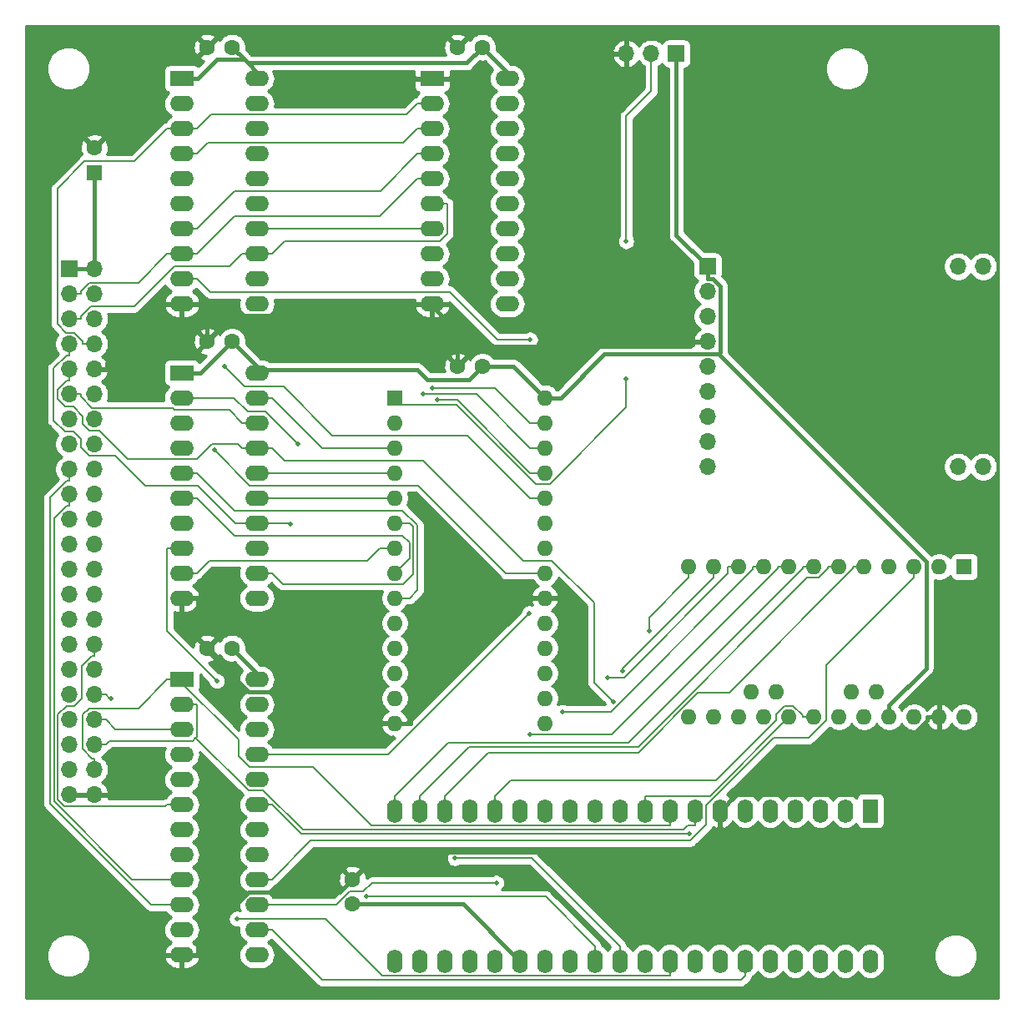
<source format=gtl>
G04 #@! TF.GenerationSoftware,KiCad,Pcbnew,(5.1.9)-1*
G04 #@! TF.CreationDate,2022-05-27T10:18:45+09:00*
G04 #@! TF.ProjectId,MZ2000_SD,4d5a3230-3030-45f5-9344-2e6b69636164,rev?*
G04 #@! TF.SameCoordinates,PX53920b0PY93c3260*
G04 #@! TF.FileFunction,Copper,L1,Top*
G04 #@! TF.FilePolarity,Positive*
%FSLAX46Y46*%
G04 Gerber Fmt 4.6, Leading zero omitted, Abs format (unit mm)*
G04 Created by KiCad (PCBNEW (5.1.9)-1) date 2022-05-27 10:18:45*
%MOMM*%
%LPD*%
G01*
G04 APERTURE LIST*
G04 #@! TA.AperFunction,ComponentPad*
%ADD10C,1.600000*%
G04 #@! TD*
G04 #@! TA.AperFunction,ComponentPad*
%ADD11R,1.600000X2.400000*%
G04 #@! TD*
G04 #@! TA.AperFunction,ComponentPad*
%ADD12O,1.600000X2.400000*%
G04 #@! TD*
G04 #@! TA.AperFunction,ComponentPad*
%ADD13R,1.700000X1.700000*%
G04 #@! TD*
G04 #@! TA.AperFunction,ComponentPad*
%ADD14O,1.700000X1.700000*%
G04 #@! TD*
G04 #@! TA.AperFunction,ComponentPad*
%ADD15R,1.600000X1.600000*%
G04 #@! TD*
G04 #@! TA.AperFunction,ComponentPad*
%ADD16O,1.600000X1.600000*%
G04 #@! TD*
G04 #@! TA.AperFunction,ComponentPad*
%ADD17R,2.400000X1.600000*%
G04 #@! TD*
G04 #@! TA.AperFunction,ComponentPad*
%ADD18O,2.400000X1.600000*%
G04 #@! TD*
G04 #@! TA.AperFunction,ViaPad*
%ADD19C,0.500000*%
G04 #@! TD*
G04 #@! TA.AperFunction,Conductor*
%ADD20C,0.400000*%
G04 #@! TD*
G04 #@! TA.AperFunction,Conductor*
%ADD21C,0.200000*%
G04 #@! TD*
G04 #@! TA.AperFunction,Conductor*
%ADD22C,0.254000*%
G04 #@! TD*
G04 #@! TA.AperFunction,Conductor*
%ADD23C,0.100000*%
G04 #@! TD*
G04 APERTURE END LIST*
D10*
X33825000Y10230000D03*
X33825000Y12730000D03*
D11*
X86360000Y19685000D03*
D12*
X38100000Y4445000D03*
X83820000Y19685000D03*
X40640000Y4445000D03*
X81280000Y19685000D03*
X43180000Y4445000D03*
X78740000Y19685000D03*
X45720000Y4445000D03*
X76200000Y19685000D03*
X48260000Y4445000D03*
X73660000Y19685000D03*
X50800000Y4445000D03*
X71120000Y19685000D03*
X53340000Y4445000D03*
X68580000Y19685000D03*
X55880000Y4445000D03*
X66040000Y19685000D03*
X58420000Y4445000D03*
X63500000Y19685000D03*
X60960000Y4445000D03*
X60960000Y19685000D03*
X63500000Y4445000D03*
X58420000Y19685000D03*
X66040000Y4445000D03*
X55880000Y19685000D03*
X68580000Y4445000D03*
X53340000Y19685000D03*
X71120000Y4445000D03*
X50800000Y19685000D03*
X73660000Y4445000D03*
X48260000Y19685000D03*
X76200000Y4445000D03*
X45720000Y19685000D03*
X78740000Y4445000D03*
X43180000Y19685000D03*
X81280000Y4445000D03*
X40640000Y19685000D03*
X83820000Y4445000D03*
X38100000Y19685000D03*
X86360000Y4445000D03*
D13*
X69850000Y74930000D03*
D14*
X69850000Y72390000D03*
X69850000Y69850000D03*
X69850000Y67310000D03*
X69850000Y64770000D03*
X69850000Y62230000D03*
X69850000Y59690000D03*
X69850000Y57150000D03*
X69850000Y54610000D03*
X97790000Y54610000D03*
X95250000Y54610000D03*
X97790000Y74930000D03*
X95250000Y74930000D03*
D15*
X95885000Y44450000D03*
D16*
X93345000Y44450000D03*
X90805000Y44450000D03*
X67945000Y29210000D03*
X88265000Y44450000D03*
X70485000Y29210000D03*
X85725000Y44450000D03*
X73025000Y29210000D03*
X83185000Y44450000D03*
X75565000Y29210000D03*
X80645000Y44450000D03*
X78105000Y29210000D03*
X78105000Y44450000D03*
X80645000Y29210000D03*
X75565000Y44450000D03*
X83185000Y29210000D03*
X73025000Y44450000D03*
X85725000Y29210000D03*
X70485000Y44450000D03*
X88265000Y29210000D03*
X67945000Y44450000D03*
X90805000Y29210000D03*
X93345000Y29210000D03*
X95885000Y29210000D03*
X86995000Y31750000D03*
X84455000Y31750000D03*
X76835000Y31750000D03*
X74295000Y31750000D03*
D10*
X19090000Y97155000D03*
X21590000Y97155000D03*
X21590000Y67310000D03*
X19090000Y67310000D03*
X19090000Y36195000D03*
X21590000Y36195000D03*
X46990000Y64770000D03*
X44490000Y64770000D03*
X46990000Y97155000D03*
X44490000Y97155000D03*
D14*
X7620000Y21330000D03*
X5080000Y21330000D03*
X7620000Y23870000D03*
X5080000Y23870000D03*
X7620000Y26410000D03*
X5080000Y26410000D03*
X7620000Y28950000D03*
X5080000Y28950000D03*
X7620000Y31490000D03*
X5080000Y31490000D03*
X7620000Y34030000D03*
X5080000Y34030000D03*
X7620000Y36570000D03*
X5080000Y36570000D03*
X7620000Y39110000D03*
X5080000Y39110000D03*
X7620000Y41650000D03*
X5080000Y41650000D03*
X7620000Y44190000D03*
X5080000Y44190000D03*
X7620000Y46730000D03*
X5080000Y46730000D03*
X7620000Y49270000D03*
X5080000Y49270000D03*
X7620000Y51810000D03*
X5080000Y51810000D03*
X7620000Y54350000D03*
X5080000Y54350000D03*
X7620000Y56890000D03*
X5080000Y56890000D03*
X7620000Y59430000D03*
X5080000Y59430000D03*
X7620000Y61970000D03*
X5080000Y61970000D03*
X7620000Y64510000D03*
X5080000Y64510000D03*
X7620000Y67050000D03*
X5080000Y67050000D03*
X7620000Y69590000D03*
X5080000Y69590000D03*
X7620000Y72130000D03*
X5080000Y72130000D03*
X7620000Y74670000D03*
D13*
X5080000Y74670000D03*
D17*
X16510000Y93980000D03*
D18*
X24130000Y71120000D03*
X16510000Y91440000D03*
X24130000Y73660000D03*
X16510000Y88900000D03*
X24130000Y76200000D03*
X16510000Y86360000D03*
X24130000Y78740000D03*
X16510000Y83820000D03*
X24130000Y81280000D03*
X16510000Y81280000D03*
X24130000Y83820000D03*
X16510000Y78740000D03*
X24130000Y86360000D03*
X16510000Y76200000D03*
X24130000Y88900000D03*
X16510000Y73660000D03*
X24130000Y91440000D03*
X16510000Y71120000D03*
X24130000Y93980000D03*
X24130000Y64135000D03*
X16510000Y41275000D03*
X24130000Y61595000D03*
X16510000Y43815000D03*
X24130000Y59055000D03*
X16510000Y46355000D03*
X24130000Y56515000D03*
X16510000Y48895000D03*
X24130000Y53975000D03*
X16510000Y51435000D03*
X24130000Y51435000D03*
X16510000Y53975000D03*
X24130000Y48895000D03*
X16510000Y56515000D03*
X24130000Y46355000D03*
X16510000Y59055000D03*
X24130000Y43815000D03*
X16510000Y61595000D03*
X24130000Y41275000D03*
D17*
X16510000Y64135000D03*
X16510000Y33020000D03*
D18*
X24130000Y5080000D03*
X16510000Y30480000D03*
X24130000Y7620000D03*
X16510000Y27940000D03*
X24130000Y10160000D03*
X16510000Y25400000D03*
X24130000Y12700000D03*
X16510000Y22860000D03*
X24130000Y15240000D03*
X16510000Y20320000D03*
X24130000Y17780000D03*
X16510000Y17780000D03*
X24130000Y20320000D03*
X16510000Y15240000D03*
X24130000Y22860000D03*
X16510000Y12700000D03*
X24130000Y25400000D03*
X16510000Y10160000D03*
X24130000Y27940000D03*
X16510000Y7620000D03*
X24130000Y30480000D03*
X16510000Y5080000D03*
X24130000Y33020000D03*
D17*
X41910000Y93980000D03*
D18*
X49530000Y71120000D03*
X41910000Y91440000D03*
X49530000Y73660000D03*
X41910000Y88900000D03*
X49530000Y76200000D03*
X41910000Y86360000D03*
X49530000Y78740000D03*
X41910000Y83820000D03*
X49530000Y81280000D03*
X41910000Y81280000D03*
X49530000Y83820000D03*
X41910000Y78740000D03*
X49530000Y86360000D03*
X41910000Y76200000D03*
X49530000Y88900000D03*
X41910000Y73660000D03*
X49530000Y91440000D03*
X41910000Y71120000D03*
X49530000Y93980000D03*
D15*
X7620000Y84455000D03*
D10*
X7620000Y86955000D03*
D13*
X66675000Y96520000D03*
D14*
X64135000Y96520000D03*
X61595000Y96520000D03*
D15*
X38100000Y61595000D03*
D16*
X53340000Y28575000D03*
X38100000Y59055000D03*
X53340000Y31115000D03*
X38100000Y56515000D03*
X53340000Y33655000D03*
X38100000Y53975000D03*
X53340000Y36195000D03*
X38100000Y51435000D03*
X53340000Y38735000D03*
X38100000Y48895000D03*
X53340000Y41275000D03*
X38100000Y46355000D03*
X53340000Y43815000D03*
X38100000Y43815000D03*
X53340000Y46355000D03*
X38100000Y41275000D03*
X53340000Y48895000D03*
X38100000Y38735000D03*
X53340000Y51435000D03*
X38100000Y36195000D03*
X53340000Y53975000D03*
X38100000Y33655000D03*
X53340000Y56515000D03*
X38100000Y31115000D03*
X53340000Y59055000D03*
X38100000Y28575000D03*
X53340000Y61595000D03*
D19*
X9352000Y31107000D03*
X60273400Y30750400D03*
X35189000Y10975900D03*
X27525900Y48750900D03*
X44204000Y14873400D03*
X22076000Y8754700D03*
X20050300Y32857400D03*
X51857700Y27455200D03*
X55122200Y29719500D03*
X59736700Y33232500D03*
X61220100Y33896000D03*
X63917500Y37921500D03*
X42418900Y61389400D03*
X20821600Y64738500D03*
X40986400Y61964800D03*
X19792200Y56325500D03*
X41898300Y62599900D03*
X51839700Y67494300D03*
X28286900Y56917400D03*
X67999800Y17362900D03*
X51732300Y39739400D03*
X48394900Y12385000D03*
X61595000Y63500000D03*
X61595000Y77470000D03*
D20*
X24130000Y64452500D02*
X24130000Y64135000D01*
X21590000Y67310000D02*
X24130000Y64770000D01*
X24130000Y64770000D02*
X24130000Y64452500D01*
X16510000Y64135000D02*
X18415000Y64135000D01*
X18415000Y64135000D02*
X21590000Y67310000D01*
X16510000Y93980000D02*
X18110300Y93980000D01*
X23184000Y95561000D02*
X22837000Y95908000D01*
X22837000Y95908000D02*
X20038300Y95908000D01*
X20038300Y95908000D02*
X18110300Y93980000D01*
X22837000Y95908000D02*
X21590000Y97155000D01*
X46990000Y97155000D02*
X45396000Y95561000D01*
X45396000Y95561000D02*
X23184000Y95561000D01*
X70945400Y66040000D02*
X92011300Y44974100D01*
X92011300Y44974100D02*
X92011300Y34156600D01*
X92011300Y34156600D02*
X88265000Y30410300D01*
X54940300Y61595000D02*
X59385300Y66040000D01*
X59385300Y66040000D02*
X70945400Y66040000D01*
X69850000Y73679700D02*
X70397000Y73679700D01*
X70397000Y73679700D02*
X71148200Y72928500D01*
X71148200Y72928500D02*
X71148200Y66242800D01*
X71148200Y66242800D02*
X70945400Y66040000D01*
X88265000Y29210000D02*
X88265000Y30410300D01*
X24130000Y93980000D02*
X24130000Y94615000D01*
X24130000Y94615000D02*
X23184000Y95561000D01*
X49530000Y93980000D02*
X49530000Y94615000D01*
X49530000Y94615000D02*
X46990000Y97155000D01*
X53340000Y61595000D02*
X54940300Y61595000D01*
X69850000Y74930000D02*
X69850000Y73679700D01*
X7620000Y74670000D02*
X7620000Y84455000D01*
X46990000Y64770000D02*
X50165000Y64770000D01*
X50165000Y64770000D02*
X53340000Y61595000D01*
X5080000Y74670000D02*
X7620000Y74670000D01*
X33825000Y10230000D02*
X45015000Y10230000D01*
X45015000Y10230000D02*
X50800000Y4445000D01*
X21590000Y36195000D02*
X24130000Y33655000D01*
X24130000Y33655000D02*
X24130000Y33020000D01*
X45623400Y63403400D02*
X46990000Y64770000D01*
X41433700Y63403400D02*
X45623400Y63403400D01*
X40384600Y64452500D02*
X41433700Y63403400D01*
X37782500Y64452500D02*
X40384600Y64452500D01*
X24130000Y64452500D02*
X37782500Y64452500D01*
X66675000Y78105000D02*
X69850000Y74930000D01*
X66675000Y96520000D02*
X66675000Y78105000D01*
X44490000Y66792000D02*
X44490000Y64770000D01*
X41676500Y71120000D02*
X44490000Y68306500D01*
X44490000Y68306500D02*
X44490000Y66792000D01*
X44490000Y66792000D02*
X68081700Y66792000D01*
X68081700Y66792000D02*
X68599700Y67310000D01*
X69850000Y67310000D02*
X68599700Y67310000D01*
X41676500Y71120000D02*
X41443000Y71120000D01*
X41910000Y71120000D02*
X41676500Y71120000D01*
X71120000Y18084700D02*
X68559000Y15523700D01*
X68559000Y15523700D02*
X36618700Y15523700D01*
X36618700Y15523700D02*
X33825000Y12730000D01*
X41109900Y71120000D02*
X40309700Y71120000D01*
X41109900Y71120000D02*
X41443000Y71120000D01*
X19090000Y69899000D02*
X19090000Y70140300D01*
X19090000Y70140300D02*
X18110300Y71120000D01*
X19090000Y67310000D02*
X19090000Y69899000D01*
X19090000Y69899000D02*
X39088700Y69899000D01*
X39088700Y69899000D02*
X40309700Y71120000D01*
X51739700Y41275000D02*
X39700300Y29235600D01*
X39700300Y29235600D02*
X39700300Y28575000D01*
X71120000Y19685000D02*
X71120000Y18084700D01*
X18110300Y5080000D02*
X18110300Y6266700D01*
X18110300Y6266700D02*
X23273600Y11430000D01*
X23273600Y11430000D02*
X32525000Y11430000D01*
X32525000Y11430000D02*
X33825000Y12730000D01*
X7620000Y21330000D02*
X5080000Y21330000D01*
X16510000Y5080000D02*
X18110300Y5080000D01*
X16510000Y41275000D02*
X18110300Y41275000D01*
X18110300Y41275000D02*
X18110300Y37174700D01*
X18110300Y37174700D02*
X19090000Y36195000D01*
X53340000Y41275000D02*
X51739700Y41275000D01*
X38100000Y28575000D02*
X39700300Y28575000D01*
X37666500Y28575000D02*
X38100000Y28575000D01*
X37666500Y28575000D02*
X36499700Y28575000D01*
X7620000Y64510000D02*
X8870300Y64510000D01*
X16510000Y71120000D02*
X14909700Y71120000D01*
X8870300Y64510000D02*
X8870300Y65080600D01*
X8870300Y65080600D02*
X14909700Y71120000D01*
X93345000Y29210000D02*
X92144700Y29210000D01*
X71120000Y19685000D02*
X72752400Y21317400D01*
X72752400Y21317400D02*
X84625100Y21317400D01*
X84625100Y21317400D02*
X92144700Y28837000D01*
X92144700Y28837000D02*
X92144700Y29210000D01*
X16510000Y71120000D02*
X18110300Y71120000D01*
X36499700Y28575000D02*
X33324700Y31750000D01*
X33324700Y31750000D02*
X23299800Y31750000D01*
X23299800Y31750000D02*
X19090000Y35959800D01*
X19090000Y35959800D02*
X19090000Y36195000D01*
D21*
X66040000Y19685000D02*
X66040000Y18184700D01*
X16131700Y33020000D02*
X22253900Y26897800D01*
X22253900Y26897800D02*
X22253900Y25248400D01*
X22253900Y25248400D02*
X23372300Y24130000D01*
X23372300Y24130000D02*
X29799000Y24130000D01*
X29799000Y24130000D02*
X35744300Y18184700D01*
X35744300Y18184700D02*
X66040000Y18184700D01*
X16131700Y33020000D02*
X15009700Y33020000D01*
X16510000Y33020000D02*
X16131700Y33020000D01*
X7620000Y23870000D02*
X7620000Y25020300D01*
X15009700Y33020000D02*
X12090100Y30100400D01*
X12090100Y30100400D02*
X7100700Y30100400D01*
X7100700Y30100400D02*
X6443800Y29443500D01*
X6443800Y29443500D02*
X6443800Y25958100D01*
X6443800Y25958100D02*
X7381600Y25020300D01*
X7381600Y25020300D02*
X7620000Y25020300D01*
X68580000Y18184700D02*
X67851600Y18184700D01*
X67851600Y18184700D02*
X67432200Y17765300D01*
X67432200Y17765300D02*
X28751300Y17765300D01*
X28751300Y17765300D02*
X24757000Y21759600D01*
X24757000Y21759600D02*
X23268700Y21759600D01*
X23268700Y21759600D02*
X17910200Y27118100D01*
X17910200Y27118100D02*
X17578100Y26786000D01*
X17578100Y26786000D02*
X9146300Y26786000D01*
X9146300Y26786000D02*
X8770300Y26410000D01*
X18010300Y30480000D02*
X18010300Y27218200D01*
X18010300Y27218200D02*
X17910200Y27118100D01*
X68580000Y19685000D02*
X68580000Y18184700D01*
X7620000Y26410000D02*
X8770300Y26410000D01*
X16510000Y30480000D02*
X18010300Y30480000D01*
X7620000Y28950000D02*
X8770300Y28950000D01*
X16510000Y27940000D02*
X9780300Y27940000D01*
X9780300Y27940000D02*
X8770300Y28950000D01*
X7620000Y31490000D02*
X8770300Y31490000D01*
X9352000Y31107000D02*
X9153300Y31107000D01*
X9153300Y31107000D02*
X8770300Y31490000D01*
X25630300Y7620000D02*
X30705900Y2544400D01*
X30705900Y2544400D02*
X73259700Y2544400D01*
X73259700Y2544400D02*
X73660000Y2944700D01*
X73660000Y4445000D02*
X73660000Y2944700D01*
X24130000Y7620000D02*
X25630300Y7620000D01*
X7620000Y36570000D02*
X7620000Y35419700D01*
X16510000Y20320000D02*
X15009700Y20320000D01*
X15009700Y20320000D02*
X14856600Y20166900D01*
X14856600Y20166900D02*
X4561300Y20166900D01*
X4561300Y20166900D02*
X3927000Y20801200D01*
X3927000Y20801200D02*
X3927000Y29456800D01*
X3927000Y29456800D02*
X4809800Y30339600D01*
X4809800Y30339600D02*
X5580000Y30339600D01*
X5580000Y30339600D02*
X6350000Y31109600D01*
X6350000Y31109600D02*
X6350000Y34388100D01*
X6350000Y34388100D02*
X7381600Y35419700D01*
X7381600Y35419700D02*
X7620000Y35419700D01*
X5080000Y50659700D02*
X4841600Y50659700D01*
X4841600Y50659700D02*
X3525400Y49343500D01*
X3525400Y49343500D02*
X3525400Y20628600D01*
X3525400Y20628600D02*
X11454000Y12700000D01*
X11454000Y12700000D02*
X16510000Y12700000D01*
X5080000Y51810000D02*
X5080000Y50659700D01*
X5080000Y53199700D02*
X4841600Y53199700D01*
X4841600Y53199700D02*
X3123600Y51481700D01*
X3123600Y51481700D02*
X3123600Y20394500D01*
X3123600Y20394500D02*
X13358100Y10160000D01*
X13358100Y10160000D02*
X16510000Y10160000D01*
X5080000Y54350000D02*
X5080000Y53199700D01*
X5080000Y61970000D02*
X6230300Y61970000D01*
X24130000Y59055000D02*
X22629700Y59055000D01*
X22629700Y59055000D02*
X21322100Y60362600D01*
X21322100Y60362600D02*
X15786100Y60362600D01*
X15786100Y60362600D02*
X15568300Y60580400D01*
X15568300Y60580400D02*
X7381500Y60580400D01*
X7381500Y60580400D02*
X6230300Y61731600D01*
X6230300Y61731600D02*
X6230300Y61970000D01*
X24130000Y56515000D02*
X25630300Y56515000D01*
X25630300Y56515000D02*
X26900300Y55245000D01*
X26900300Y55245000D02*
X40998800Y55245000D01*
X40998800Y55245000D02*
X51158800Y45085000D01*
X51158800Y45085000D02*
X54035100Y45085000D01*
X54035100Y45085000D02*
X58341700Y40778400D01*
X58341700Y40778400D02*
X58341700Y32682100D01*
X58341700Y32682100D02*
X60273400Y30750400D01*
X23379900Y56515000D02*
X24130000Y56515000D01*
X23379900Y56515000D02*
X22629700Y56515000D01*
X22629700Y56515000D02*
X22221500Y56923200D01*
X22221500Y56923200D02*
X19593200Y56923200D01*
X19593200Y56923200D02*
X18067900Y55397900D01*
X18067900Y55397900D02*
X11012300Y55397900D01*
X11012300Y55397900D02*
X8130600Y58279600D01*
X8130600Y58279600D02*
X7115000Y58279600D01*
X7115000Y58279600D02*
X6469600Y58925000D01*
X6469600Y58925000D02*
X6469600Y59704700D01*
X6469600Y59704700D02*
X5474300Y60700000D01*
X5474300Y60700000D02*
X4653500Y60700000D01*
X4653500Y60700000D02*
X3914200Y61439300D01*
X3914200Y61439300D02*
X3914200Y62432300D01*
X3914200Y62432300D02*
X4841600Y63359700D01*
X4841600Y63359700D02*
X5080000Y63359700D01*
X5080000Y64510000D02*
X5080000Y63359700D01*
X16510000Y88900000D02*
X15009700Y88900000D01*
X7620000Y67050000D02*
X6469700Y67050000D01*
X6469700Y67050000D02*
X6469700Y67337700D01*
X6469700Y67337700D02*
X5607100Y68200300D01*
X5607100Y68200300D02*
X4779600Y68200300D01*
X4779600Y68200300D02*
X3877000Y69102900D01*
X3877000Y69102900D02*
X3877000Y82807300D01*
X3877000Y82807300D02*
X6633100Y85563400D01*
X6633100Y85563400D02*
X11673100Y85563400D01*
X11673100Y85563400D02*
X15009700Y88900000D01*
X16943500Y88900000D02*
X16510000Y88900000D01*
X16943500Y88900000D02*
X18010300Y88900000D01*
X41910000Y91440000D02*
X40409700Y91440000D01*
X40409700Y91440000D02*
X39309300Y90339600D01*
X39309300Y90339600D02*
X19449900Y90339600D01*
X19449900Y90339600D02*
X18010300Y88900000D01*
X35189000Y10975900D02*
X53389400Y10975900D01*
X53389400Y10975900D02*
X58420000Y5945300D01*
X24130000Y48895000D02*
X27381800Y48895000D01*
X27381800Y48895000D02*
X27525900Y48750900D01*
X24130000Y78740000D02*
X41910000Y78740000D01*
X5080000Y67050000D02*
X5080000Y65899700D01*
X24130000Y48895000D02*
X21965500Y48895000D01*
X21965500Y48895000D02*
X18155500Y52705000D01*
X18155500Y52705000D02*
X12791100Y52705000D01*
X12791100Y52705000D02*
X9756500Y55739600D01*
X9756500Y55739600D02*
X7081900Y55739600D01*
X7081900Y55739600D02*
X6230400Y56591100D01*
X6230400Y56591100D02*
X6230400Y57428100D01*
X6230400Y57428100D02*
X5498500Y58160000D01*
X5498500Y58160000D02*
X4664600Y58160000D01*
X4664600Y58160000D02*
X3513800Y59310800D01*
X3513800Y59310800D02*
X3513800Y64571900D01*
X3513800Y64571900D02*
X4841600Y65899700D01*
X4841600Y65899700D02*
X5080000Y65899700D01*
X58420000Y4445000D02*
X58420000Y5945300D01*
X41910000Y88900000D02*
X40409700Y88900000D01*
X16510000Y86360000D02*
X18010300Y86360000D01*
X18010300Y86360000D02*
X19110700Y87460400D01*
X19110700Y87460400D02*
X38970100Y87460400D01*
X38970100Y87460400D02*
X40409700Y88900000D01*
X60960000Y4445000D02*
X60960000Y5945300D01*
X44204000Y14873400D02*
X52031900Y14873400D01*
X52031900Y14873400D02*
X60960000Y5945300D01*
X24130000Y76200000D02*
X25630300Y76200000D01*
X25630300Y76200000D02*
X26900300Y77470000D01*
X26900300Y77470000D02*
X42656600Y77470000D01*
X42656600Y77470000D02*
X43410300Y78223700D01*
X43410300Y78223700D02*
X43410300Y81280000D01*
X23696500Y76200000D02*
X24130000Y76200000D01*
X41910000Y81280000D02*
X43410300Y81280000D01*
X23696500Y76200000D02*
X22629700Y76200000D01*
X22629700Y76200000D02*
X21359700Y74930000D01*
X21359700Y74930000D02*
X15744900Y74930000D01*
X15744900Y74930000D02*
X11674900Y70860000D01*
X11674900Y70860000D02*
X7261900Y70860000D01*
X7261900Y70860000D02*
X6230300Y69828400D01*
X6230300Y69828400D02*
X6230300Y69590000D01*
X5080000Y69590000D02*
X6230300Y69590000D01*
X66040000Y4445000D02*
X66040000Y2944700D01*
X66040000Y2944700D02*
X36859500Y2944700D01*
X36859500Y2944700D02*
X31049500Y8754700D01*
X31049500Y8754700D02*
X22076000Y8754700D01*
X40409700Y86360000D02*
X36648100Y82598400D01*
X36648100Y82598400D02*
X21868600Y82598400D01*
X21868600Y82598400D02*
X21868600Y82598300D01*
X21868600Y82598300D02*
X18010300Y78740000D01*
X16510000Y78740000D02*
X18010300Y78740000D01*
X41910000Y86360000D02*
X40409700Y86360000D01*
X15009700Y46355000D02*
X15009700Y37898000D01*
X15009700Y37898000D02*
X20050300Y32857400D01*
X16510000Y46355000D02*
X15009700Y46355000D01*
X16510000Y76200000D02*
X15009700Y76200000D01*
X5080000Y72130000D02*
X6230300Y72130000D01*
X6230300Y72130000D02*
X6230300Y72417700D01*
X6230300Y72417700D02*
X7092900Y73280300D01*
X7092900Y73280300D02*
X12090000Y73280300D01*
X12090000Y73280300D02*
X15009700Y76200000D01*
X41910000Y83820000D02*
X40409700Y83820000D01*
X16510000Y76200000D02*
X18010300Y76200000D01*
X18010300Y76200000D02*
X21820300Y80010000D01*
X21820300Y80010000D02*
X36599700Y80010000D01*
X36599700Y80010000D02*
X40409700Y83820000D01*
X78105000Y44450000D02*
X77004700Y44450000D01*
X77004700Y44450000D02*
X77004700Y44312500D01*
X77004700Y44312500D02*
X60147400Y27455200D01*
X60147400Y27455200D02*
X51857700Y27455200D01*
X55122200Y29719500D02*
X55122200Y29719600D01*
X55122200Y29719600D02*
X60020900Y29719600D01*
X60020900Y29719600D02*
X74464700Y44163400D01*
X74464700Y44163400D02*
X74464700Y44450000D01*
X75565000Y44450000D02*
X74464700Y44450000D01*
X73025000Y44450000D02*
X71924700Y44450000D01*
X71924700Y44450000D02*
X71924700Y43762300D01*
X71924700Y43762300D02*
X61394900Y33232500D01*
X61394900Y33232500D02*
X59736700Y33232500D01*
X70485000Y44450000D02*
X70485000Y43349700D01*
X70485000Y43349700D02*
X61220100Y34084800D01*
X61220100Y34084800D02*
X61220100Y33896000D01*
X67945000Y44450000D02*
X67945000Y43349700D01*
X67945000Y43349700D02*
X63917500Y39322200D01*
X63917500Y39322200D02*
X63917500Y37921500D01*
X63500000Y19685000D02*
X63500000Y21185300D01*
X78105000Y29210000D02*
X70080300Y21185300D01*
X70080300Y21185300D02*
X63500000Y21185300D01*
X48260000Y21185300D02*
X49833800Y22759100D01*
X49833800Y22759100D02*
X70679400Y22759100D01*
X70679400Y22759100D02*
X76835000Y28914700D01*
X76835000Y28914700D02*
X76835000Y29511100D01*
X76835000Y29511100D02*
X77682800Y30358900D01*
X77682800Y30358900D02*
X78533300Y30358900D01*
X78533300Y30358900D02*
X79544700Y29347500D01*
X79544700Y29347500D02*
X79544700Y29210000D01*
X80645000Y29210000D02*
X79544700Y29210000D01*
X48260000Y19685000D02*
X48260000Y21185300D01*
X43180000Y21185300D02*
X47603700Y25609000D01*
X47603700Y25609000D02*
X62787800Y25609000D01*
X62787800Y25609000D02*
X68847900Y31669100D01*
X68847900Y31669100D02*
X72047300Y31669100D01*
X72047300Y31669100D02*
X84624700Y44246500D01*
X84624700Y44246500D02*
X84624700Y44450000D01*
X43180000Y19685000D02*
X43180000Y21185300D01*
X85725000Y44450000D02*
X84624700Y44450000D01*
X40640000Y19685000D02*
X40640000Y21185300D01*
X83185000Y44450000D02*
X82084700Y44450000D01*
X82084700Y44450000D02*
X82084700Y44312300D01*
X82084700Y44312300D02*
X81122100Y43349700D01*
X81122100Y43349700D02*
X79962200Y43349700D01*
X79962200Y43349700D02*
X62787700Y26175200D01*
X62787700Y26175200D02*
X45629900Y26175200D01*
X45629900Y26175200D02*
X40640000Y21185300D01*
X79544700Y44450000D02*
X79544700Y44312500D01*
X79544700Y44312500D02*
X61807800Y26575600D01*
X61807800Y26575600D02*
X43490200Y26575600D01*
X43490200Y26575600D02*
X43490200Y26575500D01*
X43490200Y26575500D02*
X38100000Y21185300D01*
X38100000Y19685000D02*
X38100000Y21185300D01*
X80645000Y44450000D02*
X79544700Y44450000D01*
X51839700Y53975000D02*
X44425300Y61389400D01*
X44425300Y61389400D02*
X42418900Y61389400D01*
X53340000Y53975000D02*
X51839700Y53975000D01*
X53340000Y51435000D02*
X51839700Y51435000D01*
X51839700Y51435000D02*
X45489700Y57785000D01*
X45489700Y57785000D02*
X31750800Y57785000D01*
X31750800Y57785000D02*
X26812400Y62723400D01*
X26812400Y62723400D02*
X22836700Y62723400D01*
X22836700Y62723400D02*
X20821600Y64738500D01*
X51839700Y56515000D02*
X46389900Y61964800D01*
X46389900Y61964800D02*
X40986400Y61964800D01*
X53340000Y56515000D02*
X51839700Y56515000D01*
X53340000Y43815000D02*
X49390600Y43815000D01*
X49390600Y43815000D02*
X40500600Y52705000D01*
X40500600Y52705000D02*
X23412700Y52705000D01*
X23412700Y52705000D02*
X19792200Y56325500D01*
X53340000Y59055000D02*
X51839700Y59055000D01*
X51839700Y59055000D02*
X48294800Y62599900D01*
X48294800Y62599900D02*
X41898300Y62599900D01*
X18010300Y73660000D02*
X19358200Y72312100D01*
X19358200Y72312100D02*
X43690900Y72312100D01*
X43690900Y72312100D02*
X48508700Y67494300D01*
X48508700Y67494300D02*
X51839700Y67494300D01*
X16510000Y73660000D02*
X18010300Y73660000D01*
X38100000Y56515000D02*
X30710300Y56515000D01*
X30710300Y56515000D02*
X25630300Y61595000D01*
X24130000Y61595000D02*
X25630300Y61595000D01*
X16510000Y43815000D02*
X18010300Y43815000D01*
X38100000Y46355000D02*
X36599700Y46355000D01*
X36599700Y46355000D02*
X35329700Y45085000D01*
X35329700Y45085000D02*
X19280300Y45085000D01*
X19280300Y45085000D02*
X18010300Y43815000D01*
X24130000Y53975000D02*
X38100000Y53975000D01*
X16510000Y51435000D02*
X18010300Y51435000D01*
X38100000Y43815000D02*
X39600300Y45315300D01*
X39600300Y45315300D02*
X39600300Y46877300D01*
X39600300Y46877300D02*
X38852600Y47625000D01*
X38852600Y47625000D02*
X21820300Y47625000D01*
X21820300Y47625000D02*
X18010300Y51435000D01*
X38100000Y51435000D02*
X24130000Y51435000D01*
X39600300Y41275000D02*
X40400900Y42075600D01*
X40400900Y42075600D02*
X40400900Y48667400D01*
X40400900Y48667400D02*
X38903300Y50165000D01*
X38903300Y50165000D02*
X21820300Y50165000D01*
X21820300Y50165000D02*
X18010300Y53975000D01*
X16510000Y53975000D02*
X18010300Y53975000D01*
X38100000Y41275000D02*
X39600300Y41275000D01*
X25630300Y43815000D02*
X26748900Y42696400D01*
X26748900Y42696400D02*
X38974200Y42696400D01*
X38974200Y42696400D02*
X40000600Y43722800D01*
X40000600Y43722800D02*
X40000600Y48494700D01*
X40000600Y48494700D02*
X39600300Y48895000D01*
X24130000Y43815000D02*
X25630300Y43815000D01*
X38100000Y48895000D02*
X39600300Y48895000D01*
X28286900Y56917400D02*
X25020900Y60183400D01*
X25020900Y60183400D02*
X23209200Y60183400D01*
X23209200Y60183400D02*
X21797600Y61595000D01*
X21797600Y61595000D02*
X16510000Y61595000D01*
X25630300Y20320000D02*
X28587400Y17362900D01*
X28587400Y17362900D02*
X67999800Y17362900D01*
X24130000Y20320000D02*
X25630300Y20320000D01*
X24130000Y25400000D02*
X37392900Y25400000D01*
X37392900Y25400000D02*
X51732300Y39739400D01*
X90805000Y44450000D02*
X90805000Y43349700D01*
X24130000Y12700000D02*
X25630300Y12700000D01*
X25630300Y12700000D02*
X29583100Y16652800D01*
X29583100Y16652800D02*
X68078100Y16652800D01*
X68078100Y16652800D02*
X69708400Y18283100D01*
X69708400Y18283100D02*
X69708400Y20247100D01*
X69708400Y20247100D02*
X76563000Y27101700D01*
X76563000Y27101700D02*
X80123600Y27101700D01*
X80123600Y27101700D02*
X81915000Y28893100D01*
X81915000Y28893100D02*
X81915000Y34459700D01*
X81915000Y34459700D02*
X90805000Y43349700D01*
X24130000Y10160000D02*
X25630300Y10160000D01*
X48394900Y12385000D02*
X35819700Y12385000D01*
X35819700Y12385000D02*
X34914700Y11480000D01*
X34914700Y11480000D02*
X33518800Y11480000D01*
X33518800Y11480000D02*
X32198800Y10160000D01*
X32198800Y10160000D02*
X25630300Y10160000D01*
X52374003Y52874999D02*
X53868001Y52874999D01*
X44409603Y60839399D02*
X52374003Y52874999D01*
X38855601Y60839399D02*
X44409603Y60839399D01*
X53868001Y52874999D02*
X61595000Y60601998D01*
X38100000Y61595000D02*
X38855601Y60839399D01*
X61595000Y60601998D02*
X61595000Y63500000D01*
X61595000Y63500000D02*
X61595000Y63500000D01*
X61595000Y77470000D02*
X61595000Y90170000D01*
X64135000Y92710000D02*
X64135000Y96520000D01*
X61595000Y90170000D02*
X64135000Y92710000D01*
D22*
X99340000Y660000D02*
X660000Y660000D01*
X660000Y5220128D01*
X2765000Y5220128D01*
X2765000Y4779872D01*
X2850890Y4348075D01*
X3019369Y3941331D01*
X3263962Y3575271D01*
X3575271Y3263962D01*
X3941331Y3019369D01*
X4348075Y2850890D01*
X4779872Y2765000D01*
X5220128Y2765000D01*
X5651925Y2850890D01*
X6058669Y3019369D01*
X6424729Y3263962D01*
X6736038Y3575271D01*
X6980631Y3941331D01*
X7149110Y4348075D01*
X7225270Y4730961D01*
X14718096Y4730961D01*
X14735633Y4648182D01*
X14846285Y4388354D01*
X15005500Y4155105D01*
X15207161Y3957399D01*
X15443517Y3802834D01*
X15705486Y3697350D01*
X15983000Y3645000D01*
X16383000Y3645000D01*
X16383000Y4953000D01*
X16637000Y4953000D01*
X16637000Y3645000D01*
X17037000Y3645000D01*
X17314514Y3697350D01*
X17576483Y3802834D01*
X17812839Y3957399D01*
X18014500Y4155105D01*
X18173715Y4388354D01*
X18284367Y4648182D01*
X18301904Y4730961D01*
X18179915Y4953000D01*
X16637000Y4953000D01*
X16383000Y4953000D01*
X14840085Y4953000D01*
X14718096Y4730961D01*
X7225270Y4730961D01*
X7235000Y4779872D01*
X7235000Y5220128D01*
X7149110Y5651925D01*
X6980631Y6058669D01*
X6736038Y6424729D01*
X6424729Y6736038D01*
X6058669Y6980631D01*
X5651925Y7149110D01*
X5220128Y7235000D01*
X4779872Y7235000D01*
X4348075Y7149110D01*
X3941331Y6980631D01*
X3575271Y6736038D01*
X3263962Y6424729D01*
X3019369Y6058669D01*
X2850890Y5651925D01*
X2765000Y5220128D01*
X660000Y5220128D01*
X660000Y51481700D01*
X2385044Y51481700D01*
X2388600Y51445595D01*
X2388601Y20430615D01*
X2385044Y20394500D01*
X2399235Y20250415D01*
X2439142Y20118863D01*
X2441264Y20111867D01*
X2509514Y19984180D01*
X2601363Y19872262D01*
X2629408Y19849246D01*
X12812846Y9665807D01*
X12835862Y9637762D01*
X12863906Y9614747D01*
X12947780Y9545913D01*
X13075466Y9477663D01*
X13214015Y9435635D01*
X13358100Y9421444D01*
X13394205Y9425000D01*
X14875736Y9425000D01*
X14911068Y9358899D01*
X15090392Y9140392D01*
X15308899Y8961068D01*
X15441858Y8890000D01*
X15308899Y8818932D01*
X15090392Y8639608D01*
X14911068Y8421101D01*
X14777818Y8171808D01*
X14695764Y7901309D01*
X14668057Y7620000D01*
X14695764Y7338691D01*
X14777818Y7068192D01*
X14911068Y6818899D01*
X15090392Y6600392D01*
X15308899Y6421068D01*
X15436741Y6352735D01*
X15207161Y6202601D01*
X15005500Y6004895D01*
X14846285Y5771646D01*
X14735633Y5511818D01*
X14718096Y5429039D01*
X14840085Y5207000D01*
X16383000Y5207000D01*
X16383000Y5227000D01*
X16637000Y5227000D01*
X16637000Y5207000D01*
X18179915Y5207000D01*
X18301904Y5429039D01*
X18284367Y5511818D01*
X18173715Y5771646D01*
X18014500Y6004895D01*
X17812839Y6202601D01*
X17583259Y6352735D01*
X17711101Y6421068D01*
X17929608Y6600392D01*
X18108932Y6818899D01*
X18242182Y7068192D01*
X18324236Y7338691D01*
X18351943Y7620000D01*
X18324236Y7901309D01*
X18242182Y8171808D01*
X18108932Y8421101D01*
X17929608Y8639608D01*
X17711101Y8818932D01*
X17578142Y8890000D01*
X17711101Y8961068D01*
X17929608Y9140392D01*
X18108932Y9358899D01*
X18242182Y9608192D01*
X18324236Y9878691D01*
X18351943Y10160000D01*
X18324236Y10441309D01*
X18242182Y10711808D01*
X18108932Y10961101D01*
X17929608Y11179608D01*
X17711101Y11358932D01*
X17578142Y11430000D01*
X17711101Y11501068D01*
X17929608Y11680392D01*
X18108932Y11898899D01*
X18242182Y12148192D01*
X18324236Y12418691D01*
X18351943Y12700000D01*
X18324236Y12981309D01*
X18242182Y13251808D01*
X18108932Y13501101D01*
X17929608Y13719608D01*
X17711101Y13898932D01*
X17578142Y13970000D01*
X17711101Y14041068D01*
X17929608Y14220392D01*
X18108932Y14438899D01*
X18242182Y14688192D01*
X18324236Y14958691D01*
X18351943Y15240000D01*
X18324236Y15521309D01*
X18242182Y15791808D01*
X18108932Y16041101D01*
X17929608Y16259608D01*
X17711101Y16438932D01*
X17578142Y16510000D01*
X17711101Y16581068D01*
X17929608Y16760392D01*
X18108932Y16978899D01*
X18242182Y17228192D01*
X18324236Y17498691D01*
X18351943Y17780000D01*
X18324236Y18061309D01*
X18242182Y18331808D01*
X18108932Y18581101D01*
X17929608Y18799608D01*
X17711101Y18978932D01*
X17578142Y19050000D01*
X17711101Y19121068D01*
X17929608Y19300392D01*
X18108932Y19518899D01*
X18242182Y19768192D01*
X18324236Y20038691D01*
X18351943Y20320000D01*
X18324236Y20601309D01*
X18242182Y20871808D01*
X18108932Y21121101D01*
X17929608Y21339608D01*
X17711101Y21518932D01*
X17578142Y21590000D01*
X17711101Y21661068D01*
X17929608Y21840392D01*
X18108932Y22058899D01*
X18242182Y22308192D01*
X18324236Y22578691D01*
X18351943Y22860000D01*
X18324236Y23141309D01*
X18242182Y23411808D01*
X18108932Y23661101D01*
X17929608Y23879608D01*
X17711101Y24058932D01*
X17578142Y24130000D01*
X17711101Y24201068D01*
X17929608Y24380392D01*
X18108932Y24598899D01*
X18242182Y24848192D01*
X18324236Y25118691D01*
X18351943Y25400000D01*
X18326060Y25662794D01*
X22682830Y21306023D01*
X22531068Y21121101D01*
X22397818Y20871808D01*
X22315764Y20601309D01*
X22288057Y20320000D01*
X22315764Y20038691D01*
X22397818Y19768192D01*
X22531068Y19518899D01*
X22710392Y19300392D01*
X22928899Y19121068D01*
X23061858Y19050000D01*
X22928899Y18978932D01*
X22710392Y18799608D01*
X22531068Y18581101D01*
X22397818Y18331808D01*
X22315764Y18061309D01*
X22288057Y17780000D01*
X22315764Y17498691D01*
X22397818Y17228192D01*
X22531068Y16978899D01*
X22710392Y16760392D01*
X22928899Y16581068D01*
X23061858Y16510000D01*
X22928899Y16438932D01*
X22710392Y16259608D01*
X22531068Y16041101D01*
X22397818Y15791808D01*
X22315764Y15521309D01*
X22288057Y15240000D01*
X22315764Y14958691D01*
X22397818Y14688192D01*
X22531068Y14438899D01*
X22710392Y14220392D01*
X22928899Y14041068D01*
X23061858Y13970000D01*
X22928899Y13898932D01*
X22710392Y13719608D01*
X22531068Y13501101D01*
X22397818Y13251808D01*
X22315764Y12981309D01*
X22288057Y12700000D01*
X22315764Y12418691D01*
X22397818Y12148192D01*
X22531068Y11898899D01*
X22710392Y11680392D01*
X22928899Y11501068D01*
X23061858Y11430000D01*
X22928899Y11358932D01*
X22710392Y11179608D01*
X22531068Y10961101D01*
X22397818Y10711808D01*
X22315764Y10441309D01*
X22288057Y10160000D01*
X22315764Y9878691D01*
X22397818Y9608192D01*
X22417642Y9571105D01*
X22334145Y9605690D01*
X22163165Y9639700D01*
X21988835Y9639700D01*
X21817855Y9605690D01*
X21656795Y9538977D01*
X21511845Y9442124D01*
X21388576Y9318855D01*
X21291723Y9173905D01*
X21225010Y9012845D01*
X21191000Y8841865D01*
X21191000Y8667535D01*
X21225010Y8496555D01*
X21291723Y8335495D01*
X21388576Y8190545D01*
X21511845Y8067276D01*
X21656795Y7970423D01*
X21817855Y7903710D01*
X21988835Y7869700D01*
X22163165Y7869700D01*
X22315638Y7900029D01*
X22288057Y7620000D01*
X22315764Y7338691D01*
X22397818Y7068192D01*
X22531068Y6818899D01*
X22710392Y6600392D01*
X22928899Y6421068D01*
X23061858Y6350000D01*
X22928899Y6278932D01*
X22710392Y6099608D01*
X22531068Y5881101D01*
X22397818Y5631808D01*
X22315764Y5361309D01*
X22288057Y5080000D01*
X22315764Y4798691D01*
X22397818Y4528192D01*
X22531068Y4278899D01*
X22710392Y4060392D01*
X22928899Y3881068D01*
X23178192Y3747818D01*
X23448691Y3665764D01*
X23659508Y3645000D01*
X24600492Y3645000D01*
X24811309Y3665764D01*
X25081808Y3747818D01*
X25331101Y3881068D01*
X25549608Y4060392D01*
X25728932Y4278899D01*
X25862182Y4528192D01*
X25944236Y4798691D01*
X25971943Y5080000D01*
X25944236Y5361309D01*
X25862182Y5631808D01*
X25728932Y5881101D01*
X25549608Y6099608D01*
X25331101Y6278932D01*
X25198142Y6350000D01*
X25331101Y6421068D01*
X25549608Y6600392D01*
X25577038Y6633816D01*
X30160646Y2050207D01*
X30183662Y2022162D01*
X30295580Y1930313D01*
X30423267Y1862063D01*
X30561815Y1820035D01*
X30669795Y1809400D01*
X30669804Y1809400D01*
X30705899Y1805845D01*
X30741994Y1809400D01*
X73223595Y1809400D01*
X73259700Y1805844D01*
X73295805Y1809400D01*
X73403785Y1820035D01*
X73542333Y1862063D01*
X73670020Y1930313D01*
X73781938Y2022162D01*
X73804959Y2050213D01*
X74154187Y2399441D01*
X74182238Y2422462D01*
X74274087Y2534380D01*
X74310796Y2603057D01*
X74342337Y2662066D01*
X74384365Y2800615D01*
X74384826Y2805299D01*
X74461100Y2846068D01*
X74679607Y3025392D01*
X74858932Y3243899D01*
X74930000Y3376858D01*
X75001068Y3243900D01*
X75180392Y3025393D01*
X75398899Y2846068D01*
X75648192Y2712818D01*
X75918691Y2630764D01*
X76200000Y2603057D01*
X76481308Y2630764D01*
X76751807Y2712818D01*
X77001100Y2846068D01*
X77219607Y3025392D01*
X77398932Y3243899D01*
X77470000Y3376858D01*
X77541068Y3243900D01*
X77720392Y3025393D01*
X77938899Y2846068D01*
X78188192Y2712818D01*
X78458691Y2630764D01*
X78740000Y2603057D01*
X79021308Y2630764D01*
X79291807Y2712818D01*
X79541100Y2846068D01*
X79759607Y3025392D01*
X79938932Y3243899D01*
X80010000Y3376858D01*
X80081068Y3243900D01*
X80260392Y3025393D01*
X80478899Y2846068D01*
X80728192Y2712818D01*
X80998691Y2630764D01*
X81280000Y2603057D01*
X81561308Y2630764D01*
X81831807Y2712818D01*
X82081100Y2846068D01*
X82299607Y3025392D01*
X82478932Y3243899D01*
X82550000Y3376858D01*
X82621068Y3243900D01*
X82800392Y3025393D01*
X83018899Y2846068D01*
X83268192Y2712818D01*
X83538691Y2630764D01*
X83820000Y2603057D01*
X84101308Y2630764D01*
X84371807Y2712818D01*
X84621100Y2846068D01*
X84839607Y3025392D01*
X85018932Y3243899D01*
X85090000Y3376858D01*
X85161068Y3243900D01*
X85340392Y3025393D01*
X85558899Y2846068D01*
X85808192Y2712818D01*
X86078691Y2630764D01*
X86360000Y2603057D01*
X86641308Y2630764D01*
X86911807Y2712818D01*
X87161100Y2846068D01*
X87379607Y3025392D01*
X87558932Y3243899D01*
X87692182Y3493192D01*
X87774236Y3763691D01*
X87795000Y3974508D01*
X87795000Y4915491D01*
X87774236Y5126309D01*
X87745777Y5220128D01*
X92765000Y5220128D01*
X92765000Y4779872D01*
X92850890Y4348075D01*
X93019369Y3941331D01*
X93263962Y3575271D01*
X93575271Y3263962D01*
X93941331Y3019369D01*
X94348075Y2850890D01*
X94779872Y2765000D01*
X95220128Y2765000D01*
X95651925Y2850890D01*
X96058669Y3019369D01*
X96424729Y3263962D01*
X96736038Y3575271D01*
X96980631Y3941331D01*
X97149110Y4348075D01*
X97235000Y4779872D01*
X97235000Y5220128D01*
X97149110Y5651925D01*
X96980631Y6058669D01*
X96736038Y6424729D01*
X96424729Y6736038D01*
X96058669Y6980631D01*
X95651925Y7149110D01*
X95220128Y7235000D01*
X94779872Y7235000D01*
X94348075Y7149110D01*
X93941331Y6980631D01*
X93575271Y6736038D01*
X93263962Y6424729D01*
X93019369Y6058669D01*
X92850890Y5651925D01*
X92765000Y5220128D01*
X87745777Y5220128D01*
X87692182Y5396808D01*
X87558932Y5646101D01*
X87379608Y5864608D01*
X87161101Y6043932D01*
X86911808Y6177182D01*
X86641309Y6259236D01*
X86360000Y6286943D01*
X86078692Y6259236D01*
X85808193Y6177182D01*
X85558900Y6043932D01*
X85340393Y5864608D01*
X85161068Y5646101D01*
X85090000Y5513142D01*
X85018932Y5646101D01*
X84839608Y5864608D01*
X84621101Y6043932D01*
X84371808Y6177182D01*
X84101309Y6259236D01*
X83820000Y6286943D01*
X83538692Y6259236D01*
X83268193Y6177182D01*
X83018900Y6043932D01*
X82800393Y5864608D01*
X82621068Y5646101D01*
X82550000Y5513142D01*
X82478932Y5646101D01*
X82299608Y5864608D01*
X82081101Y6043932D01*
X81831808Y6177182D01*
X81561309Y6259236D01*
X81280000Y6286943D01*
X80998692Y6259236D01*
X80728193Y6177182D01*
X80478900Y6043932D01*
X80260393Y5864608D01*
X80081068Y5646101D01*
X80010000Y5513142D01*
X79938932Y5646101D01*
X79759608Y5864608D01*
X79541101Y6043932D01*
X79291808Y6177182D01*
X79021309Y6259236D01*
X78740000Y6286943D01*
X78458692Y6259236D01*
X78188193Y6177182D01*
X77938900Y6043932D01*
X77720393Y5864608D01*
X77541068Y5646101D01*
X77470000Y5513142D01*
X77398932Y5646101D01*
X77219608Y5864608D01*
X77001101Y6043932D01*
X76751808Y6177182D01*
X76481309Y6259236D01*
X76200000Y6286943D01*
X75918692Y6259236D01*
X75648193Y6177182D01*
X75398900Y6043932D01*
X75180393Y5864608D01*
X75001068Y5646101D01*
X74930000Y5513142D01*
X74858932Y5646101D01*
X74679608Y5864608D01*
X74461101Y6043932D01*
X74211808Y6177182D01*
X73941309Y6259236D01*
X73660000Y6286943D01*
X73378692Y6259236D01*
X73108193Y6177182D01*
X72858900Y6043932D01*
X72640393Y5864608D01*
X72461068Y5646101D01*
X72390000Y5513142D01*
X72318932Y5646101D01*
X72139608Y5864608D01*
X71921101Y6043932D01*
X71671808Y6177182D01*
X71401309Y6259236D01*
X71120000Y6286943D01*
X70838692Y6259236D01*
X70568193Y6177182D01*
X70318900Y6043932D01*
X70100393Y5864608D01*
X69921068Y5646101D01*
X69850000Y5513142D01*
X69778932Y5646101D01*
X69599608Y5864608D01*
X69381101Y6043932D01*
X69131808Y6177182D01*
X68861309Y6259236D01*
X68580000Y6286943D01*
X68298692Y6259236D01*
X68028193Y6177182D01*
X67778900Y6043932D01*
X67560393Y5864608D01*
X67381068Y5646101D01*
X67310000Y5513142D01*
X67238932Y5646101D01*
X67059608Y5864608D01*
X66841101Y6043932D01*
X66591808Y6177182D01*
X66321309Y6259236D01*
X66040000Y6286943D01*
X65758692Y6259236D01*
X65488193Y6177182D01*
X65238900Y6043932D01*
X65020393Y5864608D01*
X64841068Y5646101D01*
X64770000Y5513142D01*
X64698932Y5646101D01*
X64519608Y5864608D01*
X64301101Y6043932D01*
X64051808Y6177182D01*
X63781309Y6259236D01*
X63500000Y6286943D01*
X63218692Y6259236D01*
X62948193Y6177182D01*
X62698900Y6043932D01*
X62480393Y5864608D01*
X62301068Y5646101D01*
X62230000Y5513142D01*
X62158932Y5646101D01*
X61979608Y5864608D01*
X61761101Y6043932D01*
X61684826Y6084702D01*
X61684365Y6089385D01*
X61642337Y6227933D01*
X61574087Y6355620D01*
X61482238Y6467538D01*
X61454193Y6490554D01*
X52577159Y15367587D01*
X52554138Y15395638D01*
X52442220Y15487487D01*
X52314533Y15555737D01*
X52175985Y15597765D01*
X52068005Y15608400D01*
X52031900Y15611956D01*
X51995795Y15608400D01*
X44696953Y15608400D01*
X44623205Y15657677D01*
X44462145Y15724390D01*
X44291165Y15758400D01*
X44116835Y15758400D01*
X43945855Y15724390D01*
X43784795Y15657677D01*
X43639845Y15560824D01*
X43516576Y15437555D01*
X43419723Y15292605D01*
X43353010Y15131545D01*
X43319000Y14960565D01*
X43319000Y14786235D01*
X43353010Y14615255D01*
X43419723Y14454195D01*
X43516576Y14309245D01*
X43639845Y14185976D01*
X43784795Y14089123D01*
X43945855Y14022410D01*
X44116835Y13988400D01*
X44291165Y13988400D01*
X44462145Y14022410D01*
X44623205Y14089123D01*
X44696953Y14138400D01*
X51727454Y14138400D01*
X59973816Y5892037D01*
X59940393Y5864608D01*
X59761068Y5646101D01*
X59690000Y5513142D01*
X59618932Y5646101D01*
X59439608Y5864608D01*
X59221101Y6043932D01*
X59144826Y6084702D01*
X59144365Y6089385D01*
X59102337Y6227934D01*
X59034087Y6355620D01*
X58980375Y6421068D01*
X58942238Y6467538D01*
X58914193Y6490554D01*
X53934659Y11470087D01*
X53911638Y11498138D01*
X53799720Y11589987D01*
X53672033Y11658237D01*
X53533485Y11700265D01*
X53425505Y11710900D01*
X53389400Y11714456D01*
X53353295Y11710900D01*
X48972379Y11710900D01*
X49082324Y11820845D01*
X49179177Y11965795D01*
X49245890Y12126855D01*
X49279900Y12297835D01*
X49279900Y12472165D01*
X49245890Y12643145D01*
X49179177Y12804205D01*
X49082324Y12949155D01*
X48959055Y13072424D01*
X48814105Y13169277D01*
X48653045Y13235990D01*
X48482065Y13270000D01*
X48307735Y13270000D01*
X48136755Y13235990D01*
X47975695Y13169277D01*
X47901947Y13120000D01*
X35855794Y13120000D01*
X35819699Y13123555D01*
X35783604Y13120000D01*
X35783595Y13120000D01*
X35675615Y13109365D01*
X35537067Y13067337D01*
X35409380Y12999087D01*
X35297462Y12907238D01*
X35274446Y12879193D01*
X35256254Y12861001D01*
X35223787Y13080130D01*
X35128603Y13346292D01*
X35061671Y13471514D01*
X34817702Y13543097D01*
X34004605Y12730000D01*
X34018748Y12715857D01*
X33839143Y12536252D01*
X33825000Y12550395D01*
X33810858Y12536252D01*
X33631253Y12715857D01*
X33645395Y12730000D01*
X32832298Y13543097D01*
X32588329Y13471514D01*
X32467429Y13216004D01*
X32398700Y12941816D01*
X32384783Y12659488D01*
X32426213Y12379870D01*
X32521397Y12113708D01*
X32588329Y11988486D01*
X32832296Y11916903D01*
X32716023Y11800630D01*
X32758003Y11758650D01*
X31894354Y10895000D01*
X25764264Y10895000D01*
X25728932Y10961101D01*
X25549608Y11179608D01*
X25331101Y11358932D01*
X25198142Y11430000D01*
X25331101Y11501068D01*
X25549608Y11680392D01*
X25728932Y11898899D01*
X25769702Y11975174D01*
X25774385Y11975635D01*
X25912933Y12017663D01*
X26040620Y12085913D01*
X26152538Y12177762D01*
X26175559Y12205813D01*
X27692448Y13722702D01*
X33011903Y13722702D01*
X33825000Y12909605D01*
X34638097Y13722702D01*
X34566514Y13966671D01*
X34311004Y14087571D01*
X34036816Y14156300D01*
X33754488Y14170217D01*
X33474870Y14128787D01*
X33208708Y14033603D01*
X33083486Y13966671D01*
X33011903Y13722702D01*
X27692448Y13722702D01*
X29887547Y15917800D01*
X68041995Y15917800D01*
X68078100Y15914244D01*
X68114205Y15917800D01*
X68222185Y15928435D01*
X68360733Y15970463D01*
X68488420Y16038713D01*
X68600338Y16130562D01*
X68623358Y16158612D01*
X70202597Y17737850D01*
X70230637Y17760862D01*
X70253650Y17788903D01*
X70253653Y17788906D01*
X70322486Y17872779D01*
X70322487Y17872780D01*
X70390737Y18000467D01*
X70402422Y18038986D01*
X70428354Y18021285D01*
X70688182Y17910633D01*
X70770961Y17893096D01*
X70993000Y18015085D01*
X70993000Y19558000D01*
X70973000Y19558000D01*
X70973000Y19812000D01*
X70993000Y19812000D01*
X70993000Y19832000D01*
X71247000Y19832000D01*
X71247000Y19812000D01*
X71267000Y19812000D01*
X71267000Y19558000D01*
X71247000Y19558000D01*
X71247000Y18015085D01*
X71469039Y17893096D01*
X71551818Y17910633D01*
X71811646Y18021285D01*
X72044895Y18180500D01*
X72242601Y18382161D01*
X72392735Y18611742D01*
X72461068Y18483900D01*
X72640392Y18265393D01*
X72858899Y18086068D01*
X73108192Y17952818D01*
X73378691Y17870764D01*
X73660000Y17843057D01*
X73941308Y17870764D01*
X74211807Y17952818D01*
X74461100Y18086068D01*
X74679607Y18265392D01*
X74858932Y18483899D01*
X74930000Y18616858D01*
X75001068Y18483900D01*
X75180392Y18265393D01*
X75398899Y18086068D01*
X75648192Y17952818D01*
X75918691Y17870764D01*
X76200000Y17843057D01*
X76481308Y17870764D01*
X76751807Y17952818D01*
X77001100Y18086068D01*
X77219607Y18265392D01*
X77398932Y18483899D01*
X77470000Y18616858D01*
X77541068Y18483900D01*
X77720392Y18265393D01*
X77938899Y18086068D01*
X78188192Y17952818D01*
X78458691Y17870764D01*
X78740000Y17843057D01*
X79021308Y17870764D01*
X79291807Y17952818D01*
X79541100Y18086068D01*
X79759607Y18265392D01*
X79938932Y18483899D01*
X80010000Y18616858D01*
X80081068Y18483900D01*
X80260392Y18265393D01*
X80478899Y18086068D01*
X80728192Y17952818D01*
X80998691Y17870764D01*
X81280000Y17843057D01*
X81561308Y17870764D01*
X81831807Y17952818D01*
X82081100Y18086068D01*
X82299607Y18265392D01*
X82478932Y18483899D01*
X82550000Y18616858D01*
X82621068Y18483900D01*
X82800392Y18265393D01*
X83018899Y18086068D01*
X83268192Y17952818D01*
X83538691Y17870764D01*
X83820000Y17843057D01*
X84101308Y17870764D01*
X84371807Y17952818D01*
X84621100Y18086068D01*
X84839607Y18265392D01*
X84932419Y18378483D01*
X84934188Y18360518D01*
X84970498Y18240820D01*
X85029463Y18130506D01*
X85108815Y18033815D01*
X85205506Y17954463D01*
X85315820Y17895498D01*
X85435518Y17859188D01*
X85560000Y17846928D01*
X87160000Y17846928D01*
X87284482Y17859188D01*
X87404180Y17895498D01*
X87514494Y17954463D01*
X87611185Y18033815D01*
X87690537Y18130506D01*
X87749502Y18240820D01*
X87785812Y18360518D01*
X87798072Y18485000D01*
X87798072Y20885000D01*
X87785812Y21009482D01*
X87749502Y21129180D01*
X87690537Y21239494D01*
X87611185Y21336185D01*
X87514494Y21415537D01*
X87404180Y21474502D01*
X87284482Y21510812D01*
X87160000Y21523072D01*
X85560000Y21523072D01*
X85435518Y21510812D01*
X85315820Y21474502D01*
X85205506Y21415537D01*
X85108815Y21336185D01*
X85029463Y21239494D01*
X84970498Y21129180D01*
X84934188Y21009482D01*
X84932419Y20991518D01*
X84839608Y21104608D01*
X84621101Y21283932D01*
X84371808Y21417182D01*
X84101309Y21499236D01*
X83820000Y21526943D01*
X83538692Y21499236D01*
X83268193Y21417182D01*
X83018900Y21283932D01*
X82800393Y21104608D01*
X82621068Y20886101D01*
X82550000Y20753142D01*
X82478932Y20886101D01*
X82299608Y21104608D01*
X82081101Y21283932D01*
X81831808Y21417182D01*
X81561309Y21499236D01*
X81280000Y21526943D01*
X80998692Y21499236D01*
X80728193Y21417182D01*
X80478900Y21283932D01*
X80260393Y21104608D01*
X80081068Y20886101D01*
X80010000Y20753142D01*
X79938932Y20886101D01*
X79759608Y21104608D01*
X79541101Y21283932D01*
X79291808Y21417182D01*
X79021309Y21499236D01*
X78740000Y21526943D01*
X78458692Y21499236D01*
X78188193Y21417182D01*
X77938900Y21283932D01*
X77720393Y21104608D01*
X77541068Y20886101D01*
X77470000Y20753142D01*
X77398932Y20886101D01*
X77219608Y21104608D01*
X77001101Y21283932D01*
X76751808Y21417182D01*
X76481309Y21499236D01*
X76200000Y21526943D01*
X75918692Y21499236D01*
X75648193Y21417182D01*
X75398900Y21283932D01*
X75180393Y21104608D01*
X75001068Y20886101D01*
X74930000Y20753142D01*
X74858932Y20886101D01*
X74679608Y21104608D01*
X74461101Y21283932D01*
X74211808Y21417182D01*
X73941309Y21499236D01*
X73660000Y21526943D01*
X73378692Y21499236D01*
X73108193Y21417182D01*
X72858900Y21283932D01*
X72640393Y21104608D01*
X72461068Y20886101D01*
X72392735Y20758259D01*
X72242601Y20987839D01*
X72044895Y21189500D01*
X71834120Y21333374D01*
X76867447Y26366700D01*
X80087495Y26366700D01*
X80123600Y26363144D01*
X80159705Y26366700D01*
X80267685Y26377335D01*
X80406233Y26419363D01*
X80533920Y26487613D01*
X80645838Y26579462D01*
X80668858Y26607512D01*
X82213475Y28152129D01*
X82270241Y28095363D01*
X82505273Y27938320D01*
X82766426Y27830147D01*
X83043665Y27775000D01*
X83326335Y27775000D01*
X83603574Y27830147D01*
X83864727Y27938320D01*
X84099759Y28095363D01*
X84299637Y28295241D01*
X84455000Y28527759D01*
X84610363Y28295241D01*
X84810241Y28095363D01*
X85045273Y27938320D01*
X85306426Y27830147D01*
X85583665Y27775000D01*
X85866335Y27775000D01*
X86143574Y27830147D01*
X86404727Y27938320D01*
X86639759Y28095363D01*
X86839637Y28295241D01*
X86995000Y28527759D01*
X87150363Y28295241D01*
X87350241Y28095363D01*
X87585273Y27938320D01*
X87846426Y27830147D01*
X88123665Y27775000D01*
X88406335Y27775000D01*
X88683574Y27830147D01*
X88944727Y27938320D01*
X89179759Y28095363D01*
X89379637Y28295241D01*
X89535000Y28527759D01*
X89690363Y28295241D01*
X89890241Y28095363D01*
X90125273Y27938320D01*
X90386426Y27830147D01*
X90663665Y27775000D01*
X90946335Y27775000D01*
X91223574Y27830147D01*
X91484727Y27938320D01*
X91719759Y28095363D01*
X91919637Y28295241D01*
X92076680Y28530273D01*
X92081067Y28540865D01*
X92192615Y28354869D01*
X92381586Y28146481D01*
X92607580Y27978963D01*
X92861913Y27858754D01*
X92995961Y27818096D01*
X93218000Y27940085D01*
X93218000Y29083000D01*
X93198000Y29083000D01*
X93198000Y29337000D01*
X93218000Y29337000D01*
X93218000Y30479915D01*
X93472000Y30479915D01*
X93472000Y29337000D01*
X93492000Y29337000D01*
X93492000Y29083000D01*
X93472000Y29083000D01*
X93472000Y27940085D01*
X93694039Y27818096D01*
X93828087Y27858754D01*
X94082420Y27978963D01*
X94308414Y28146481D01*
X94497385Y28354869D01*
X94608933Y28540865D01*
X94613320Y28530273D01*
X94770363Y28295241D01*
X94970241Y28095363D01*
X95205273Y27938320D01*
X95466426Y27830147D01*
X95743665Y27775000D01*
X96026335Y27775000D01*
X96303574Y27830147D01*
X96564727Y27938320D01*
X96799759Y28095363D01*
X96999637Y28295241D01*
X97156680Y28530273D01*
X97264853Y28791426D01*
X97320000Y29068665D01*
X97320000Y29351335D01*
X97264853Y29628574D01*
X97156680Y29889727D01*
X96999637Y30124759D01*
X96799759Y30324637D01*
X96564727Y30481680D01*
X96303574Y30589853D01*
X96026335Y30645000D01*
X95743665Y30645000D01*
X95466426Y30589853D01*
X95205273Y30481680D01*
X94970241Y30324637D01*
X94770363Y30124759D01*
X94613320Y29889727D01*
X94608933Y29879135D01*
X94497385Y30065131D01*
X94308414Y30273519D01*
X94082420Y30441037D01*
X93828087Y30561246D01*
X93694039Y30601904D01*
X93472000Y30479915D01*
X93218000Y30479915D01*
X92995961Y30601904D01*
X92861913Y30561246D01*
X92607580Y30441037D01*
X92381586Y30273519D01*
X92192615Y30065131D01*
X92081067Y29879135D01*
X92076680Y29889727D01*
X91919637Y30124759D01*
X91719759Y30324637D01*
X91484727Y30481680D01*
X91223574Y30589853D01*
X90946335Y30645000D01*
X90663665Y30645000D01*
X90386426Y30589853D01*
X90125273Y30481680D01*
X89890241Y30324637D01*
X89690363Y30124759D01*
X89535000Y29892241D01*
X89379637Y30124759D01*
X89269982Y30234414D01*
X92572727Y33537159D01*
X92604591Y33563309D01*
X92708936Y33690454D01*
X92786472Y33835513D01*
X92834218Y33992911D01*
X92846300Y34115581D01*
X92846300Y34115591D01*
X92850339Y34156599D01*
X92846300Y34197607D01*
X92846300Y43103336D01*
X92926426Y43070147D01*
X93203665Y43015000D01*
X93486335Y43015000D01*
X93763574Y43070147D01*
X94024727Y43178320D01*
X94259759Y43335363D01*
X94458357Y43533961D01*
X94459188Y43525518D01*
X94495498Y43405820D01*
X94554463Y43295506D01*
X94633815Y43198815D01*
X94730506Y43119463D01*
X94840820Y43060498D01*
X94960518Y43024188D01*
X95085000Y43011928D01*
X96685000Y43011928D01*
X96809482Y43024188D01*
X96929180Y43060498D01*
X97039494Y43119463D01*
X97136185Y43198815D01*
X97215537Y43295506D01*
X97274502Y43405820D01*
X97310812Y43525518D01*
X97323072Y43650000D01*
X97323072Y45250000D01*
X97310812Y45374482D01*
X97274502Y45494180D01*
X97215537Y45604494D01*
X97136185Y45701185D01*
X97039494Y45780537D01*
X96929180Y45839502D01*
X96809482Y45875812D01*
X96685000Y45888072D01*
X95085000Y45888072D01*
X94960518Y45875812D01*
X94840820Y45839502D01*
X94730506Y45780537D01*
X94633815Y45701185D01*
X94554463Y45604494D01*
X94495498Y45494180D01*
X94459188Y45374482D01*
X94458357Y45366039D01*
X94259759Y45564637D01*
X94024727Y45721680D01*
X93763574Y45829853D01*
X93486335Y45885000D01*
X93203665Y45885000D01*
X92926426Y45829853D01*
X92665273Y45721680D01*
X92532982Y45633286D01*
X83410008Y54756260D01*
X93765000Y54756260D01*
X93765000Y54463740D01*
X93822068Y54176842D01*
X93934010Y53906589D01*
X94096525Y53663368D01*
X94303368Y53456525D01*
X94546589Y53294010D01*
X94816842Y53182068D01*
X95103740Y53125000D01*
X95396260Y53125000D01*
X95683158Y53182068D01*
X95953411Y53294010D01*
X96196632Y53456525D01*
X96403475Y53663368D01*
X96520000Y53837760D01*
X96636525Y53663368D01*
X96843368Y53456525D01*
X97086589Y53294010D01*
X97356842Y53182068D01*
X97643740Y53125000D01*
X97936260Y53125000D01*
X98223158Y53182068D01*
X98493411Y53294010D01*
X98736632Y53456525D01*
X98943475Y53663368D01*
X99105990Y53906589D01*
X99217932Y54176842D01*
X99275000Y54463740D01*
X99275000Y54756260D01*
X99217932Y55043158D01*
X99105990Y55313411D01*
X98943475Y55556632D01*
X98736632Y55763475D01*
X98493411Y55925990D01*
X98223158Y56037932D01*
X97936260Y56095000D01*
X97643740Y56095000D01*
X97356842Y56037932D01*
X97086589Y55925990D01*
X96843368Y55763475D01*
X96636525Y55556632D01*
X96520000Y55382240D01*
X96403475Y55556632D01*
X96196632Y55763475D01*
X95953411Y55925990D01*
X95683158Y56037932D01*
X95396260Y56095000D01*
X95103740Y56095000D01*
X94816842Y56037932D01*
X94546589Y55925990D01*
X94303368Y55763475D01*
X94096525Y55556632D01*
X93934010Y55313411D01*
X93822068Y55043158D01*
X93765000Y54756260D01*
X83410008Y54756260D01*
X71981522Y66184745D01*
X71983200Y66201781D01*
X71983200Y66201782D01*
X71987240Y66242800D01*
X71983200Y66283818D01*
X71983200Y72887485D01*
X71987240Y72928501D01*
X71980746Y72994436D01*
X71971118Y73092189D01*
X71923372Y73249587D01*
X71845836Y73394646D01*
X71741491Y73521791D01*
X71709627Y73547941D01*
X71320281Y73937286D01*
X71325812Y73955518D01*
X71338072Y74080000D01*
X71338072Y75076260D01*
X93765000Y75076260D01*
X93765000Y74783740D01*
X93822068Y74496842D01*
X93934010Y74226589D01*
X94096525Y73983368D01*
X94303368Y73776525D01*
X94546589Y73614010D01*
X94816842Y73502068D01*
X95103740Y73445000D01*
X95396260Y73445000D01*
X95683158Y73502068D01*
X95953411Y73614010D01*
X96196632Y73776525D01*
X96403475Y73983368D01*
X96520000Y74157760D01*
X96636525Y73983368D01*
X96843368Y73776525D01*
X97086589Y73614010D01*
X97356842Y73502068D01*
X97643740Y73445000D01*
X97936260Y73445000D01*
X98223158Y73502068D01*
X98493411Y73614010D01*
X98736632Y73776525D01*
X98943475Y73983368D01*
X99105990Y74226589D01*
X99217932Y74496842D01*
X99275000Y74783740D01*
X99275000Y75076260D01*
X99217932Y75363158D01*
X99105990Y75633411D01*
X98943475Y75876632D01*
X98736632Y76083475D01*
X98493411Y76245990D01*
X98223158Y76357932D01*
X97936260Y76415000D01*
X97643740Y76415000D01*
X97356842Y76357932D01*
X97086589Y76245990D01*
X96843368Y76083475D01*
X96636525Y75876632D01*
X96520000Y75702240D01*
X96403475Y75876632D01*
X96196632Y76083475D01*
X95953411Y76245990D01*
X95683158Y76357932D01*
X95396260Y76415000D01*
X95103740Y76415000D01*
X94816842Y76357932D01*
X94546589Y76245990D01*
X94303368Y76083475D01*
X94096525Y75876632D01*
X93934010Y75633411D01*
X93822068Y75363158D01*
X93765000Y75076260D01*
X71338072Y75076260D01*
X71338072Y75780000D01*
X71325812Y75904482D01*
X71289502Y76024180D01*
X71230537Y76134494D01*
X71151185Y76231185D01*
X71054494Y76310537D01*
X70944180Y76369502D01*
X70824482Y76405812D01*
X70700000Y76418072D01*
X69542796Y76418072D01*
X67510000Y78450867D01*
X67510000Y95031928D01*
X67525000Y95031928D01*
X67649482Y95044188D01*
X67769180Y95080498D01*
X67879494Y95139463D01*
X67976185Y95218815D01*
X67977262Y95220128D01*
X81765000Y95220128D01*
X81765000Y94779872D01*
X81850890Y94348075D01*
X82019369Y93941331D01*
X82263962Y93575271D01*
X82575271Y93263962D01*
X82941331Y93019369D01*
X83348075Y92850890D01*
X83779872Y92765000D01*
X84220128Y92765000D01*
X84651925Y92850890D01*
X85058669Y93019369D01*
X85424729Y93263962D01*
X85736038Y93575271D01*
X85980631Y93941331D01*
X86149110Y94348075D01*
X86235000Y94779872D01*
X86235000Y95220128D01*
X86149110Y95651925D01*
X85980631Y96058669D01*
X85736038Y96424729D01*
X85424729Y96736038D01*
X85058669Y96980631D01*
X84651925Y97149110D01*
X84220128Y97235000D01*
X83779872Y97235000D01*
X83348075Y97149110D01*
X82941331Y96980631D01*
X82575271Y96736038D01*
X82263962Y96424729D01*
X82019369Y96058669D01*
X81850890Y95651925D01*
X81765000Y95220128D01*
X67977262Y95220128D01*
X68055537Y95315506D01*
X68114502Y95425820D01*
X68150812Y95545518D01*
X68163072Y95670000D01*
X68163072Y97370000D01*
X68150812Y97494482D01*
X68114502Y97614180D01*
X68055537Y97724494D01*
X67976185Y97821185D01*
X67879494Y97900537D01*
X67769180Y97959502D01*
X67649482Y97995812D01*
X67525000Y98008072D01*
X65825000Y98008072D01*
X65700518Y97995812D01*
X65580820Y97959502D01*
X65470506Y97900537D01*
X65373815Y97821185D01*
X65294463Y97724494D01*
X65235498Y97614180D01*
X65213487Y97541620D01*
X65081632Y97673475D01*
X64838411Y97835990D01*
X64568158Y97947932D01*
X64281260Y98005000D01*
X63988740Y98005000D01*
X63701842Y97947932D01*
X63431589Y97835990D01*
X63188368Y97673475D01*
X62981525Y97466632D01*
X62859805Y97284466D01*
X62790178Y97401355D01*
X62595269Y97617588D01*
X62361920Y97791641D01*
X62099099Y97916825D01*
X61951890Y97961476D01*
X61722000Y97840155D01*
X61722000Y96647000D01*
X61742000Y96647000D01*
X61742000Y96393000D01*
X61722000Y96393000D01*
X61722000Y95199845D01*
X61951890Y95078524D01*
X62099099Y95123175D01*
X62361920Y95248359D01*
X62595269Y95422412D01*
X62790178Y95638645D01*
X62859805Y95755534D01*
X62981525Y95573368D01*
X63188368Y95366525D01*
X63400001Y95225117D01*
X63400000Y93014447D01*
X61100808Y90715254D01*
X61072763Y90692238D01*
X60980914Y90580320D01*
X60929262Y90483685D01*
X60912664Y90452633D01*
X60870635Y90314085D01*
X60856444Y90170000D01*
X60860001Y90133885D01*
X60860000Y77962953D01*
X60810723Y77889205D01*
X60744010Y77728145D01*
X60710000Y77557165D01*
X60710000Y77382835D01*
X60744010Y77211855D01*
X60810723Y77050795D01*
X60907576Y76905845D01*
X61030845Y76782576D01*
X61175795Y76685723D01*
X61336855Y76619010D01*
X61507835Y76585000D01*
X61682165Y76585000D01*
X61853145Y76619010D01*
X62014205Y76685723D01*
X62159155Y76782576D01*
X62282424Y76905845D01*
X62379277Y77050795D01*
X62445990Y77211855D01*
X62480000Y77382835D01*
X62480000Y77557165D01*
X62445990Y77728145D01*
X62379277Y77889205D01*
X62330000Y77962953D01*
X62330000Y89865554D01*
X64629197Y92164750D01*
X64657237Y92187762D01*
X64680250Y92215803D01*
X64680253Y92215806D01*
X64749086Y92299679D01*
X64749087Y92299680D01*
X64817337Y92427367D01*
X64859365Y92565915D01*
X64870000Y92673895D01*
X64870000Y92673904D01*
X64873555Y92709999D01*
X64870000Y92746094D01*
X64870000Y95225117D01*
X65081632Y95366525D01*
X65213487Y95498380D01*
X65235498Y95425820D01*
X65294463Y95315506D01*
X65373815Y95218815D01*
X65470506Y95139463D01*
X65580820Y95080498D01*
X65700518Y95044188D01*
X65825000Y95031928D01*
X65840000Y95031928D01*
X65840001Y78146029D01*
X65835960Y78105000D01*
X65852082Y77941312D01*
X65899828Y77783914D01*
X65943900Y77701462D01*
X65977365Y77638854D01*
X66081710Y77511709D01*
X66113574Y77485559D01*
X68361928Y75237204D01*
X68361928Y74080000D01*
X68374188Y73955518D01*
X68410498Y73835820D01*
X68469463Y73725506D01*
X68548815Y73628815D01*
X68645506Y73549463D01*
X68755820Y73490498D01*
X68828380Y73468487D01*
X68696525Y73336632D01*
X68534010Y73093411D01*
X68422068Y72823158D01*
X68365000Y72536260D01*
X68365000Y72243740D01*
X68422068Y71956842D01*
X68534010Y71686589D01*
X68696525Y71443368D01*
X68903368Y71236525D01*
X69077760Y71120000D01*
X68903368Y71003475D01*
X68696525Y70796632D01*
X68534010Y70553411D01*
X68422068Y70283158D01*
X68365000Y69996260D01*
X68365000Y69703740D01*
X68422068Y69416842D01*
X68534010Y69146589D01*
X68696525Y68903368D01*
X68903368Y68696525D01*
X69085534Y68574805D01*
X68968645Y68505178D01*
X68752412Y68310269D01*
X68578359Y68076920D01*
X68453175Y67814099D01*
X68408524Y67666890D01*
X68529845Y67437000D01*
X69723000Y67437000D01*
X69723000Y67457000D01*
X69977000Y67457000D01*
X69977000Y67437000D01*
X69997000Y67437000D01*
X69997000Y67183000D01*
X69977000Y67183000D01*
X69977000Y67163000D01*
X69723000Y67163000D01*
X69723000Y67183000D01*
X68529845Y67183000D01*
X68408524Y66953110D01*
X68432216Y66875000D01*
X59426307Y66875000D01*
X59385299Y66879039D01*
X59344291Y66875000D01*
X59344281Y66875000D01*
X59221611Y66862918D01*
X59064213Y66815172D01*
X58919154Y66737636D01*
X58792009Y66633291D01*
X58765861Y66601429D01*
X54594433Y62430000D01*
X54507930Y62430000D01*
X54454637Y62509759D01*
X54254759Y62709637D01*
X54019727Y62866680D01*
X53758574Y62974853D01*
X53481335Y63030000D01*
X53198665Y63030000D01*
X53104582Y63011286D01*
X50784446Y65331421D01*
X50758291Y65363291D01*
X50631146Y65467636D01*
X50486087Y65545172D01*
X50328689Y65592918D01*
X50206019Y65605000D01*
X50206018Y65605000D01*
X50165000Y65609040D01*
X50123982Y65605000D01*
X48157930Y65605000D01*
X48104637Y65684759D01*
X47904759Y65884637D01*
X47669727Y66041680D01*
X47408574Y66149853D01*
X47131335Y66205000D01*
X46848665Y66205000D01*
X46571426Y66149853D01*
X46310273Y66041680D01*
X46075241Y65884637D01*
X45875363Y65684759D01*
X45741308Y65484131D01*
X45726671Y65511514D01*
X45482702Y65583097D01*
X44669605Y64770000D01*
X44683748Y64755857D01*
X44504143Y64576252D01*
X44490000Y64590395D01*
X44475858Y64576252D01*
X44296253Y64755857D01*
X44310395Y64770000D01*
X43497298Y65583097D01*
X43253329Y65511514D01*
X43132429Y65256004D01*
X43063700Y64981816D01*
X43049783Y64699488D01*
X43091213Y64419870D01*
X43156110Y64238400D01*
X41779568Y64238400D01*
X41004046Y65013921D01*
X40977891Y65045791D01*
X40850746Y65150136D01*
X40705687Y65227672D01*
X40548289Y65275418D01*
X40425619Y65287500D01*
X40425618Y65287500D01*
X40384600Y65291540D01*
X40343582Y65287500D01*
X25387679Y65287500D01*
X25331101Y65333932D01*
X25081808Y65467182D01*
X24811309Y65549236D01*
X24600492Y65570000D01*
X24510868Y65570000D01*
X24318166Y65762702D01*
X43676903Y65762702D01*
X44490000Y64949605D01*
X45303097Y65762702D01*
X45231514Y66006671D01*
X44976004Y66127571D01*
X44701816Y66196300D01*
X44419488Y66210217D01*
X44139870Y66168787D01*
X43873708Y66073603D01*
X43748486Y66006671D01*
X43676903Y65762702D01*
X24318166Y65762702D01*
X23006285Y67074582D01*
X23025000Y67168665D01*
X23025000Y67451335D01*
X22969853Y67728574D01*
X22861680Y67989727D01*
X22704637Y68224759D01*
X22504759Y68424637D01*
X22269727Y68581680D01*
X22008574Y68689853D01*
X21731335Y68745000D01*
X21448665Y68745000D01*
X21171426Y68689853D01*
X20910273Y68581680D01*
X20675241Y68424637D01*
X20475363Y68224759D01*
X20341308Y68024131D01*
X20326671Y68051514D01*
X20082702Y68123097D01*
X19269605Y67310000D01*
X19283748Y67295857D01*
X19104143Y67116252D01*
X19090000Y67130395D01*
X18276903Y66317298D01*
X18348486Y66073329D01*
X18603996Y65952429D01*
X18878184Y65883700D01*
X18977916Y65878784D01*
X18292121Y65192988D01*
X18240537Y65289494D01*
X18161185Y65386185D01*
X18064494Y65465537D01*
X17954180Y65524502D01*
X17834482Y65560812D01*
X17710000Y65573072D01*
X15310000Y65573072D01*
X15185518Y65560812D01*
X15065820Y65524502D01*
X14955506Y65465537D01*
X14858815Y65386185D01*
X14779463Y65289494D01*
X14720498Y65179180D01*
X14684188Y65059482D01*
X14671928Y64935000D01*
X14671928Y63335000D01*
X14684188Y63210518D01*
X14720498Y63090820D01*
X14779463Y62980506D01*
X14858815Y62883815D01*
X14955506Y62804463D01*
X15065820Y62745498D01*
X15185518Y62709188D01*
X15203482Y62707419D01*
X15090392Y62614608D01*
X14911068Y62396101D01*
X14777818Y62146808D01*
X14695764Y61876309D01*
X14668057Y61595000D01*
X14695596Y61315400D01*
X8956208Y61315400D01*
X9047932Y61536842D01*
X9105000Y61823740D01*
X9105000Y62116260D01*
X9047932Y62403158D01*
X8935990Y62673411D01*
X8773475Y62916632D01*
X8566632Y63123475D01*
X8384466Y63245195D01*
X8501355Y63314822D01*
X8717588Y63509731D01*
X8891641Y63743080D01*
X9016825Y64005901D01*
X9061476Y64153110D01*
X8940155Y64383000D01*
X7747000Y64383000D01*
X7747000Y64363000D01*
X7493000Y64363000D01*
X7493000Y64383000D01*
X7473000Y64383000D01*
X7473000Y64637000D01*
X7493000Y64637000D01*
X7493000Y64657000D01*
X7747000Y64657000D01*
X7747000Y64637000D01*
X8940155Y64637000D01*
X9061476Y64866890D01*
X9016825Y65014099D01*
X8891641Y65276920D01*
X8717588Y65510269D01*
X8501355Y65705178D01*
X8384466Y65774805D01*
X8566632Y65896525D01*
X8773475Y66103368D01*
X8935990Y66346589D01*
X9047932Y66616842D01*
X9105000Y66903740D01*
X9105000Y67196260D01*
X9096402Y67239488D01*
X17649783Y67239488D01*
X17691213Y66959870D01*
X17786397Y66693708D01*
X17853329Y66568486D01*
X18097298Y66496903D01*
X18910395Y67310000D01*
X18097298Y68123097D01*
X17853329Y68051514D01*
X17732429Y67796004D01*
X17663700Y67521816D01*
X17649783Y67239488D01*
X9096402Y67239488D01*
X9047932Y67483158D01*
X8935990Y67753411D01*
X8773475Y67996632D01*
X8566632Y68203475D01*
X8418129Y68302702D01*
X18276903Y68302702D01*
X19090000Y67489605D01*
X19903097Y68302702D01*
X19831514Y68546671D01*
X19576004Y68667571D01*
X19301816Y68736300D01*
X19019488Y68750217D01*
X18739870Y68708787D01*
X18473708Y68613603D01*
X18348486Y68546671D01*
X18276903Y68302702D01*
X8418129Y68302702D01*
X8392240Y68320000D01*
X8566632Y68436525D01*
X8773475Y68643368D01*
X8935990Y68886589D01*
X9047932Y69156842D01*
X9105000Y69443740D01*
X9105000Y69736260D01*
X9047932Y70023158D01*
X9005748Y70125000D01*
X11638795Y70125000D01*
X11674900Y70121444D01*
X11711005Y70125000D01*
X11818985Y70135635D01*
X11957533Y70177663D01*
X12085220Y70245913D01*
X12197138Y70337762D01*
X12220159Y70365813D01*
X12625307Y70770961D01*
X14718096Y70770961D01*
X14735633Y70688182D01*
X14846285Y70428354D01*
X15005500Y70195105D01*
X15207161Y69997399D01*
X15443517Y69842834D01*
X15705486Y69737350D01*
X15983000Y69685000D01*
X16383000Y69685000D01*
X16383000Y70993000D01*
X16637000Y70993000D01*
X16637000Y69685000D01*
X17037000Y69685000D01*
X17314514Y69737350D01*
X17576483Y69842834D01*
X17812839Y69997399D01*
X18014500Y70195105D01*
X18173715Y70428354D01*
X18284367Y70688182D01*
X18301904Y70770961D01*
X18179915Y70993000D01*
X16637000Y70993000D01*
X16383000Y70993000D01*
X14840085Y70993000D01*
X14718096Y70770961D01*
X12625307Y70770961D01*
X14842161Y72987815D01*
X14911068Y72858899D01*
X15090392Y72640392D01*
X15308899Y72461068D01*
X15436741Y72392735D01*
X15207161Y72242601D01*
X15005500Y72044895D01*
X14846285Y71811646D01*
X14735633Y71551818D01*
X14718096Y71469039D01*
X14840085Y71247000D01*
X16383000Y71247000D01*
X16383000Y71267000D01*
X16637000Y71267000D01*
X16637000Y71247000D01*
X18179915Y71247000D01*
X18301904Y71469039D01*
X18284367Y71551818D01*
X18173715Y71811646D01*
X18014500Y72044895D01*
X17812839Y72242601D01*
X17583259Y72392735D01*
X17711101Y72461068D01*
X17929608Y72640392D01*
X17957038Y72673816D01*
X18812946Y71817907D01*
X18835962Y71789862D01*
X18947880Y71698013D01*
X19075567Y71629763D01*
X19214115Y71587735D01*
X19322095Y71577100D01*
X19322104Y71577100D01*
X19358199Y71573545D01*
X19394294Y71577100D01*
X22369089Y71577100D01*
X22315764Y71401309D01*
X22288057Y71120000D01*
X22315764Y70838691D01*
X22397818Y70568192D01*
X22531068Y70318899D01*
X22710392Y70100392D01*
X22928899Y69921068D01*
X23178192Y69787818D01*
X23448691Y69705764D01*
X23659508Y69685000D01*
X24600492Y69685000D01*
X24811309Y69705764D01*
X25081808Y69787818D01*
X25331101Y69921068D01*
X25549608Y70100392D01*
X25728932Y70318899D01*
X25862182Y70568192D01*
X25923690Y70770961D01*
X40118096Y70770961D01*
X40135633Y70688182D01*
X40246285Y70428354D01*
X40405500Y70195105D01*
X40607161Y69997399D01*
X40843517Y69842834D01*
X41105486Y69737350D01*
X41383000Y69685000D01*
X41783000Y69685000D01*
X41783000Y70993000D01*
X42037000Y70993000D01*
X42037000Y69685000D01*
X42437000Y69685000D01*
X42714514Y69737350D01*
X42976483Y69842834D01*
X43212839Y69997399D01*
X43414500Y70195105D01*
X43573715Y70428354D01*
X43684367Y70688182D01*
X43701904Y70770961D01*
X43579915Y70993000D01*
X42037000Y70993000D01*
X41783000Y70993000D01*
X40240085Y70993000D01*
X40118096Y70770961D01*
X25923690Y70770961D01*
X25944236Y70838691D01*
X25971943Y71120000D01*
X25944236Y71401309D01*
X25890911Y71577100D01*
X40146400Y71577100D01*
X40135633Y71551818D01*
X40118096Y71469039D01*
X40240085Y71247000D01*
X41783000Y71247000D01*
X41783000Y71267000D01*
X42037000Y71267000D01*
X42037000Y71247000D01*
X43579915Y71247000D01*
X43628366Y71335188D01*
X47963446Y67000107D01*
X47986462Y66972062D01*
X48098380Y66880213D01*
X48226067Y66811963D01*
X48322586Y66782684D01*
X48364614Y66769935D01*
X48378832Y66768535D01*
X48472595Y66759300D01*
X48472602Y66759300D01*
X48508699Y66755745D01*
X48544796Y66759300D01*
X51346747Y66759300D01*
X51420495Y66710023D01*
X51581555Y66643310D01*
X51752535Y66609300D01*
X51926865Y66609300D01*
X52097845Y66643310D01*
X52258905Y66710023D01*
X52403855Y66806876D01*
X52527124Y66930145D01*
X52623977Y67075095D01*
X52690690Y67236155D01*
X52724700Y67407135D01*
X52724700Y67581465D01*
X52690690Y67752445D01*
X52623977Y67913505D01*
X52527124Y68058455D01*
X52403855Y68181724D01*
X52258905Y68278577D01*
X52097845Y68345290D01*
X51926865Y68379300D01*
X51752535Y68379300D01*
X51581555Y68345290D01*
X51420495Y68278577D01*
X51346747Y68229300D01*
X48813147Y68229300D01*
X44236159Y72806287D01*
X44213138Y72834338D01*
X44101220Y72926187D01*
X43973533Y72994437D01*
X43834985Y73036465D01*
X43727005Y73047100D01*
X43690900Y73050656D01*
X43654795Y73047100D01*
X43609528Y73047100D01*
X43642182Y73108192D01*
X43724236Y73378691D01*
X43751943Y73660000D01*
X43724236Y73941309D01*
X43642182Y74211808D01*
X43508932Y74461101D01*
X43329608Y74679608D01*
X43111101Y74858932D01*
X42978142Y74930000D01*
X43111101Y75001068D01*
X43329608Y75180392D01*
X43508932Y75398899D01*
X43642182Y75648192D01*
X43724236Y75918691D01*
X43751943Y76200000D01*
X43724236Y76481309D01*
X43642182Y76751808D01*
X43508932Y77001101D01*
X43381916Y77155870D01*
X43904497Y77678450D01*
X43932537Y77701462D01*
X43955550Y77729503D01*
X43955553Y77729506D01*
X44024387Y77813380D01*
X44024388Y77813381D01*
X44092637Y77941067D01*
X44134665Y78079615D01*
X44145300Y78187595D01*
X44145300Y78187596D01*
X44148856Y78223700D01*
X44145300Y78259805D01*
X44145300Y81243895D01*
X44148856Y81280000D01*
X44134665Y81424085D01*
X44092637Y81562633D01*
X44024387Y81690320D01*
X43932538Y81802238D01*
X43820620Y81894087D01*
X43692933Y81962337D01*
X43554385Y82004365D01*
X43549702Y82004826D01*
X43508932Y82081101D01*
X43329608Y82299608D01*
X43111101Y82478932D01*
X42978142Y82550000D01*
X43111101Y82621068D01*
X43329608Y82800392D01*
X43508932Y83018899D01*
X43642182Y83268192D01*
X43724236Y83538691D01*
X43751943Y83820000D01*
X43724236Y84101309D01*
X43642182Y84371808D01*
X43508932Y84621101D01*
X43329608Y84839608D01*
X43111101Y85018932D01*
X42978142Y85090000D01*
X43111101Y85161068D01*
X43329608Y85340392D01*
X43508932Y85558899D01*
X43642182Y85808192D01*
X43724236Y86078691D01*
X43751943Y86360000D01*
X43724236Y86641309D01*
X43642182Y86911808D01*
X43508932Y87161101D01*
X43329608Y87379608D01*
X43111101Y87558932D01*
X42978142Y87630000D01*
X43111101Y87701068D01*
X43329608Y87880392D01*
X43508932Y88098899D01*
X43642182Y88348192D01*
X43724236Y88618691D01*
X43751943Y88900000D01*
X43724236Y89181309D01*
X43642182Y89451808D01*
X43508932Y89701101D01*
X43329608Y89919608D01*
X43111101Y90098932D01*
X42978142Y90170000D01*
X43111101Y90241068D01*
X43329608Y90420392D01*
X43508932Y90638899D01*
X43642182Y90888192D01*
X43724236Y91158691D01*
X43751943Y91440000D01*
X43724236Y91721309D01*
X43642182Y91991808D01*
X43508932Y92241101D01*
X43329608Y92459608D01*
X43216518Y92552419D01*
X43234482Y92554188D01*
X43354180Y92590498D01*
X43464494Y92649463D01*
X43561185Y92728815D01*
X43640537Y92825506D01*
X43699502Y92935820D01*
X43735812Y93055518D01*
X43748072Y93180000D01*
X43745000Y93694250D01*
X43586250Y93853000D01*
X42037000Y93853000D01*
X42037000Y93833000D01*
X41783000Y93833000D01*
X41783000Y93853000D01*
X40233750Y93853000D01*
X40075000Y93694250D01*
X40071928Y93180000D01*
X40084188Y93055518D01*
X40120498Y92935820D01*
X40179463Y92825506D01*
X40258815Y92728815D01*
X40355506Y92649463D01*
X40465820Y92590498D01*
X40585518Y92554188D01*
X40603482Y92552419D01*
X40490392Y92459608D01*
X40311068Y92241101D01*
X40270298Y92164826D01*
X40265615Y92164365D01*
X40127066Y92122337D01*
X39999380Y92054087D01*
X39887462Y91962238D01*
X39864446Y91934193D01*
X39004854Y91074600D01*
X25918728Y91074600D01*
X25944236Y91158691D01*
X25971943Y91440000D01*
X25944236Y91721309D01*
X25862182Y91991808D01*
X25728932Y92241101D01*
X25549608Y92459608D01*
X25331101Y92638932D01*
X25198142Y92710000D01*
X25331101Y92781068D01*
X25549608Y92960392D01*
X25728932Y93178899D01*
X25862182Y93428192D01*
X25944236Y93698691D01*
X25971943Y93980000D01*
X25944236Y94261309D01*
X25862182Y94531808D01*
X25758384Y94726000D01*
X40072251Y94726000D01*
X40075000Y94265750D01*
X40233750Y94107000D01*
X41783000Y94107000D01*
X41783000Y94127000D01*
X42037000Y94127000D01*
X42037000Y94107000D01*
X43586250Y94107000D01*
X43745000Y94265750D01*
X43747749Y94726000D01*
X45354982Y94726000D01*
X45396000Y94721960D01*
X45437018Y94726000D01*
X45437019Y94726000D01*
X45559689Y94738082D01*
X45717087Y94785828D01*
X45862146Y94863364D01*
X45989291Y94967709D01*
X46015446Y94999579D01*
X46754582Y95738715D01*
X46848665Y95720000D01*
X47131335Y95720000D01*
X47225418Y95738715D01*
X48044642Y94919491D01*
X47931068Y94781101D01*
X47797818Y94531808D01*
X47715764Y94261309D01*
X47688057Y93980000D01*
X47715764Y93698691D01*
X47797818Y93428192D01*
X47931068Y93178899D01*
X48110392Y92960392D01*
X48328899Y92781068D01*
X48461858Y92710000D01*
X48328899Y92638932D01*
X48110392Y92459608D01*
X47931068Y92241101D01*
X47797818Y91991808D01*
X47715764Y91721309D01*
X47688057Y91440000D01*
X47715764Y91158691D01*
X47797818Y90888192D01*
X47931068Y90638899D01*
X48110392Y90420392D01*
X48328899Y90241068D01*
X48461858Y90170000D01*
X48328899Y90098932D01*
X48110392Y89919608D01*
X47931068Y89701101D01*
X47797818Y89451808D01*
X47715764Y89181309D01*
X47688057Y88900000D01*
X47715764Y88618691D01*
X47797818Y88348192D01*
X47931068Y88098899D01*
X48110392Y87880392D01*
X48328899Y87701068D01*
X48461858Y87630000D01*
X48328899Y87558932D01*
X48110392Y87379608D01*
X47931068Y87161101D01*
X47797818Y86911808D01*
X47715764Y86641309D01*
X47688057Y86360000D01*
X47715764Y86078691D01*
X47797818Y85808192D01*
X47931068Y85558899D01*
X48110392Y85340392D01*
X48328899Y85161068D01*
X48461858Y85090000D01*
X48328899Y85018932D01*
X48110392Y84839608D01*
X47931068Y84621101D01*
X47797818Y84371808D01*
X47715764Y84101309D01*
X47688057Y83820000D01*
X47715764Y83538691D01*
X47797818Y83268192D01*
X47931068Y83018899D01*
X48110392Y82800392D01*
X48328899Y82621068D01*
X48461858Y82550000D01*
X48328899Y82478932D01*
X48110392Y82299608D01*
X47931068Y82081101D01*
X47797818Y81831808D01*
X47715764Y81561309D01*
X47688057Y81280000D01*
X47715764Y80998691D01*
X47797818Y80728192D01*
X47931068Y80478899D01*
X48110392Y80260392D01*
X48328899Y80081068D01*
X48461858Y80010000D01*
X48328899Y79938932D01*
X48110392Y79759608D01*
X47931068Y79541101D01*
X47797818Y79291808D01*
X47715764Y79021309D01*
X47688057Y78740000D01*
X47715764Y78458691D01*
X47797818Y78188192D01*
X47931068Y77938899D01*
X48110392Y77720392D01*
X48328899Y77541068D01*
X48461858Y77470000D01*
X48328899Y77398932D01*
X48110392Y77219608D01*
X47931068Y77001101D01*
X47797818Y76751808D01*
X47715764Y76481309D01*
X47688057Y76200000D01*
X47715764Y75918691D01*
X47797818Y75648192D01*
X47931068Y75398899D01*
X48110392Y75180392D01*
X48328899Y75001068D01*
X48461858Y74930000D01*
X48328899Y74858932D01*
X48110392Y74679608D01*
X47931068Y74461101D01*
X47797818Y74211808D01*
X47715764Y73941309D01*
X47688057Y73660000D01*
X47715764Y73378691D01*
X47797818Y73108192D01*
X47931068Y72858899D01*
X48110392Y72640392D01*
X48328899Y72461068D01*
X48461858Y72390000D01*
X48328899Y72318932D01*
X48110392Y72139608D01*
X47931068Y71921101D01*
X47797818Y71671808D01*
X47715764Y71401309D01*
X47688057Y71120000D01*
X47715764Y70838691D01*
X47797818Y70568192D01*
X47931068Y70318899D01*
X48110392Y70100392D01*
X48328899Y69921068D01*
X48578192Y69787818D01*
X48848691Y69705764D01*
X49059508Y69685000D01*
X50000492Y69685000D01*
X50211309Y69705764D01*
X50481808Y69787818D01*
X50731101Y69921068D01*
X50949608Y70100392D01*
X51128932Y70318899D01*
X51262182Y70568192D01*
X51344236Y70838691D01*
X51371943Y71120000D01*
X51344236Y71401309D01*
X51262182Y71671808D01*
X51128932Y71921101D01*
X50949608Y72139608D01*
X50731101Y72318932D01*
X50598142Y72390000D01*
X50731101Y72461068D01*
X50949608Y72640392D01*
X51128932Y72858899D01*
X51262182Y73108192D01*
X51344236Y73378691D01*
X51371943Y73660000D01*
X51344236Y73941309D01*
X51262182Y74211808D01*
X51128932Y74461101D01*
X50949608Y74679608D01*
X50731101Y74858932D01*
X50598142Y74930000D01*
X50731101Y75001068D01*
X50949608Y75180392D01*
X51128932Y75398899D01*
X51262182Y75648192D01*
X51344236Y75918691D01*
X51371943Y76200000D01*
X51344236Y76481309D01*
X51262182Y76751808D01*
X51128932Y77001101D01*
X50949608Y77219608D01*
X50731101Y77398932D01*
X50598142Y77470000D01*
X50731101Y77541068D01*
X50949608Y77720392D01*
X51128932Y77938899D01*
X51262182Y78188192D01*
X51344236Y78458691D01*
X51371943Y78740000D01*
X51344236Y79021309D01*
X51262182Y79291808D01*
X51128932Y79541101D01*
X50949608Y79759608D01*
X50731101Y79938932D01*
X50598142Y80010000D01*
X50731101Y80081068D01*
X50949608Y80260392D01*
X51128932Y80478899D01*
X51262182Y80728192D01*
X51344236Y80998691D01*
X51371943Y81280000D01*
X51344236Y81561309D01*
X51262182Y81831808D01*
X51128932Y82081101D01*
X50949608Y82299608D01*
X50731101Y82478932D01*
X50598142Y82550000D01*
X50731101Y82621068D01*
X50949608Y82800392D01*
X51128932Y83018899D01*
X51262182Y83268192D01*
X51344236Y83538691D01*
X51371943Y83820000D01*
X51344236Y84101309D01*
X51262182Y84371808D01*
X51128932Y84621101D01*
X50949608Y84839608D01*
X50731101Y85018932D01*
X50598142Y85090000D01*
X50731101Y85161068D01*
X50949608Y85340392D01*
X51128932Y85558899D01*
X51262182Y85808192D01*
X51344236Y86078691D01*
X51371943Y86360000D01*
X51344236Y86641309D01*
X51262182Y86911808D01*
X51128932Y87161101D01*
X50949608Y87379608D01*
X50731101Y87558932D01*
X50598142Y87630000D01*
X50731101Y87701068D01*
X50949608Y87880392D01*
X51128932Y88098899D01*
X51262182Y88348192D01*
X51344236Y88618691D01*
X51371943Y88900000D01*
X51344236Y89181309D01*
X51262182Y89451808D01*
X51128932Y89701101D01*
X50949608Y89919608D01*
X50731101Y90098932D01*
X50598142Y90170000D01*
X50731101Y90241068D01*
X50949608Y90420392D01*
X51128932Y90638899D01*
X51262182Y90888192D01*
X51344236Y91158691D01*
X51371943Y91440000D01*
X51344236Y91721309D01*
X51262182Y91991808D01*
X51128932Y92241101D01*
X50949608Y92459608D01*
X50731101Y92638932D01*
X50598142Y92710000D01*
X50731101Y92781068D01*
X50949608Y92960392D01*
X51128932Y93178899D01*
X51262182Y93428192D01*
X51344236Y93698691D01*
X51371943Y93980000D01*
X51344236Y94261309D01*
X51262182Y94531808D01*
X51128932Y94781101D01*
X50949608Y94999608D01*
X50731101Y95178932D01*
X50481808Y95312182D01*
X50211309Y95394236D01*
X50000492Y95415000D01*
X49910868Y95415000D01*
X49162759Y96163109D01*
X60153519Y96163109D01*
X60250843Y95888748D01*
X60399822Y95638645D01*
X60594731Y95422412D01*
X60828080Y95248359D01*
X61090901Y95123175D01*
X61238110Y95078524D01*
X61468000Y95199845D01*
X61468000Y96393000D01*
X60274186Y96393000D01*
X60153519Y96163109D01*
X49162759Y96163109D01*
X48448977Y96876891D01*
X60153519Y96876891D01*
X60274186Y96647000D01*
X61468000Y96647000D01*
X61468000Y97840155D01*
X61238110Y97961476D01*
X61090901Y97916825D01*
X60828080Y97791641D01*
X60594731Y97617588D01*
X60399822Y97401355D01*
X60250843Y97151252D01*
X60153519Y96876891D01*
X48448977Y96876891D01*
X48406285Y96919582D01*
X48425000Y97013665D01*
X48425000Y97296335D01*
X48369853Y97573574D01*
X48261680Y97834727D01*
X48104637Y98069759D01*
X47904759Y98269637D01*
X47669727Y98426680D01*
X47408574Y98534853D01*
X47131335Y98590000D01*
X46848665Y98590000D01*
X46571426Y98534853D01*
X46310273Y98426680D01*
X46075241Y98269637D01*
X45875363Y98069759D01*
X45741308Y97869131D01*
X45726671Y97896514D01*
X45482702Y97968097D01*
X44669605Y97155000D01*
X44683748Y97140857D01*
X44504143Y96961252D01*
X44490000Y96975395D01*
X44475858Y96961252D01*
X44296253Y97140857D01*
X44310395Y97155000D01*
X43497298Y97968097D01*
X43253329Y97896514D01*
X43132429Y97641004D01*
X43063700Y97366816D01*
X43049783Y97084488D01*
X43091213Y96804870D01*
X43186397Y96538708D01*
X43253329Y96413486D01*
X43312925Y96396000D01*
X23529867Y96396000D01*
X23456446Y96469421D01*
X23430291Y96501291D01*
X23398426Y96527442D01*
X23006286Y96919582D01*
X23025000Y97013665D01*
X23025000Y97296335D01*
X22969853Y97573574D01*
X22861680Y97834727D01*
X22704637Y98069759D01*
X22626694Y98147702D01*
X43676903Y98147702D01*
X44490000Y97334605D01*
X45303097Y98147702D01*
X45231514Y98391671D01*
X44976004Y98512571D01*
X44701816Y98581300D01*
X44419488Y98595217D01*
X44139870Y98553787D01*
X43873708Y98458603D01*
X43748486Y98391671D01*
X43676903Y98147702D01*
X22626694Y98147702D01*
X22504759Y98269637D01*
X22269727Y98426680D01*
X22008574Y98534853D01*
X21731335Y98590000D01*
X21448665Y98590000D01*
X21171426Y98534853D01*
X20910273Y98426680D01*
X20675241Y98269637D01*
X20475363Y98069759D01*
X20341308Y97869131D01*
X20326671Y97896514D01*
X20082702Y97968097D01*
X19269605Y97155000D01*
X19283748Y97140857D01*
X19104143Y96961252D01*
X19090000Y96975395D01*
X18276903Y96162298D01*
X18348486Y95918329D01*
X18603996Y95797429D01*
X18718227Y95768795D01*
X18169944Y95220512D01*
X18161185Y95231185D01*
X18064494Y95310537D01*
X17954180Y95369502D01*
X17834482Y95405812D01*
X17710000Y95418072D01*
X15310000Y95418072D01*
X15185518Y95405812D01*
X15065820Y95369502D01*
X14955506Y95310537D01*
X14858815Y95231185D01*
X14779463Y95134494D01*
X14720498Y95024180D01*
X14684188Y94904482D01*
X14671928Y94780000D01*
X14671928Y93180000D01*
X14684188Y93055518D01*
X14720498Y92935820D01*
X14779463Y92825506D01*
X14858815Y92728815D01*
X14955506Y92649463D01*
X15065820Y92590498D01*
X15185518Y92554188D01*
X15203482Y92552419D01*
X15090392Y92459608D01*
X14911068Y92241101D01*
X14777818Y91991808D01*
X14695764Y91721309D01*
X14668057Y91440000D01*
X14695764Y91158691D01*
X14777818Y90888192D01*
X14911068Y90638899D01*
X15090392Y90420392D01*
X15308899Y90241068D01*
X15441858Y90170000D01*
X15308899Y90098932D01*
X15090392Y89919608D01*
X14911068Y89701101D01*
X14870298Y89624826D01*
X14865614Y89624365D01*
X14835517Y89615235D01*
X14727067Y89582337D01*
X14599380Y89514087D01*
X14487462Y89422238D01*
X14464446Y89394193D01*
X11368654Y86298400D01*
X8896850Y86298400D01*
X8977571Y86468996D01*
X9046300Y86743184D01*
X9060217Y87025512D01*
X9018787Y87305130D01*
X8923603Y87571292D01*
X8856671Y87696514D01*
X8612702Y87768097D01*
X7799605Y86955000D01*
X7813748Y86940857D01*
X7634143Y86761252D01*
X7620000Y86775395D01*
X7605858Y86761252D01*
X7426253Y86940857D01*
X7440395Y86955000D01*
X6627298Y87768097D01*
X6383329Y87696514D01*
X6262429Y87441004D01*
X6193700Y87166816D01*
X6179783Y86884488D01*
X6221213Y86604870D01*
X6316397Y86338708D01*
X6363911Y86249815D01*
X6350467Y86245737D01*
X6222780Y86177487D01*
X6110862Y86085638D01*
X6087846Y86057593D01*
X3382808Y83352554D01*
X3354763Y83329538D01*
X3262914Y83217620D01*
X3220176Y83137663D01*
X3194664Y83089933D01*
X3152635Y82951385D01*
X3138444Y82807300D01*
X3142001Y82771185D01*
X3142000Y69139005D01*
X3138444Y69102900D01*
X3142000Y69066796D01*
X3152635Y68958816D01*
X3194663Y68820268D01*
X3262913Y68692581D01*
X3354762Y68580663D01*
X3382808Y68557646D01*
X3935173Y68005280D01*
X3926525Y67996632D01*
X3764010Y67753411D01*
X3652068Y67483158D01*
X3595000Y67196260D01*
X3595000Y66903740D01*
X3652068Y66616842D01*
X3764010Y66346589D01*
X3926525Y66103368D01*
X3966173Y66063720D01*
X3019608Y65117154D01*
X2991563Y65094138D01*
X2899714Y64982220D01*
X2865733Y64918646D01*
X2831464Y64854533D01*
X2789435Y64715985D01*
X2775244Y64571900D01*
X2778801Y64535785D01*
X2778800Y59346905D01*
X2775244Y59310800D01*
X2778800Y59274696D01*
X2789435Y59166716D01*
X2831463Y59028168D01*
X2899713Y58900481D01*
X2991562Y58788563D01*
X3019608Y58765546D01*
X3937523Y57847630D01*
X3926525Y57836632D01*
X3764010Y57593411D01*
X3652068Y57323158D01*
X3595000Y57036260D01*
X3595000Y56743740D01*
X3652068Y56456842D01*
X3764010Y56186589D01*
X3926525Y55943368D01*
X4133368Y55736525D01*
X4307760Y55620000D01*
X4133368Y55503475D01*
X3926525Y55296632D01*
X3764010Y55053411D01*
X3652068Y54783158D01*
X3595000Y54496260D01*
X3595000Y54203740D01*
X3652068Y53916842D01*
X3764010Y53646589D01*
X3926525Y53403368D01*
X3966173Y53363720D01*
X2629408Y52026954D01*
X2601362Y52003937D01*
X2509513Y51892019D01*
X2441263Y51764332D01*
X2411984Y51667813D01*
X2399235Y51625785D01*
X2385044Y51481700D01*
X660000Y51481700D01*
X660000Y87947702D01*
X6806903Y87947702D01*
X7620000Y87134605D01*
X8433097Y87947702D01*
X8361514Y88191671D01*
X8106004Y88312571D01*
X7831816Y88381300D01*
X7549488Y88395217D01*
X7269870Y88353787D01*
X7003708Y88258603D01*
X6878486Y88191671D01*
X6806903Y87947702D01*
X660000Y87947702D01*
X660000Y95220128D01*
X2765000Y95220128D01*
X2765000Y94779872D01*
X2850890Y94348075D01*
X3019369Y93941331D01*
X3263962Y93575271D01*
X3575271Y93263962D01*
X3941331Y93019369D01*
X4348075Y92850890D01*
X4779872Y92765000D01*
X5220128Y92765000D01*
X5651925Y92850890D01*
X6058669Y93019369D01*
X6424729Y93263962D01*
X6736038Y93575271D01*
X6980631Y93941331D01*
X7149110Y94348075D01*
X7235000Y94779872D01*
X7235000Y95220128D01*
X7149110Y95651925D01*
X6980631Y96058669D01*
X6736038Y96424729D01*
X6424729Y96736038D01*
X6058669Y96980631D01*
X5807937Y97084488D01*
X17649783Y97084488D01*
X17691213Y96804870D01*
X17786397Y96538708D01*
X17853329Y96413486D01*
X18097298Y96341903D01*
X18910395Y97155000D01*
X18097298Y97968097D01*
X17853329Y97896514D01*
X17732429Y97641004D01*
X17663700Y97366816D01*
X17649783Y97084488D01*
X5807937Y97084488D01*
X5651925Y97149110D01*
X5220128Y97235000D01*
X4779872Y97235000D01*
X4348075Y97149110D01*
X3941331Y96980631D01*
X3575271Y96736038D01*
X3263962Y96424729D01*
X3019369Y96058669D01*
X2850890Y95651925D01*
X2765000Y95220128D01*
X660000Y95220128D01*
X660000Y98147702D01*
X18276903Y98147702D01*
X19090000Y97334605D01*
X19903097Y98147702D01*
X19831514Y98391671D01*
X19576004Y98512571D01*
X19301816Y98581300D01*
X19019488Y98595217D01*
X18739870Y98553787D01*
X18473708Y98458603D01*
X18348486Y98391671D01*
X18276903Y98147702D01*
X660000Y98147702D01*
X660000Y99340000D01*
X99340001Y99340000D01*
X99340000Y660000D01*
G04 #@! TA.AperFunction,Conductor*
D23*
G36*
X99340000Y660000D02*
G01*
X660000Y660000D01*
X660000Y5220128D01*
X2765000Y5220128D01*
X2765000Y4779872D01*
X2850890Y4348075D01*
X3019369Y3941331D01*
X3263962Y3575271D01*
X3575271Y3263962D01*
X3941331Y3019369D01*
X4348075Y2850890D01*
X4779872Y2765000D01*
X5220128Y2765000D01*
X5651925Y2850890D01*
X6058669Y3019369D01*
X6424729Y3263962D01*
X6736038Y3575271D01*
X6980631Y3941331D01*
X7149110Y4348075D01*
X7225270Y4730961D01*
X14718096Y4730961D01*
X14735633Y4648182D01*
X14846285Y4388354D01*
X15005500Y4155105D01*
X15207161Y3957399D01*
X15443517Y3802834D01*
X15705486Y3697350D01*
X15983000Y3645000D01*
X16383000Y3645000D01*
X16383000Y4953000D01*
X16637000Y4953000D01*
X16637000Y3645000D01*
X17037000Y3645000D01*
X17314514Y3697350D01*
X17576483Y3802834D01*
X17812839Y3957399D01*
X18014500Y4155105D01*
X18173715Y4388354D01*
X18284367Y4648182D01*
X18301904Y4730961D01*
X18179915Y4953000D01*
X16637000Y4953000D01*
X16383000Y4953000D01*
X14840085Y4953000D01*
X14718096Y4730961D01*
X7225270Y4730961D01*
X7235000Y4779872D01*
X7235000Y5220128D01*
X7149110Y5651925D01*
X6980631Y6058669D01*
X6736038Y6424729D01*
X6424729Y6736038D01*
X6058669Y6980631D01*
X5651925Y7149110D01*
X5220128Y7235000D01*
X4779872Y7235000D01*
X4348075Y7149110D01*
X3941331Y6980631D01*
X3575271Y6736038D01*
X3263962Y6424729D01*
X3019369Y6058669D01*
X2850890Y5651925D01*
X2765000Y5220128D01*
X660000Y5220128D01*
X660000Y51481700D01*
X2385044Y51481700D01*
X2388600Y51445595D01*
X2388601Y20430615D01*
X2385044Y20394500D01*
X2399235Y20250415D01*
X2439142Y20118863D01*
X2441264Y20111867D01*
X2509514Y19984180D01*
X2601363Y19872262D01*
X2629408Y19849246D01*
X12812846Y9665807D01*
X12835862Y9637762D01*
X12863906Y9614747D01*
X12947780Y9545913D01*
X13075466Y9477663D01*
X13214015Y9435635D01*
X13358100Y9421444D01*
X13394205Y9425000D01*
X14875736Y9425000D01*
X14911068Y9358899D01*
X15090392Y9140392D01*
X15308899Y8961068D01*
X15441858Y8890000D01*
X15308899Y8818932D01*
X15090392Y8639608D01*
X14911068Y8421101D01*
X14777818Y8171808D01*
X14695764Y7901309D01*
X14668057Y7620000D01*
X14695764Y7338691D01*
X14777818Y7068192D01*
X14911068Y6818899D01*
X15090392Y6600392D01*
X15308899Y6421068D01*
X15436741Y6352735D01*
X15207161Y6202601D01*
X15005500Y6004895D01*
X14846285Y5771646D01*
X14735633Y5511818D01*
X14718096Y5429039D01*
X14840085Y5207000D01*
X16383000Y5207000D01*
X16383000Y5227000D01*
X16637000Y5227000D01*
X16637000Y5207000D01*
X18179915Y5207000D01*
X18301904Y5429039D01*
X18284367Y5511818D01*
X18173715Y5771646D01*
X18014500Y6004895D01*
X17812839Y6202601D01*
X17583259Y6352735D01*
X17711101Y6421068D01*
X17929608Y6600392D01*
X18108932Y6818899D01*
X18242182Y7068192D01*
X18324236Y7338691D01*
X18351943Y7620000D01*
X18324236Y7901309D01*
X18242182Y8171808D01*
X18108932Y8421101D01*
X17929608Y8639608D01*
X17711101Y8818932D01*
X17578142Y8890000D01*
X17711101Y8961068D01*
X17929608Y9140392D01*
X18108932Y9358899D01*
X18242182Y9608192D01*
X18324236Y9878691D01*
X18351943Y10160000D01*
X18324236Y10441309D01*
X18242182Y10711808D01*
X18108932Y10961101D01*
X17929608Y11179608D01*
X17711101Y11358932D01*
X17578142Y11430000D01*
X17711101Y11501068D01*
X17929608Y11680392D01*
X18108932Y11898899D01*
X18242182Y12148192D01*
X18324236Y12418691D01*
X18351943Y12700000D01*
X18324236Y12981309D01*
X18242182Y13251808D01*
X18108932Y13501101D01*
X17929608Y13719608D01*
X17711101Y13898932D01*
X17578142Y13970000D01*
X17711101Y14041068D01*
X17929608Y14220392D01*
X18108932Y14438899D01*
X18242182Y14688192D01*
X18324236Y14958691D01*
X18351943Y15240000D01*
X18324236Y15521309D01*
X18242182Y15791808D01*
X18108932Y16041101D01*
X17929608Y16259608D01*
X17711101Y16438932D01*
X17578142Y16510000D01*
X17711101Y16581068D01*
X17929608Y16760392D01*
X18108932Y16978899D01*
X18242182Y17228192D01*
X18324236Y17498691D01*
X18351943Y17780000D01*
X18324236Y18061309D01*
X18242182Y18331808D01*
X18108932Y18581101D01*
X17929608Y18799608D01*
X17711101Y18978932D01*
X17578142Y19050000D01*
X17711101Y19121068D01*
X17929608Y19300392D01*
X18108932Y19518899D01*
X18242182Y19768192D01*
X18324236Y20038691D01*
X18351943Y20320000D01*
X18324236Y20601309D01*
X18242182Y20871808D01*
X18108932Y21121101D01*
X17929608Y21339608D01*
X17711101Y21518932D01*
X17578142Y21590000D01*
X17711101Y21661068D01*
X17929608Y21840392D01*
X18108932Y22058899D01*
X18242182Y22308192D01*
X18324236Y22578691D01*
X18351943Y22860000D01*
X18324236Y23141309D01*
X18242182Y23411808D01*
X18108932Y23661101D01*
X17929608Y23879608D01*
X17711101Y24058932D01*
X17578142Y24130000D01*
X17711101Y24201068D01*
X17929608Y24380392D01*
X18108932Y24598899D01*
X18242182Y24848192D01*
X18324236Y25118691D01*
X18351943Y25400000D01*
X18326060Y25662794D01*
X22682830Y21306023D01*
X22531068Y21121101D01*
X22397818Y20871808D01*
X22315764Y20601309D01*
X22288057Y20320000D01*
X22315764Y20038691D01*
X22397818Y19768192D01*
X22531068Y19518899D01*
X22710392Y19300392D01*
X22928899Y19121068D01*
X23061858Y19050000D01*
X22928899Y18978932D01*
X22710392Y18799608D01*
X22531068Y18581101D01*
X22397818Y18331808D01*
X22315764Y18061309D01*
X22288057Y17780000D01*
X22315764Y17498691D01*
X22397818Y17228192D01*
X22531068Y16978899D01*
X22710392Y16760392D01*
X22928899Y16581068D01*
X23061858Y16510000D01*
X22928899Y16438932D01*
X22710392Y16259608D01*
X22531068Y16041101D01*
X22397818Y15791808D01*
X22315764Y15521309D01*
X22288057Y15240000D01*
X22315764Y14958691D01*
X22397818Y14688192D01*
X22531068Y14438899D01*
X22710392Y14220392D01*
X22928899Y14041068D01*
X23061858Y13970000D01*
X22928899Y13898932D01*
X22710392Y13719608D01*
X22531068Y13501101D01*
X22397818Y13251808D01*
X22315764Y12981309D01*
X22288057Y12700000D01*
X22315764Y12418691D01*
X22397818Y12148192D01*
X22531068Y11898899D01*
X22710392Y11680392D01*
X22928899Y11501068D01*
X23061858Y11430000D01*
X22928899Y11358932D01*
X22710392Y11179608D01*
X22531068Y10961101D01*
X22397818Y10711808D01*
X22315764Y10441309D01*
X22288057Y10160000D01*
X22315764Y9878691D01*
X22397818Y9608192D01*
X22417642Y9571105D01*
X22334145Y9605690D01*
X22163165Y9639700D01*
X21988835Y9639700D01*
X21817855Y9605690D01*
X21656795Y9538977D01*
X21511845Y9442124D01*
X21388576Y9318855D01*
X21291723Y9173905D01*
X21225010Y9012845D01*
X21191000Y8841865D01*
X21191000Y8667535D01*
X21225010Y8496555D01*
X21291723Y8335495D01*
X21388576Y8190545D01*
X21511845Y8067276D01*
X21656795Y7970423D01*
X21817855Y7903710D01*
X21988835Y7869700D01*
X22163165Y7869700D01*
X22315638Y7900029D01*
X22288057Y7620000D01*
X22315764Y7338691D01*
X22397818Y7068192D01*
X22531068Y6818899D01*
X22710392Y6600392D01*
X22928899Y6421068D01*
X23061858Y6350000D01*
X22928899Y6278932D01*
X22710392Y6099608D01*
X22531068Y5881101D01*
X22397818Y5631808D01*
X22315764Y5361309D01*
X22288057Y5080000D01*
X22315764Y4798691D01*
X22397818Y4528192D01*
X22531068Y4278899D01*
X22710392Y4060392D01*
X22928899Y3881068D01*
X23178192Y3747818D01*
X23448691Y3665764D01*
X23659508Y3645000D01*
X24600492Y3645000D01*
X24811309Y3665764D01*
X25081808Y3747818D01*
X25331101Y3881068D01*
X25549608Y4060392D01*
X25728932Y4278899D01*
X25862182Y4528192D01*
X25944236Y4798691D01*
X25971943Y5080000D01*
X25944236Y5361309D01*
X25862182Y5631808D01*
X25728932Y5881101D01*
X25549608Y6099608D01*
X25331101Y6278932D01*
X25198142Y6350000D01*
X25331101Y6421068D01*
X25549608Y6600392D01*
X25577038Y6633816D01*
X30160646Y2050207D01*
X30183662Y2022162D01*
X30295580Y1930313D01*
X30423267Y1862063D01*
X30561815Y1820035D01*
X30669795Y1809400D01*
X30669804Y1809400D01*
X30705899Y1805845D01*
X30741994Y1809400D01*
X73223595Y1809400D01*
X73259700Y1805844D01*
X73295805Y1809400D01*
X73403785Y1820035D01*
X73542333Y1862063D01*
X73670020Y1930313D01*
X73781938Y2022162D01*
X73804959Y2050213D01*
X74154187Y2399441D01*
X74182238Y2422462D01*
X74274087Y2534380D01*
X74310796Y2603057D01*
X74342337Y2662066D01*
X74384365Y2800615D01*
X74384826Y2805299D01*
X74461100Y2846068D01*
X74679607Y3025392D01*
X74858932Y3243899D01*
X74930000Y3376858D01*
X75001068Y3243900D01*
X75180392Y3025393D01*
X75398899Y2846068D01*
X75648192Y2712818D01*
X75918691Y2630764D01*
X76200000Y2603057D01*
X76481308Y2630764D01*
X76751807Y2712818D01*
X77001100Y2846068D01*
X77219607Y3025392D01*
X77398932Y3243899D01*
X77470000Y3376858D01*
X77541068Y3243900D01*
X77720392Y3025393D01*
X77938899Y2846068D01*
X78188192Y2712818D01*
X78458691Y2630764D01*
X78740000Y2603057D01*
X79021308Y2630764D01*
X79291807Y2712818D01*
X79541100Y2846068D01*
X79759607Y3025392D01*
X79938932Y3243899D01*
X80010000Y3376858D01*
X80081068Y3243900D01*
X80260392Y3025393D01*
X80478899Y2846068D01*
X80728192Y2712818D01*
X80998691Y2630764D01*
X81280000Y2603057D01*
X81561308Y2630764D01*
X81831807Y2712818D01*
X82081100Y2846068D01*
X82299607Y3025392D01*
X82478932Y3243899D01*
X82550000Y3376858D01*
X82621068Y3243900D01*
X82800392Y3025393D01*
X83018899Y2846068D01*
X83268192Y2712818D01*
X83538691Y2630764D01*
X83820000Y2603057D01*
X84101308Y2630764D01*
X84371807Y2712818D01*
X84621100Y2846068D01*
X84839607Y3025392D01*
X85018932Y3243899D01*
X85090000Y3376858D01*
X85161068Y3243900D01*
X85340392Y3025393D01*
X85558899Y2846068D01*
X85808192Y2712818D01*
X86078691Y2630764D01*
X86360000Y2603057D01*
X86641308Y2630764D01*
X86911807Y2712818D01*
X87161100Y2846068D01*
X87379607Y3025392D01*
X87558932Y3243899D01*
X87692182Y3493192D01*
X87774236Y3763691D01*
X87795000Y3974508D01*
X87795000Y4915491D01*
X87774236Y5126309D01*
X87745777Y5220128D01*
X92765000Y5220128D01*
X92765000Y4779872D01*
X92850890Y4348075D01*
X93019369Y3941331D01*
X93263962Y3575271D01*
X93575271Y3263962D01*
X93941331Y3019369D01*
X94348075Y2850890D01*
X94779872Y2765000D01*
X95220128Y2765000D01*
X95651925Y2850890D01*
X96058669Y3019369D01*
X96424729Y3263962D01*
X96736038Y3575271D01*
X96980631Y3941331D01*
X97149110Y4348075D01*
X97235000Y4779872D01*
X97235000Y5220128D01*
X97149110Y5651925D01*
X96980631Y6058669D01*
X96736038Y6424729D01*
X96424729Y6736038D01*
X96058669Y6980631D01*
X95651925Y7149110D01*
X95220128Y7235000D01*
X94779872Y7235000D01*
X94348075Y7149110D01*
X93941331Y6980631D01*
X93575271Y6736038D01*
X93263962Y6424729D01*
X93019369Y6058669D01*
X92850890Y5651925D01*
X92765000Y5220128D01*
X87745777Y5220128D01*
X87692182Y5396808D01*
X87558932Y5646101D01*
X87379608Y5864608D01*
X87161101Y6043932D01*
X86911808Y6177182D01*
X86641309Y6259236D01*
X86360000Y6286943D01*
X86078692Y6259236D01*
X85808193Y6177182D01*
X85558900Y6043932D01*
X85340393Y5864608D01*
X85161068Y5646101D01*
X85090000Y5513142D01*
X85018932Y5646101D01*
X84839608Y5864608D01*
X84621101Y6043932D01*
X84371808Y6177182D01*
X84101309Y6259236D01*
X83820000Y6286943D01*
X83538692Y6259236D01*
X83268193Y6177182D01*
X83018900Y6043932D01*
X82800393Y5864608D01*
X82621068Y5646101D01*
X82550000Y5513142D01*
X82478932Y5646101D01*
X82299608Y5864608D01*
X82081101Y6043932D01*
X81831808Y6177182D01*
X81561309Y6259236D01*
X81280000Y6286943D01*
X80998692Y6259236D01*
X80728193Y6177182D01*
X80478900Y6043932D01*
X80260393Y5864608D01*
X80081068Y5646101D01*
X80010000Y5513142D01*
X79938932Y5646101D01*
X79759608Y5864608D01*
X79541101Y6043932D01*
X79291808Y6177182D01*
X79021309Y6259236D01*
X78740000Y6286943D01*
X78458692Y6259236D01*
X78188193Y6177182D01*
X77938900Y6043932D01*
X77720393Y5864608D01*
X77541068Y5646101D01*
X77470000Y5513142D01*
X77398932Y5646101D01*
X77219608Y5864608D01*
X77001101Y6043932D01*
X76751808Y6177182D01*
X76481309Y6259236D01*
X76200000Y6286943D01*
X75918692Y6259236D01*
X75648193Y6177182D01*
X75398900Y6043932D01*
X75180393Y5864608D01*
X75001068Y5646101D01*
X74930000Y5513142D01*
X74858932Y5646101D01*
X74679608Y5864608D01*
X74461101Y6043932D01*
X74211808Y6177182D01*
X73941309Y6259236D01*
X73660000Y6286943D01*
X73378692Y6259236D01*
X73108193Y6177182D01*
X72858900Y6043932D01*
X72640393Y5864608D01*
X72461068Y5646101D01*
X72390000Y5513142D01*
X72318932Y5646101D01*
X72139608Y5864608D01*
X71921101Y6043932D01*
X71671808Y6177182D01*
X71401309Y6259236D01*
X71120000Y6286943D01*
X70838692Y6259236D01*
X70568193Y6177182D01*
X70318900Y6043932D01*
X70100393Y5864608D01*
X69921068Y5646101D01*
X69850000Y5513142D01*
X69778932Y5646101D01*
X69599608Y5864608D01*
X69381101Y6043932D01*
X69131808Y6177182D01*
X68861309Y6259236D01*
X68580000Y6286943D01*
X68298692Y6259236D01*
X68028193Y6177182D01*
X67778900Y6043932D01*
X67560393Y5864608D01*
X67381068Y5646101D01*
X67310000Y5513142D01*
X67238932Y5646101D01*
X67059608Y5864608D01*
X66841101Y6043932D01*
X66591808Y6177182D01*
X66321309Y6259236D01*
X66040000Y6286943D01*
X65758692Y6259236D01*
X65488193Y6177182D01*
X65238900Y6043932D01*
X65020393Y5864608D01*
X64841068Y5646101D01*
X64770000Y5513142D01*
X64698932Y5646101D01*
X64519608Y5864608D01*
X64301101Y6043932D01*
X64051808Y6177182D01*
X63781309Y6259236D01*
X63500000Y6286943D01*
X63218692Y6259236D01*
X62948193Y6177182D01*
X62698900Y6043932D01*
X62480393Y5864608D01*
X62301068Y5646101D01*
X62230000Y5513142D01*
X62158932Y5646101D01*
X61979608Y5864608D01*
X61761101Y6043932D01*
X61684826Y6084702D01*
X61684365Y6089385D01*
X61642337Y6227933D01*
X61574087Y6355620D01*
X61482238Y6467538D01*
X61454193Y6490554D01*
X52577159Y15367587D01*
X52554138Y15395638D01*
X52442220Y15487487D01*
X52314533Y15555737D01*
X52175985Y15597765D01*
X52068005Y15608400D01*
X52031900Y15611956D01*
X51995795Y15608400D01*
X44696953Y15608400D01*
X44623205Y15657677D01*
X44462145Y15724390D01*
X44291165Y15758400D01*
X44116835Y15758400D01*
X43945855Y15724390D01*
X43784795Y15657677D01*
X43639845Y15560824D01*
X43516576Y15437555D01*
X43419723Y15292605D01*
X43353010Y15131545D01*
X43319000Y14960565D01*
X43319000Y14786235D01*
X43353010Y14615255D01*
X43419723Y14454195D01*
X43516576Y14309245D01*
X43639845Y14185976D01*
X43784795Y14089123D01*
X43945855Y14022410D01*
X44116835Y13988400D01*
X44291165Y13988400D01*
X44462145Y14022410D01*
X44623205Y14089123D01*
X44696953Y14138400D01*
X51727454Y14138400D01*
X59973816Y5892037D01*
X59940393Y5864608D01*
X59761068Y5646101D01*
X59690000Y5513142D01*
X59618932Y5646101D01*
X59439608Y5864608D01*
X59221101Y6043932D01*
X59144826Y6084702D01*
X59144365Y6089385D01*
X59102337Y6227934D01*
X59034087Y6355620D01*
X58980375Y6421068D01*
X58942238Y6467538D01*
X58914193Y6490554D01*
X53934659Y11470087D01*
X53911638Y11498138D01*
X53799720Y11589987D01*
X53672033Y11658237D01*
X53533485Y11700265D01*
X53425505Y11710900D01*
X53389400Y11714456D01*
X53353295Y11710900D01*
X48972379Y11710900D01*
X49082324Y11820845D01*
X49179177Y11965795D01*
X49245890Y12126855D01*
X49279900Y12297835D01*
X49279900Y12472165D01*
X49245890Y12643145D01*
X49179177Y12804205D01*
X49082324Y12949155D01*
X48959055Y13072424D01*
X48814105Y13169277D01*
X48653045Y13235990D01*
X48482065Y13270000D01*
X48307735Y13270000D01*
X48136755Y13235990D01*
X47975695Y13169277D01*
X47901947Y13120000D01*
X35855794Y13120000D01*
X35819699Y13123555D01*
X35783604Y13120000D01*
X35783595Y13120000D01*
X35675615Y13109365D01*
X35537067Y13067337D01*
X35409380Y12999087D01*
X35297462Y12907238D01*
X35274446Y12879193D01*
X35256254Y12861001D01*
X35223787Y13080130D01*
X35128603Y13346292D01*
X35061671Y13471514D01*
X34817702Y13543097D01*
X34004605Y12730000D01*
X34018748Y12715857D01*
X33839143Y12536252D01*
X33825000Y12550395D01*
X33810858Y12536252D01*
X33631253Y12715857D01*
X33645395Y12730000D01*
X32832298Y13543097D01*
X32588329Y13471514D01*
X32467429Y13216004D01*
X32398700Y12941816D01*
X32384783Y12659488D01*
X32426213Y12379870D01*
X32521397Y12113708D01*
X32588329Y11988486D01*
X32832296Y11916903D01*
X32716023Y11800630D01*
X32758003Y11758650D01*
X31894354Y10895000D01*
X25764264Y10895000D01*
X25728932Y10961101D01*
X25549608Y11179608D01*
X25331101Y11358932D01*
X25198142Y11430000D01*
X25331101Y11501068D01*
X25549608Y11680392D01*
X25728932Y11898899D01*
X25769702Y11975174D01*
X25774385Y11975635D01*
X25912933Y12017663D01*
X26040620Y12085913D01*
X26152538Y12177762D01*
X26175559Y12205813D01*
X27692448Y13722702D01*
X33011903Y13722702D01*
X33825000Y12909605D01*
X34638097Y13722702D01*
X34566514Y13966671D01*
X34311004Y14087571D01*
X34036816Y14156300D01*
X33754488Y14170217D01*
X33474870Y14128787D01*
X33208708Y14033603D01*
X33083486Y13966671D01*
X33011903Y13722702D01*
X27692448Y13722702D01*
X29887547Y15917800D01*
X68041995Y15917800D01*
X68078100Y15914244D01*
X68114205Y15917800D01*
X68222185Y15928435D01*
X68360733Y15970463D01*
X68488420Y16038713D01*
X68600338Y16130562D01*
X68623358Y16158612D01*
X70202597Y17737850D01*
X70230637Y17760862D01*
X70253650Y17788903D01*
X70253653Y17788906D01*
X70322486Y17872779D01*
X70322487Y17872780D01*
X70390737Y18000467D01*
X70402422Y18038986D01*
X70428354Y18021285D01*
X70688182Y17910633D01*
X70770961Y17893096D01*
X70993000Y18015085D01*
X70993000Y19558000D01*
X70973000Y19558000D01*
X70973000Y19812000D01*
X70993000Y19812000D01*
X70993000Y19832000D01*
X71247000Y19832000D01*
X71247000Y19812000D01*
X71267000Y19812000D01*
X71267000Y19558000D01*
X71247000Y19558000D01*
X71247000Y18015085D01*
X71469039Y17893096D01*
X71551818Y17910633D01*
X71811646Y18021285D01*
X72044895Y18180500D01*
X72242601Y18382161D01*
X72392735Y18611742D01*
X72461068Y18483900D01*
X72640392Y18265393D01*
X72858899Y18086068D01*
X73108192Y17952818D01*
X73378691Y17870764D01*
X73660000Y17843057D01*
X73941308Y17870764D01*
X74211807Y17952818D01*
X74461100Y18086068D01*
X74679607Y18265392D01*
X74858932Y18483899D01*
X74930000Y18616858D01*
X75001068Y18483900D01*
X75180392Y18265393D01*
X75398899Y18086068D01*
X75648192Y17952818D01*
X75918691Y17870764D01*
X76200000Y17843057D01*
X76481308Y17870764D01*
X76751807Y17952818D01*
X77001100Y18086068D01*
X77219607Y18265392D01*
X77398932Y18483899D01*
X77470000Y18616858D01*
X77541068Y18483900D01*
X77720392Y18265393D01*
X77938899Y18086068D01*
X78188192Y17952818D01*
X78458691Y17870764D01*
X78740000Y17843057D01*
X79021308Y17870764D01*
X79291807Y17952818D01*
X79541100Y18086068D01*
X79759607Y18265392D01*
X79938932Y18483899D01*
X80010000Y18616858D01*
X80081068Y18483900D01*
X80260392Y18265393D01*
X80478899Y18086068D01*
X80728192Y17952818D01*
X80998691Y17870764D01*
X81280000Y17843057D01*
X81561308Y17870764D01*
X81831807Y17952818D01*
X82081100Y18086068D01*
X82299607Y18265392D01*
X82478932Y18483899D01*
X82550000Y18616858D01*
X82621068Y18483900D01*
X82800392Y18265393D01*
X83018899Y18086068D01*
X83268192Y17952818D01*
X83538691Y17870764D01*
X83820000Y17843057D01*
X84101308Y17870764D01*
X84371807Y17952818D01*
X84621100Y18086068D01*
X84839607Y18265392D01*
X84932419Y18378483D01*
X84934188Y18360518D01*
X84970498Y18240820D01*
X85029463Y18130506D01*
X85108815Y18033815D01*
X85205506Y17954463D01*
X85315820Y17895498D01*
X85435518Y17859188D01*
X85560000Y17846928D01*
X87160000Y17846928D01*
X87284482Y17859188D01*
X87404180Y17895498D01*
X87514494Y17954463D01*
X87611185Y18033815D01*
X87690537Y18130506D01*
X87749502Y18240820D01*
X87785812Y18360518D01*
X87798072Y18485000D01*
X87798072Y20885000D01*
X87785812Y21009482D01*
X87749502Y21129180D01*
X87690537Y21239494D01*
X87611185Y21336185D01*
X87514494Y21415537D01*
X87404180Y21474502D01*
X87284482Y21510812D01*
X87160000Y21523072D01*
X85560000Y21523072D01*
X85435518Y21510812D01*
X85315820Y21474502D01*
X85205506Y21415537D01*
X85108815Y21336185D01*
X85029463Y21239494D01*
X84970498Y21129180D01*
X84934188Y21009482D01*
X84932419Y20991518D01*
X84839608Y21104608D01*
X84621101Y21283932D01*
X84371808Y21417182D01*
X84101309Y21499236D01*
X83820000Y21526943D01*
X83538692Y21499236D01*
X83268193Y21417182D01*
X83018900Y21283932D01*
X82800393Y21104608D01*
X82621068Y20886101D01*
X82550000Y20753142D01*
X82478932Y20886101D01*
X82299608Y21104608D01*
X82081101Y21283932D01*
X81831808Y21417182D01*
X81561309Y21499236D01*
X81280000Y21526943D01*
X80998692Y21499236D01*
X80728193Y21417182D01*
X80478900Y21283932D01*
X80260393Y21104608D01*
X80081068Y20886101D01*
X80010000Y20753142D01*
X79938932Y20886101D01*
X79759608Y21104608D01*
X79541101Y21283932D01*
X79291808Y21417182D01*
X79021309Y21499236D01*
X78740000Y21526943D01*
X78458692Y21499236D01*
X78188193Y21417182D01*
X77938900Y21283932D01*
X77720393Y21104608D01*
X77541068Y20886101D01*
X77470000Y20753142D01*
X77398932Y20886101D01*
X77219608Y21104608D01*
X77001101Y21283932D01*
X76751808Y21417182D01*
X76481309Y21499236D01*
X76200000Y21526943D01*
X75918692Y21499236D01*
X75648193Y21417182D01*
X75398900Y21283932D01*
X75180393Y21104608D01*
X75001068Y20886101D01*
X74930000Y20753142D01*
X74858932Y20886101D01*
X74679608Y21104608D01*
X74461101Y21283932D01*
X74211808Y21417182D01*
X73941309Y21499236D01*
X73660000Y21526943D01*
X73378692Y21499236D01*
X73108193Y21417182D01*
X72858900Y21283932D01*
X72640393Y21104608D01*
X72461068Y20886101D01*
X72392735Y20758259D01*
X72242601Y20987839D01*
X72044895Y21189500D01*
X71834120Y21333374D01*
X76867447Y26366700D01*
X80087495Y26366700D01*
X80123600Y26363144D01*
X80159705Y26366700D01*
X80267685Y26377335D01*
X80406233Y26419363D01*
X80533920Y26487613D01*
X80645838Y26579462D01*
X80668858Y26607512D01*
X82213475Y28152129D01*
X82270241Y28095363D01*
X82505273Y27938320D01*
X82766426Y27830147D01*
X83043665Y27775000D01*
X83326335Y27775000D01*
X83603574Y27830147D01*
X83864727Y27938320D01*
X84099759Y28095363D01*
X84299637Y28295241D01*
X84455000Y28527759D01*
X84610363Y28295241D01*
X84810241Y28095363D01*
X85045273Y27938320D01*
X85306426Y27830147D01*
X85583665Y27775000D01*
X85866335Y27775000D01*
X86143574Y27830147D01*
X86404727Y27938320D01*
X86639759Y28095363D01*
X86839637Y28295241D01*
X86995000Y28527759D01*
X87150363Y28295241D01*
X87350241Y28095363D01*
X87585273Y27938320D01*
X87846426Y27830147D01*
X88123665Y27775000D01*
X88406335Y27775000D01*
X88683574Y27830147D01*
X88944727Y27938320D01*
X89179759Y28095363D01*
X89379637Y28295241D01*
X89535000Y28527759D01*
X89690363Y28295241D01*
X89890241Y28095363D01*
X90125273Y27938320D01*
X90386426Y27830147D01*
X90663665Y27775000D01*
X90946335Y27775000D01*
X91223574Y27830147D01*
X91484727Y27938320D01*
X91719759Y28095363D01*
X91919637Y28295241D01*
X92076680Y28530273D01*
X92081067Y28540865D01*
X92192615Y28354869D01*
X92381586Y28146481D01*
X92607580Y27978963D01*
X92861913Y27858754D01*
X92995961Y27818096D01*
X93218000Y27940085D01*
X93218000Y29083000D01*
X93198000Y29083000D01*
X93198000Y29337000D01*
X93218000Y29337000D01*
X93218000Y30479915D01*
X93472000Y30479915D01*
X93472000Y29337000D01*
X93492000Y29337000D01*
X93492000Y29083000D01*
X93472000Y29083000D01*
X93472000Y27940085D01*
X93694039Y27818096D01*
X93828087Y27858754D01*
X94082420Y27978963D01*
X94308414Y28146481D01*
X94497385Y28354869D01*
X94608933Y28540865D01*
X94613320Y28530273D01*
X94770363Y28295241D01*
X94970241Y28095363D01*
X95205273Y27938320D01*
X95466426Y27830147D01*
X95743665Y27775000D01*
X96026335Y27775000D01*
X96303574Y27830147D01*
X96564727Y27938320D01*
X96799759Y28095363D01*
X96999637Y28295241D01*
X97156680Y28530273D01*
X97264853Y28791426D01*
X97320000Y29068665D01*
X97320000Y29351335D01*
X97264853Y29628574D01*
X97156680Y29889727D01*
X96999637Y30124759D01*
X96799759Y30324637D01*
X96564727Y30481680D01*
X96303574Y30589853D01*
X96026335Y30645000D01*
X95743665Y30645000D01*
X95466426Y30589853D01*
X95205273Y30481680D01*
X94970241Y30324637D01*
X94770363Y30124759D01*
X94613320Y29889727D01*
X94608933Y29879135D01*
X94497385Y30065131D01*
X94308414Y30273519D01*
X94082420Y30441037D01*
X93828087Y30561246D01*
X93694039Y30601904D01*
X93472000Y30479915D01*
X93218000Y30479915D01*
X92995961Y30601904D01*
X92861913Y30561246D01*
X92607580Y30441037D01*
X92381586Y30273519D01*
X92192615Y30065131D01*
X92081067Y29879135D01*
X92076680Y29889727D01*
X91919637Y30124759D01*
X91719759Y30324637D01*
X91484727Y30481680D01*
X91223574Y30589853D01*
X90946335Y30645000D01*
X90663665Y30645000D01*
X90386426Y30589853D01*
X90125273Y30481680D01*
X89890241Y30324637D01*
X89690363Y30124759D01*
X89535000Y29892241D01*
X89379637Y30124759D01*
X89269982Y30234414D01*
X92572727Y33537159D01*
X92604591Y33563309D01*
X92708936Y33690454D01*
X92786472Y33835513D01*
X92834218Y33992911D01*
X92846300Y34115581D01*
X92846300Y34115591D01*
X92850339Y34156599D01*
X92846300Y34197607D01*
X92846300Y43103336D01*
X92926426Y43070147D01*
X93203665Y43015000D01*
X93486335Y43015000D01*
X93763574Y43070147D01*
X94024727Y43178320D01*
X94259759Y43335363D01*
X94458357Y43533961D01*
X94459188Y43525518D01*
X94495498Y43405820D01*
X94554463Y43295506D01*
X94633815Y43198815D01*
X94730506Y43119463D01*
X94840820Y43060498D01*
X94960518Y43024188D01*
X95085000Y43011928D01*
X96685000Y43011928D01*
X96809482Y43024188D01*
X96929180Y43060498D01*
X97039494Y43119463D01*
X97136185Y43198815D01*
X97215537Y43295506D01*
X97274502Y43405820D01*
X97310812Y43525518D01*
X97323072Y43650000D01*
X97323072Y45250000D01*
X97310812Y45374482D01*
X97274502Y45494180D01*
X97215537Y45604494D01*
X97136185Y45701185D01*
X97039494Y45780537D01*
X96929180Y45839502D01*
X96809482Y45875812D01*
X96685000Y45888072D01*
X95085000Y45888072D01*
X94960518Y45875812D01*
X94840820Y45839502D01*
X94730506Y45780537D01*
X94633815Y45701185D01*
X94554463Y45604494D01*
X94495498Y45494180D01*
X94459188Y45374482D01*
X94458357Y45366039D01*
X94259759Y45564637D01*
X94024727Y45721680D01*
X93763574Y45829853D01*
X93486335Y45885000D01*
X93203665Y45885000D01*
X92926426Y45829853D01*
X92665273Y45721680D01*
X92532982Y45633286D01*
X83410008Y54756260D01*
X93765000Y54756260D01*
X93765000Y54463740D01*
X93822068Y54176842D01*
X93934010Y53906589D01*
X94096525Y53663368D01*
X94303368Y53456525D01*
X94546589Y53294010D01*
X94816842Y53182068D01*
X95103740Y53125000D01*
X95396260Y53125000D01*
X95683158Y53182068D01*
X95953411Y53294010D01*
X96196632Y53456525D01*
X96403475Y53663368D01*
X96520000Y53837760D01*
X96636525Y53663368D01*
X96843368Y53456525D01*
X97086589Y53294010D01*
X97356842Y53182068D01*
X97643740Y53125000D01*
X97936260Y53125000D01*
X98223158Y53182068D01*
X98493411Y53294010D01*
X98736632Y53456525D01*
X98943475Y53663368D01*
X99105990Y53906589D01*
X99217932Y54176842D01*
X99275000Y54463740D01*
X99275000Y54756260D01*
X99217932Y55043158D01*
X99105990Y55313411D01*
X98943475Y55556632D01*
X98736632Y55763475D01*
X98493411Y55925990D01*
X98223158Y56037932D01*
X97936260Y56095000D01*
X97643740Y56095000D01*
X97356842Y56037932D01*
X97086589Y55925990D01*
X96843368Y55763475D01*
X96636525Y55556632D01*
X96520000Y55382240D01*
X96403475Y55556632D01*
X96196632Y55763475D01*
X95953411Y55925990D01*
X95683158Y56037932D01*
X95396260Y56095000D01*
X95103740Y56095000D01*
X94816842Y56037932D01*
X94546589Y55925990D01*
X94303368Y55763475D01*
X94096525Y55556632D01*
X93934010Y55313411D01*
X93822068Y55043158D01*
X93765000Y54756260D01*
X83410008Y54756260D01*
X71981522Y66184745D01*
X71983200Y66201781D01*
X71983200Y66201782D01*
X71987240Y66242800D01*
X71983200Y66283818D01*
X71983200Y72887485D01*
X71987240Y72928501D01*
X71980746Y72994436D01*
X71971118Y73092189D01*
X71923372Y73249587D01*
X71845836Y73394646D01*
X71741491Y73521791D01*
X71709627Y73547941D01*
X71320281Y73937286D01*
X71325812Y73955518D01*
X71338072Y74080000D01*
X71338072Y75076260D01*
X93765000Y75076260D01*
X93765000Y74783740D01*
X93822068Y74496842D01*
X93934010Y74226589D01*
X94096525Y73983368D01*
X94303368Y73776525D01*
X94546589Y73614010D01*
X94816842Y73502068D01*
X95103740Y73445000D01*
X95396260Y73445000D01*
X95683158Y73502068D01*
X95953411Y73614010D01*
X96196632Y73776525D01*
X96403475Y73983368D01*
X96520000Y74157760D01*
X96636525Y73983368D01*
X96843368Y73776525D01*
X97086589Y73614010D01*
X97356842Y73502068D01*
X97643740Y73445000D01*
X97936260Y73445000D01*
X98223158Y73502068D01*
X98493411Y73614010D01*
X98736632Y73776525D01*
X98943475Y73983368D01*
X99105990Y74226589D01*
X99217932Y74496842D01*
X99275000Y74783740D01*
X99275000Y75076260D01*
X99217932Y75363158D01*
X99105990Y75633411D01*
X98943475Y75876632D01*
X98736632Y76083475D01*
X98493411Y76245990D01*
X98223158Y76357932D01*
X97936260Y76415000D01*
X97643740Y76415000D01*
X97356842Y76357932D01*
X97086589Y76245990D01*
X96843368Y76083475D01*
X96636525Y75876632D01*
X96520000Y75702240D01*
X96403475Y75876632D01*
X96196632Y76083475D01*
X95953411Y76245990D01*
X95683158Y76357932D01*
X95396260Y76415000D01*
X95103740Y76415000D01*
X94816842Y76357932D01*
X94546589Y76245990D01*
X94303368Y76083475D01*
X94096525Y75876632D01*
X93934010Y75633411D01*
X93822068Y75363158D01*
X93765000Y75076260D01*
X71338072Y75076260D01*
X71338072Y75780000D01*
X71325812Y75904482D01*
X71289502Y76024180D01*
X71230537Y76134494D01*
X71151185Y76231185D01*
X71054494Y76310537D01*
X70944180Y76369502D01*
X70824482Y76405812D01*
X70700000Y76418072D01*
X69542796Y76418072D01*
X67510000Y78450867D01*
X67510000Y95031928D01*
X67525000Y95031928D01*
X67649482Y95044188D01*
X67769180Y95080498D01*
X67879494Y95139463D01*
X67976185Y95218815D01*
X67977262Y95220128D01*
X81765000Y95220128D01*
X81765000Y94779872D01*
X81850890Y94348075D01*
X82019369Y93941331D01*
X82263962Y93575271D01*
X82575271Y93263962D01*
X82941331Y93019369D01*
X83348075Y92850890D01*
X83779872Y92765000D01*
X84220128Y92765000D01*
X84651925Y92850890D01*
X85058669Y93019369D01*
X85424729Y93263962D01*
X85736038Y93575271D01*
X85980631Y93941331D01*
X86149110Y94348075D01*
X86235000Y94779872D01*
X86235000Y95220128D01*
X86149110Y95651925D01*
X85980631Y96058669D01*
X85736038Y96424729D01*
X85424729Y96736038D01*
X85058669Y96980631D01*
X84651925Y97149110D01*
X84220128Y97235000D01*
X83779872Y97235000D01*
X83348075Y97149110D01*
X82941331Y96980631D01*
X82575271Y96736038D01*
X82263962Y96424729D01*
X82019369Y96058669D01*
X81850890Y95651925D01*
X81765000Y95220128D01*
X67977262Y95220128D01*
X68055537Y95315506D01*
X68114502Y95425820D01*
X68150812Y95545518D01*
X68163072Y95670000D01*
X68163072Y97370000D01*
X68150812Y97494482D01*
X68114502Y97614180D01*
X68055537Y97724494D01*
X67976185Y97821185D01*
X67879494Y97900537D01*
X67769180Y97959502D01*
X67649482Y97995812D01*
X67525000Y98008072D01*
X65825000Y98008072D01*
X65700518Y97995812D01*
X65580820Y97959502D01*
X65470506Y97900537D01*
X65373815Y97821185D01*
X65294463Y97724494D01*
X65235498Y97614180D01*
X65213487Y97541620D01*
X65081632Y97673475D01*
X64838411Y97835990D01*
X64568158Y97947932D01*
X64281260Y98005000D01*
X63988740Y98005000D01*
X63701842Y97947932D01*
X63431589Y97835990D01*
X63188368Y97673475D01*
X62981525Y97466632D01*
X62859805Y97284466D01*
X62790178Y97401355D01*
X62595269Y97617588D01*
X62361920Y97791641D01*
X62099099Y97916825D01*
X61951890Y97961476D01*
X61722000Y97840155D01*
X61722000Y96647000D01*
X61742000Y96647000D01*
X61742000Y96393000D01*
X61722000Y96393000D01*
X61722000Y95199845D01*
X61951890Y95078524D01*
X62099099Y95123175D01*
X62361920Y95248359D01*
X62595269Y95422412D01*
X62790178Y95638645D01*
X62859805Y95755534D01*
X62981525Y95573368D01*
X63188368Y95366525D01*
X63400001Y95225117D01*
X63400000Y93014447D01*
X61100808Y90715254D01*
X61072763Y90692238D01*
X60980914Y90580320D01*
X60929262Y90483685D01*
X60912664Y90452633D01*
X60870635Y90314085D01*
X60856444Y90170000D01*
X60860001Y90133885D01*
X60860000Y77962953D01*
X60810723Y77889205D01*
X60744010Y77728145D01*
X60710000Y77557165D01*
X60710000Y77382835D01*
X60744010Y77211855D01*
X60810723Y77050795D01*
X60907576Y76905845D01*
X61030845Y76782576D01*
X61175795Y76685723D01*
X61336855Y76619010D01*
X61507835Y76585000D01*
X61682165Y76585000D01*
X61853145Y76619010D01*
X62014205Y76685723D01*
X62159155Y76782576D01*
X62282424Y76905845D01*
X62379277Y77050795D01*
X62445990Y77211855D01*
X62480000Y77382835D01*
X62480000Y77557165D01*
X62445990Y77728145D01*
X62379277Y77889205D01*
X62330000Y77962953D01*
X62330000Y89865554D01*
X64629197Y92164750D01*
X64657237Y92187762D01*
X64680250Y92215803D01*
X64680253Y92215806D01*
X64749086Y92299679D01*
X64749087Y92299680D01*
X64817337Y92427367D01*
X64859365Y92565915D01*
X64870000Y92673895D01*
X64870000Y92673904D01*
X64873555Y92709999D01*
X64870000Y92746094D01*
X64870000Y95225117D01*
X65081632Y95366525D01*
X65213487Y95498380D01*
X65235498Y95425820D01*
X65294463Y95315506D01*
X65373815Y95218815D01*
X65470506Y95139463D01*
X65580820Y95080498D01*
X65700518Y95044188D01*
X65825000Y95031928D01*
X65840000Y95031928D01*
X65840001Y78146029D01*
X65835960Y78105000D01*
X65852082Y77941312D01*
X65899828Y77783914D01*
X65943900Y77701462D01*
X65977365Y77638854D01*
X66081710Y77511709D01*
X66113574Y77485559D01*
X68361928Y75237204D01*
X68361928Y74080000D01*
X68374188Y73955518D01*
X68410498Y73835820D01*
X68469463Y73725506D01*
X68548815Y73628815D01*
X68645506Y73549463D01*
X68755820Y73490498D01*
X68828380Y73468487D01*
X68696525Y73336632D01*
X68534010Y73093411D01*
X68422068Y72823158D01*
X68365000Y72536260D01*
X68365000Y72243740D01*
X68422068Y71956842D01*
X68534010Y71686589D01*
X68696525Y71443368D01*
X68903368Y71236525D01*
X69077760Y71120000D01*
X68903368Y71003475D01*
X68696525Y70796632D01*
X68534010Y70553411D01*
X68422068Y70283158D01*
X68365000Y69996260D01*
X68365000Y69703740D01*
X68422068Y69416842D01*
X68534010Y69146589D01*
X68696525Y68903368D01*
X68903368Y68696525D01*
X69085534Y68574805D01*
X68968645Y68505178D01*
X68752412Y68310269D01*
X68578359Y68076920D01*
X68453175Y67814099D01*
X68408524Y67666890D01*
X68529845Y67437000D01*
X69723000Y67437000D01*
X69723000Y67457000D01*
X69977000Y67457000D01*
X69977000Y67437000D01*
X69997000Y67437000D01*
X69997000Y67183000D01*
X69977000Y67183000D01*
X69977000Y67163000D01*
X69723000Y67163000D01*
X69723000Y67183000D01*
X68529845Y67183000D01*
X68408524Y66953110D01*
X68432216Y66875000D01*
X59426307Y66875000D01*
X59385299Y66879039D01*
X59344291Y66875000D01*
X59344281Y66875000D01*
X59221611Y66862918D01*
X59064213Y66815172D01*
X58919154Y66737636D01*
X58792009Y66633291D01*
X58765861Y66601429D01*
X54594433Y62430000D01*
X54507930Y62430000D01*
X54454637Y62509759D01*
X54254759Y62709637D01*
X54019727Y62866680D01*
X53758574Y62974853D01*
X53481335Y63030000D01*
X53198665Y63030000D01*
X53104582Y63011286D01*
X50784446Y65331421D01*
X50758291Y65363291D01*
X50631146Y65467636D01*
X50486087Y65545172D01*
X50328689Y65592918D01*
X50206019Y65605000D01*
X50206018Y65605000D01*
X50165000Y65609040D01*
X50123982Y65605000D01*
X48157930Y65605000D01*
X48104637Y65684759D01*
X47904759Y65884637D01*
X47669727Y66041680D01*
X47408574Y66149853D01*
X47131335Y66205000D01*
X46848665Y66205000D01*
X46571426Y66149853D01*
X46310273Y66041680D01*
X46075241Y65884637D01*
X45875363Y65684759D01*
X45741308Y65484131D01*
X45726671Y65511514D01*
X45482702Y65583097D01*
X44669605Y64770000D01*
X44683748Y64755857D01*
X44504143Y64576252D01*
X44490000Y64590395D01*
X44475858Y64576252D01*
X44296253Y64755857D01*
X44310395Y64770000D01*
X43497298Y65583097D01*
X43253329Y65511514D01*
X43132429Y65256004D01*
X43063700Y64981816D01*
X43049783Y64699488D01*
X43091213Y64419870D01*
X43156110Y64238400D01*
X41779568Y64238400D01*
X41004046Y65013921D01*
X40977891Y65045791D01*
X40850746Y65150136D01*
X40705687Y65227672D01*
X40548289Y65275418D01*
X40425619Y65287500D01*
X40425618Y65287500D01*
X40384600Y65291540D01*
X40343582Y65287500D01*
X25387679Y65287500D01*
X25331101Y65333932D01*
X25081808Y65467182D01*
X24811309Y65549236D01*
X24600492Y65570000D01*
X24510868Y65570000D01*
X24318166Y65762702D01*
X43676903Y65762702D01*
X44490000Y64949605D01*
X45303097Y65762702D01*
X45231514Y66006671D01*
X44976004Y66127571D01*
X44701816Y66196300D01*
X44419488Y66210217D01*
X44139870Y66168787D01*
X43873708Y66073603D01*
X43748486Y66006671D01*
X43676903Y65762702D01*
X24318166Y65762702D01*
X23006285Y67074582D01*
X23025000Y67168665D01*
X23025000Y67451335D01*
X22969853Y67728574D01*
X22861680Y67989727D01*
X22704637Y68224759D01*
X22504759Y68424637D01*
X22269727Y68581680D01*
X22008574Y68689853D01*
X21731335Y68745000D01*
X21448665Y68745000D01*
X21171426Y68689853D01*
X20910273Y68581680D01*
X20675241Y68424637D01*
X20475363Y68224759D01*
X20341308Y68024131D01*
X20326671Y68051514D01*
X20082702Y68123097D01*
X19269605Y67310000D01*
X19283748Y67295857D01*
X19104143Y67116252D01*
X19090000Y67130395D01*
X18276903Y66317298D01*
X18348486Y66073329D01*
X18603996Y65952429D01*
X18878184Y65883700D01*
X18977916Y65878784D01*
X18292121Y65192988D01*
X18240537Y65289494D01*
X18161185Y65386185D01*
X18064494Y65465537D01*
X17954180Y65524502D01*
X17834482Y65560812D01*
X17710000Y65573072D01*
X15310000Y65573072D01*
X15185518Y65560812D01*
X15065820Y65524502D01*
X14955506Y65465537D01*
X14858815Y65386185D01*
X14779463Y65289494D01*
X14720498Y65179180D01*
X14684188Y65059482D01*
X14671928Y64935000D01*
X14671928Y63335000D01*
X14684188Y63210518D01*
X14720498Y63090820D01*
X14779463Y62980506D01*
X14858815Y62883815D01*
X14955506Y62804463D01*
X15065820Y62745498D01*
X15185518Y62709188D01*
X15203482Y62707419D01*
X15090392Y62614608D01*
X14911068Y62396101D01*
X14777818Y62146808D01*
X14695764Y61876309D01*
X14668057Y61595000D01*
X14695596Y61315400D01*
X8956208Y61315400D01*
X9047932Y61536842D01*
X9105000Y61823740D01*
X9105000Y62116260D01*
X9047932Y62403158D01*
X8935990Y62673411D01*
X8773475Y62916632D01*
X8566632Y63123475D01*
X8384466Y63245195D01*
X8501355Y63314822D01*
X8717588Y63509731D01*
X8891641Y63743080D01*
X9016825Y64005901D01*
X9061476Y64153110D01*
X8940155Y64383000D01*
X7747000Y64383000D01*
X7747000Y64363000D01*
X7493000Y64363000D01*
X7493000Y64383000D01*
X7473000Y64383000D01*
X7473000Y64637000D01*
X7493000Y64637000D01*
X7493000Y64657000D01*
X7747000Y64657000D01*
X7747000Y64637000D01*
X8940155Y64637000D01*
X9061476Y64866890D01*
X9016825Y65014099D01*
X8891641Y65276920D01*
X8717588Y65510269D01*
X8501355Y65705178D01*
X8384466Y65774805D01*
X8566632Y65896525D01*
X8773475Y66103368D01*
X8935990Y66346589D01*
X9047932Y66616842D01*
X9105000Y66903740D01*
X9105000Y67196260D01*
X9096402Y67239488D01*
X17649783Y67239488D01*
X17691213Y66959870D01*
X17786397Y66693708D01*
X17853329Y66568486D01*
X18097298Y66496903D01*
X18910395Y67310000D01*
X18097298Y68123097D01*
X17853329Y68051514D01*
X17732429Y67796004D01*
X17663700Y67521816D01*
X17649783Y67239488D01*
X9096402Y67239488D01*
X9047932Y67483158D01*
X8935990Y67753411D01*
X8773475Y67996632D01*
X8566632Y68203475D01*
X8418129Y68302702D01*
X18276903Y68302702D01*
X19090000Y67489605D01*
X19903097Y68302702D01*
X19831514Y68546671D01*
X19576004Y68667571D01*
X19301816Y68736300D01*
X19019488Y68750217D01*
X18739870Y68708787D01*
X18473708Y68613603D01*
X18348486Y68546671D01*
X18276903Y68302702D01*
X8418129Y68302702D01*
X8392240Y68320000D01*
X8566632Y68436525D01*
X8773475Y68643368D01*
X8935990Y68886589D01*
X9047932Y69156842D01*
X9105000Y69443740D01*
X9105000Y69736260D01*
X9047932Y70023158D01*
X9005748Y70125000D01*
X11638795Y70125000D01*
X11674900Y70121444D01*
X11711005Y70125000D01*
X11818985Y70135635D01*
X11957533Y70177663D01*
X12085220Y70245913D01*
X12197138Y70337762D01*
X12220159Y70365813D01*
X12625307Y70770961D01*
X14718096Y70770961D01*
X14735633Y70688182D01*
X14846285Y70428354D01*
X15005500Y70195105D01*
X15207161Y69997399D01*
X15443517Y69842834D01*
X15705486Y69737350D01*
X15983000Y69685000D01*
X16383000Y69685000D01*
X16383000Y70993000D01*
X16637000Y70993000D01*
X16637000Y69685000D01*
X17037000Y69685000D01*
X17314514Y69737350D01*
X17576483Y69842834D01*
X17812839Y69997399D01*
X18014500Y70195105D01*
X18173715Y70428354D01*
X18284367Y70688182D01*
X18301904Y70770961D01*
X18179915Y70993000D01*
X16637000Y70993000D01*
X16383000Y70993000D01*
X14840085Y70993000D01*
X14718096Y70770961D01*
X12625307Y70770961D01*
X14842161Y72987815D01*
X14911068Y72858899D01*
X15090392Y72640392D01*
X15308899Y72461068D01*
X15436741Y72392735D01*
X15207161Y72242601D01*
X15005500Y72044895D01*
X14846285Y71811646D01*
X14735633Y71551818D01*
X14718096Y71469039D01*
X14840085Y71247000D01*
X16383000Y71247000D01*
X16383000Y71267000D01*
X16637000Y71267000D01*
X16637000Y71247000D01*
X18179915Y71247000D01*
X18301904Y71469039D01*
X18284367Y71551818D01*
X18173715Y71811646D01*
X18014500Y72044895D01*
X17812839Y72242601D01*
X17583259Y72392735D01*
X17711101Y72461068D01*
X17929608Y72640392D01*
X17957038Y72673816D01*
X18812946Y71817907D01*
X18835962Y71789862D01*
X18947880Y71698013D01*
X19075567Y71629763D01*
X19214115Y71587735D01*
X19322095Y71577100D01*
X19322104Y71577100D01*
X19358199Y71573545D01*
X19394294Y71577100D01*
X22369089Y71577100D01*
X22315764Y71401309D01*
X22288057Y71120000D01*
X22315764Y70838691D01*
X22397818Y70568192D01*
X22531068Y70318899D01*
X22710392Y70100392D01*
X22928899Y69921068D01*
X23178192Y69787818D01*
X23448691Y69705764D01*
X23659508Y69685000D01*
X24600492Y69685000D01*
X24811309Y69705764D01*
X25081808Y69787818D01*
X25331101Y69921068D01*
X25549608Y70100392D01*
X25728932Y70318899D01*
X25862182Y70568192D01*
X25923690Y70770961D01*
X40118096Y70770961D01*
X40135633Y70688182D01*
X40246285Y70428354D01*
X40405500Y70195105D01*
X40607161Y69997399D01*
X40843517Y69842834D01*
X41105486Y69737350D01*
X41383000Y69685000D01*
X41783000Y69685000D01*
X41783000Y70993000D01*
X42037000Y70993000D01*
X42037000Y69685000D01*
X42437000Y69685000D01*
X42714514Y69737350D01*
X42976483Y69842834D01*
X43212839Y69997399D01*
X43414500Y70195105D01*
X43573715Y70428354D01*
X43684367Y70688182D01*
X43701904Y70770961D01*
X43579915Y70993000D01*
X42037000Y70993000D01*
X41783000Y70993000D01*
X40240085Y70993000D01*
X40118096Y70770961D01*
X25923690Y70770961D01*
X25944236Y70838691D01*
X25971943Y71120000D01*
X25944236Y71401309D01*
X25890911Y71577100D01*
X40146400Y71577100D01*
X40135633Y71551818D01*
X40118096Y71469039D01*
X40240085Y71247000D01*
X41783000Y71247000D01*
X41783000Y71267000D01*
X42037000Y71267000D01*
X42037000Y71247000D01*
X43579915Y71247000D01*
X43628366Y71335188D01*
X47963446Y67000107D01*
X47986462Y66972062D01*
X48098380Y66880213D01*
X48226067Y66811963D01*
X48322586Y66782684D01*
X48364614Y66769935D01*
X48378832Y66768535D01*
X48472595Y66759300D01*
X48472602Y66759300D01*
X48508699Y66755745D01*
X48544796Y66759300D01*
X51346747Y66759300D01*
X51420495Y66710023D01*
X51581555Y66643310D01*
X51752535Y66609300D01*
X51926865Y66609300D01*
X52097845Y66643310D01*
X52258905Y66710023D01*
X52403855Y66806876D01*
X52527124Y66930145D01*
X52623977Y67075095D01*
X52690690Y67236155D01*
X52724700Y67407135D01*
X52724700Y67581465D01*
X52690690Y67752445D01*
X52623977Y67913505D01*
X52527124Y68058455D01*
X52403855Y68181724D01*
X52258905Y68278577D01*
X52097845Y68345290D01*
X51926865Y68379300D01*
X51752535Y68379300D01*
X51581555Y68345290D01*
X51420495Y68278577D01*
X51346747Y68229300D01*
X48813147Y68229300D01*
X44236159Y72806287D01*
X44213138Y72834338D01*
X44101220Y72926187D01*
X43973533Y72994437D01*
X43834985Y73036465D01*
X43727005Y73047100D01*
X43690900Y73050656D01*
X43654795Y73047100D01*
X43609528Y73047100D01*
X43642182Y73108192D01*
X43724236Y73378691D01*
X43751943Y73660000D01*
X43724236Y73941309D01*
X43642182Y74211808D01*
X43508932Y74461101D01*
X43329608Y74679608D01*
X43111101Y74858932D01*
X42978142Y74930000D01*
X43111101Y75001068D01*
X43329608Y75180392D01*
X43508932Y75398899D01*
X43642182Y75648192D01*
X43724236Y75918691D01*
X43751943Y76200000D01*
X43724236Y76481309D01*
X43642182Y76751808D01*
X43508932Y77001101D01*
X43381916Y77155870D01*
X43904497Y77678450D01*
X43932537Y77701462D01*
X43955550Y77729503D01*
X43955553Y77729506D01*
X44024387Y77813380D01*
X44024388Y77813381D01*
X44092637Y77941067D01*
X44134665Y78079615D01*
X44145300Y78187595D01*
X44145300Y78187596D01*
X44148856Y78223700D01*
X44145300Y78259805D01*
X44145300Y81243895D01*
X44148856Y81280000D01*
X44134665Y81424085D01*
X44092637Y81562633D01*
X44024387Y81690320D01*
X43932538Y81802238D01*
X43820620Y81894087D01*
X43692933Y81962337D01*
X43554385Y82004365D01*
X43549702Y82004826D01*
X43508932Y82081101D01*
X43329608Y82299608D01*
X43111101Y82478932D01*
X42978142Y82550000D01*
X43111101Y82621068D01*
X43329608Y82800392D01*
X43508932Y83018899D01*
X43642182Y83268192D01*
X43724236Y83538691D01*
X43751943Y83820000D01*
X43724236Y84101309D01*
X43642182Y84371808D01*
X43508932Y84621101D01*
X43329608Y84839608D01*
X43111101Y85018932D01*
X42978142Y85090000D01*
X43111101Y85161068D01*
X43329608Y85340392D01*
X43508932Y85558899D01*
X43642182Y85808192D01*
X43724236Y86078691D01*
X43751943Y86360000D01*
X43724236Y86641309D01*
X43642182Y86911808D01*
X43508932Y87161101D01*
X43329608Y87379608D01*
X43111101Y87558932D01*
X42978142Y87630000D01*
X43111101Y87701068D01*
X43329608Y87880392D01*
X43508932Y88098899D01*
X43642182Y88348192D01*
X43724236Y88618691D01*
X43751943Y88900000D01*
X43724236Y89181309D01*
X43642182Y89451808D01*
X43508932Y89701101D01*
X43329608Y89919608D01*
X43111101Y90098932D01*
X42978142Y90170000D01*
X43111101Y90241068D01*
X43329608Y90420392D01*
X43508932Y90638899D01*
X43642182Y90888192D01*
X43724236Y91158691D01*
X43751943Y91440000D01*
X43724236Y91721309D01*
X43642182Y91991808D01*
X43508932Y92241101D01*
X43329608Y92459608D01*
X43216518Y92552419D01*
X43234482Y92554188D01*
X43354180Y92590498D01*
X43464494Y92649463D01*
X43561185Y92728815D01*
X43640537Y92825506D01*
X43699502Y92935820D01*
X43735812Y93055518D01*
X43748072Y93180000D01*
X43745000Y93694250D01*
X43586250Y93853000D01*
X42037000Y93853000D01*
X42037000Y93833000D01*
X41783000Y93833000D01*
X41783000Y93853000D01*
X40233750Y93853000D01*
X40075000Y93694250D01*
X40071928Y93180000D01*
X40084188Y93055518D01*
X40120498Y92935820D01*
X40179463Y92825506D01*
X40258815Y92728815D01*
X40355506Y92649463D01*
X40465820Y92590498D01*
X40585518Y92554188D01*
X40603482Y92552419D01*
X40490392Y92459608D01*
X40311068Y92241101D01*
X40270298Y92164826D01*
X40265615Y92164365D01*
X40127066Y92122337D01*
X39999380Y92054087D01*
X39887462Y91962238D01*
X39864446Y91934193D01*
X39004854Y91074600D01*
X25918728Y91074600D01*
X25944236Y91158691D01*
X25971943Y91440000D01*
X25944236Y91721309D01*
X25862182Y91991808D01*
X25728932Y92241101D01*
X25549608Y92459608D01*
X25331101Y92638932D01*
X25198142Y92710000D01*
X25331101Y92781068D01*
X25549608Y92960392D01*
X25728932Y93178899D01*
X25862182Y93428192D01*
X25944236Y93698691D01*
X25971943Y93980000D01*
X25944236Y94261309D01*
X25862182Y94531808D01*
X25758384Y94726000D01*
X40072251Y94726000D01*
X40075000Y94265750D01*
X40233750Y94107000D01*
X41783000Y94107000D01*
X41783000Y94127000D01*
X42037000Y94127000D01*
X42037000Y94107000D01*
X43586250Y94107000D01*
X43745000Y94265750D01*
X43747749Y94726000D01*
X45354982Y94726000D01*
X45396000Y94721960D01*
X45437018Y94726000D01*
X45437019Y94726000D01*
X45559689Y94738082D01*
X45717087Y94785828D01*
X45862146Y94863364D01*
X45989291Y94967709D01*
X46015446Y94999579D01*
X46754582Y95738715D01*
X46848665Y95720000D01*
X47131335Y95720000D01*
X47225418Y95738715D01*
X48044642Y94919491D01*
X47931068Y94781101D01*
X47797818Y94531808D01*
X47715764Y94261309D01*
X47688057Y93980000D01*
X47715764Y93698691D01*
X47797818Y93428192D01*
X47931068Y93178899D01*
X48110392Y92960392D01*
X48328899Y92781068D01*
X48461858Y92710000D01*
X48328899Y92638932D01*
X48110392Y92459608D01*
X47931068Y92241101D01*
X47797818Y91991808D01*
X47715764Y91721309D01*
X47688057Y91440000D01*
X47715764Y91158691D01*
X47797818Y90888192D01*
X47931068Y90638899D01*
X48110392Y90420392D01*
X48328899Y90241068D01*
X48461858Y90170000D01*
X48328899Y90098932D01*
X48110392Y89919608D01*
X47931068Y89701101D01*
X47797818Y89451808D01*
X47715764Y89181309D01*
X47688057Y88900000D01*
X47715764Y88618691D01*
X47797818Y88348192D01*
X47931068Y88098899D01*
X48110392Y87880392D01*
X48328899Y87701068D01*
X48461858Y87630000D01*
X48328899Y87558932D01*
X48110392Y87379608D01*
X47931068Y87161101D01*
X47797818Y86911808D01*
X47715764Y86641309D01*
X47688057Y86360000D01*
X47715764Y86078691D01*
X47797818Y85808192D01*
X47931068Y85558899D01*
X48110392Y85340392D01*
X48328899Y85161068D01*
X48461858Y85090000D01*
X48328899Y85018932D01*
X48110392Y84839608D01*
X47931068Y84621101D01*
X47797818Y84371808D01*
X47715764Y84101309D01*
X47688057Y83820000D01*
X47715764Y83538691D01*
X47797818Y83268192D01*
X47931068Y83018899D01*
X48110392Y82800392D01*
X48328899Y82621068D01*
X48461858Y82550000D01*
X48328899Y82478932D01*
X48110392Y82299608D01*
X47931068Y82081101D01*
X47797818Y81831808D01*
X47715764Y81561309D01*
X47688057Y81280000D01*
X47715764Y80998691D01*
X47797818Y80728192D01*
X47931068Y80478899D01*
X48110392Y80260392D01*
X48328899Y80081068D01*
X48461858Y80010000D01*
X48328899Y79938932D01*
X48110392Y79759608D01*
X47931068Y79541101D01*
X47797818Y79291808D01*
X47715764Y79021309D01*
X47688057Y78740000D01*
X47715764Y78458691D01*
X47797818Y78188192D01*
X47931068Y77938899D01*
X48110392Y77720392D01*
X48328899Y77541068D01*
X48461858Y77470000D01*
X48328899Y77398932D01*
X48110392Y77219608D01*
X47931068Y77001101D01*
X47797818Y76751808D01*
X47715764Y76481309D01*
X47688057Y76200000D01*
X47715764Y75918691D01*
X47797818Y75648192D01*
X47931068Y75398899D01*
X48110392Y75180392D01*
X48328899Y75001068D01*
X48461858Y74930000D01*
X48328899Y74858932D01*
X48110392Y74679608D01*
X47931068Y74461101D01*
X47797818Y74211808D01*
X47715764Y73941309D01*
X47688057Y73660000D01*
X47715764Y73378691D01*
X47797818Y73108192D01*
X47931068Y72858899D01*
X48110392Y72640392D01*
X48328899Y72461068D01*
X48461858Y72390000D01*
X48328899Y72318932D01*
X48110392Y72139608D01*
X47931068Y71921101D01*
X47797818Y71671808D01*
X47715764Y71401309D01*
X47688057Y71120000D01*
X47715764Y70838691D01*
X47797818Y70568192D01*
X47931068Y70318899D01*
X48110392Y70100392D01*
X48328899Y69921068D01*
X48578192Y69787818D01*
X48848691Y69705764D01*
X49059508Y69685000D01*
X50000492Y69685000D01*
X50211309Y69705764D01*
X50481808Y69787818D01*
X50731101Y69921068D01*
X50949608Y70100392D01*
X51128932Y70318899D01*
X51262182Y70568192D01*
X51344236Y70838691D01*
X51371943Y71120000D01*
X51344236Y71401309D01*
X51262182Y71671808D01*
X51128932Y71921101D01*
X50949608Y72139608D01*
X50731101Y72318932D01*
X50598142Y72390000D01*
X50731101Y72461068D01*
X50949608Y72640392D01*
X51128932Y72858899D01*
X51262182Y73108192D01*
X51344236Y73378691D01*
X51371943Y73660000D01*
X51344236Y73941309D01*
X51262182Y74211808D01*
X51128932Y74461101D01*
X50949608Y74679608D01*
X50731101Y74858932D01*
X50598142Y74930000D01*
X50731101Y75001068D01*
X50949608Y75180392D01*
X51128932Y75398899D01*
X51262182Y75648192D01*
X51344236Y75918691D01*
X51371943Y76200000D01*
X51344236Y76481309D01*
X51262182Y76751808D01*
X51128932Y77001101D01*
X50949608Y77219608D01*
X50731101Y77398932D01*
X50598142Y77470000D01*
X50731101Y77541068D01*
X50949608Y77720392D01*
X51128932Y77938899D01*
X51262182Y78188192D01*
X51344236Y78458691D01*
X51371943Y78740000D01*
X51344236Y79021309D01*
X51262182Y79291808D01*
X51128932Y79541101D01*
X50949608Y79759608D01*
X50731101Y79938932D01*
X50598142Y80010000D01*
X50731101Y80081068D01*
X50949608Y80260392D01*
X51128932Y80478899D01*
X51262182Y80728192D01*
X51344236Y80998691D01*
X51371943Y81280000D01*
X51344236Y81561309D01*
X51262182Y81831808D01*
X51128932Y82081101D01*
X50949608Y82299608D01*
X50731101Y82478932D01*
X50598142Y82550000D01*
X50731101Y82621068D01*
X50949608Y82800392D01*
X51128932Y83018899D01*
X51262182Y83268192D01*
X51344236Y83538691D01*
X51371943Y83820000D01*
X51344236Y84101309D01*
X51262182Y84371808D01*
X51128932Y84621101D01*
X50949608Y84839608D01*
X50731101Y85018932D01*
X50598142Y85090000D01*
X50731101Y85161068D01*
X50949608Y85340392D01*
X51128932Y85558899D01*
X51262182Y85808192D01*
X51344236Y86078691D01*
X51371943Y86360000D01*
X51344236Y86641309D01*
X51262182Y86911808D01*
X51128932Y87161101D01*
X50949608Y87379608D01*
X50731101Y87558932D01*
X50598142Y87630000D01*
X50731101Y87701068D01*
X50949608Y87880392D01*
X51128932Y88098899D01*
X51262182Y88348192D01*
X51344236Y88618691D01*
X51371943Y88900000D01*
X51344236Y89181309D01*
X51262182Y89451808D01*
X51128932Y89701101D01*
X50949608Y89919608D01*
X50731101Y90098932D01*
X50598142Y90170000D01*
X50731101Y90241068D01*
X50949608Y90420392D01*
X51128932Y90638899D01*
X51262182Y90888192D01*
X51344236Y91158691D01*
X51371943Y91440000D01*
X51344236Y91721309D01*
X51262182Y91991808D01*
X51128932Y92241101D01*
X50949608Y92459608D01*
X50731101Y92638932D01*
X50598142Y92710000D01*
X50731101Y92781068D01*
X50949608Y92960392D01*
X51128932Y93178899D01*
X51262182Y93428192D01*
X51344236Y93698691D01*
X51371943Y93980000D01*
X51344236Y94261309D01*
X51262182Y94531808D01*
X51128932Y94781101D01*
X50949608Y94999608D01*
X50731101Y95178932D01*
X50481808Y95312182D01*
X50211309Y95394236D01*
X50000492Y95415000D01*
X49910868Y95415000D01*
X49162759Y96163109D01*
X60153519Y96163109D01*
X60250843Y95888748D01*
X60399822Y95638645D01*
X60594731Y95422412D01*
X60828080Y95248359D01*
X61090901Y95123175D01*
X61238110Y95078524D01*
X61468000Y95199845D01*
X61468000Y96393000D01*
X60274186Y96393000D01*
X60153519Y96163109D01*
X49162759Y96163109D01*
X48448977Y96876891D01*
X60153519Y96876891D01*
X60274186Y96647000D01*
X61468000Y96647000D01*
X61468000Y97840155D01*
X61238110Y97961476D01*
X61090901Y97916825D01*
X60828080Y97791641D01*
X60594731Y97617588D01*
X60399822Y97401355D01*
X60250843Y97151252D01*
X60153519Y96876891D01*
X48448977Y96876891D01*
X48406285Y96919582D01*
X48425000Y97013665D01*
X48425000Y97296335D01*
X48369853Y97573574D01*
X48261680Y97834727D01*
X48104637Y98069759D01*
X47904759Y98269637D01*
X47669727Y98426680D01*
X47408574Y98534853D01*
X47131335Y98590000D01*
X46848665Y98590000D01*
X46571426Y98534853D01*
X46310273Y98426680D01*
X46075241Y98269637D01*
X45875363Y98069759D01*
X45741308Y97869131D01*
X45726671Y97896514D01*
X45482702Y97968097D01*
X44669605Y97155000D01*
X44683748Y97140857D01*
X44504143Y96961252D01*
X44490000Y96975395D01*
X44475858Y96961252D01*
X44296253Y97140857D01*
X44310395Y97155000D01*
X43497298Y97968097D01*
X43253329Y97896514D01*
X43132429Y97641004D01*
X43063700Y97366816D01*
X43049783Y97084488D01*
X43091213Y96804870D01*
X43186397Y96538708D01*
X43253329Y96413486D01*
X43312925Y96396000D01*
X23529867Y96396000D01*
X23456446Y96469421D01*
X23430291Y96501291D01*
X23398426Y96527442D01*
X23006286Y96919582D01*
X23025000Y97013665D01*
X23025000Y97296335D01*
X22969853Y97573574D01*
X22861680Y97834727D01*
X22704637Y98069759D01*
X22626694Y98147702D01*
X43676903Y98147702D01*
X44490000Y97334605D01*
X45303097Y98147702D01*
X45231514Y98391671D01*
X44976004Y98512571D01*
X44701816Y98581300D01*
X44419488Y98595217D01*
X44139870Y98553787D01*
X43873708Y98458603D01*
X43748486Y98391671D01*
X43676903Y98147702D01*
X22626694Y98147702D01*
X22504759Y98269637D01*
X22269727Y98426680D01*
X22008574Y98534853D01*
X21731335Y98590000D01*
X21448665Y98590000D01*
X21171426Y98534853D01*
X20910273Y98426680D01*
X20675241Y98269637D01*
X20475363Y98069759D01*
X20341308Y97869131D01*
X20326671Y97896514D01*
X20082702Y97968097D01*
X19269605Y97155000D01*
X19283748Y97140857D01*
X19104143Y96961252D01*
X19090000Y96975395D01*
X18276903Y96162298D01*
X18348486Y95918329D01*
X18603996Y95797429D01*
X18718227Y95768795D01*
X18169944Y95220512D01*
X18161185Y95231185D01*
X18064494Y95310537D01*
X17954180Y95369502D01*
X17834482Y95405812D01*
X17710000Y95418072D01*
X15310000Y95418072D01*
X15185518Y95405812D01*
X15065820Y95369502D01*
X14955506Y95310537D01*
X14858815Y95231185D01*
X14779463Y95134494D01*
X14720498Y95024180D01*
X14684188Y94904482D01*
X14671928Y94780000D01*
X14671928Y93180000D01*
X14684188Y93055518D01*
X14720498Y92935820D01*
X14779463Y92825506D01*
X14858815Y92728815D01*
X14955506Y92649463D01*
X15065820Y92590498D01*
X15185518Y92554188D01*
X15203482Y92552419D01*
X15090392Y92459608D01*
X14911068Y92241101D01*
X14777818Y91991808D01*
X14695764Y91721309D01*
X14668057Y91440000D01*
X14695764Y91158691D01*
X14777818Y90888192D01*
X14911068Y90638899D01*
X15090392Y90420392D01*
X15308899Y90241068D01*
X15441858Y90170000D01*
X15308899Y90098932D01*
X15090392Y89919608D01*
X14911068Y89701101D01*
X14870298Y89624826D01*
X14865614Y89624365D01*
X14835517Y89615235D01*
X14727067Y89582337D01*
X14599380Y89514087D01*
X14487462Y89422238D01*
X14464446Y89394193D01*
X11368654Y86298400D01*
X8896850Y86298400D01*
X8977571Y86468996D01*
X9046300Y86743184D01*
X9060217Y87025512D01*
X9018787Y87305130D01*
X8923603Y87571292D01*
X8856671Y87696514D01*
X8612702Y87768097D01*
X7799605Y86955000D01*
X7813748Y86940857D01*
X7634143Y86761252D01*
X7620000Y86775395D01*
X7605858Y86761252D01*
X7426253Y86940857D01*
X7440395Y86955000D01*
X6627298Y87768097D01*
X6383329Y87696514D01*
X6262429Y87441004D01*
X6193700Y87166816D01*
X6179783Y86884488D01*
X6221213Y86604870D01*
X6316397Y86338708D01*
X6363911Y86249815D01*
X6350467Y86245737D01*
X6222780Y86177487D01*
X6110862Y86085638D01*
X6087846Y86057593D01*
X3382808Y83352554D01*
X3354763Y83329538D01*
X3262914Y83217620D01*
X3220176Y83137663D01*
X3194664Y83089933D01*
X3152635Y82951385D01*
X3138444Y82807300D01*
X3142001Y82771185D01*
X3142000Y69139005D01*
X3138444Y69102900D01*
X3142000Y69066796D01*
X3152635Y68958816D01*
X3194663Y68820268D01*
X3262913Y68692581D01*
X3354762Y68580663D01*
X3382808Y68557646D01*
X3935173Y68005280D01*
X3926525Y67996632D01*
X3764010Y67753411D01*
X3652068Y67483158D01*
X3595000Y67196260D01*
X3595000Y66903740D01*
X3652068Y66616842D01*
X3764010Y66346589D01*
X3926525Y66103368D01*
X3966173Y66063720D01*
X3019608Y65117154D01*
X2991563Y65094138D01*
X2899714Y64982220D01*
X2865733Y64918646D01*
X2831464Y64854533D01*
X2789435Y64715985D01*
X2775244Y64571900D01*
X2778801Y64535785D01*
X2778800Y59346905D01*
X2775244Y59310800D01*
X2778800Y59274696D01*
X2789435Y59166716D01*
X2831463Y59028168D01*
X2899713Y58900481D01*
X2991562Y58788563D01*
X3019608Y58765546D01*
X3937523Y57847630D01*
X3926525Y57836632D01*
X3764010Y57593411D01*
X3652068Y57323158D01*
X3595000Y57036260D01*
X3595000Y56743740D01*
X3652068Y56456842D01*
X3764010Y56186589D01*
X3926525Y55943368D01*
X4133368Y55736525D01*
X4307760Y55620000D01*
X4133368Y55503475D01*
X3926525Y55296632D01*
X3764010Y55053411D01*
X3652068Y54783158D01*
X3595000Y54496260D01*
X3595000Y54203740D01*
X3652068Y53916842D01*
X3764010Y53646589D01*
X3926525Y53403368D01*
X3966173Y53363720D01*
X2629408Y52026954D01*
X2601362Y52003937D01*
X2509513Y51892019D01*
X2441263Y51764332D01*
X2411984Y51667813D01*
X2399235Y51625785D01*
X2385044Y51481700D01*
X660000Y51481700D01*
X660000Y87947702D01*
X6806903Y87947702D01*
X7620000Y87134605D01*
X8433097Y87947702D01*
X8361514Y88191671D01*
X8106004Y88312571D01*
X7831816Y88381300D01*
X7549488Y88395217D01*
X7269870Y88353787D01*
X7003708Y88258603D01*
X6878486Y88191671D01*
X6806903Y87947702D01*
X660000Y87947702D01*
X660000Y95220128D01*
X2765000Y95220128D01*
X2765000Y94779872D01*
X2850890Y94348075D01*
X3019369Y93941331D01*
X3263962Y93575271D01*
X3575271Y93263962D01*
X3941331Y93019369D01*
X4348075Y92850890D01*
X4779872Y92765000D01*
X5220128Y92765000D01*
X5651925Y92850890D01*
X6058669Y93019369D01*
X6424729Y93263962D01*
X6736038Y93575271D01*
X6980631Y93941331D01*
X7149110Y94348075D01*
X7235000Y94779872D01*
X7235000Y95220128D01*
X7149110Y95651925D01*
X6980631Y96058669D01*
X6736038Y96424729D01*
X6424729Y96736038D01*
X6058669Y96980631D01*
X5807937Y97084488D01*
X17649783Y97084488D01*
X17691213Y96804870D01*
X17786397Y96538708D01*
X17853329Y96413486D01*
X18097298Y96341903D01*
X18910395Y97155000D01*
X18097298Y97968097D01*
X17853329Y97896514D01*
X17732429Y97641004D01*
X17663700Y97366816D01*
X17649783Y97084488D01*
X5807937Y97084488D01*
X5651925Y97149110D01*
X5220128Y97235000D01*
X4779872Y97235000D01*
X4348075Y97149110D01*
X3941331Y96980631D01*
X3575271Y96736038D01*
X3263962Y96424729D01*
X3019369Y96058669D01*
X2850890Y95651925D01*
X2765000Y95220128D01*
X660000Y95220128D01*
X660000Y98147702D01*
X18276903Y98147702D01*
X19090000Y97334605D01*
X19903097Y98147702D01*
X19831514Y98391671D01*
X19576004Y98512571D01*
X19301816Y98581300D01*
X19019488Y98595217D01*
X18739870Y98553787D01*
X18473708Y98458603D01*
X18348486Y98391671D01*
X18276903Y98147702D01*
X660000Y98147702D01*
X660000Y99340000D01*
X99340001Y99340000D01*
X99340000Y660000D01*
G37*
G04 #@! TD.AperFunction*
D22*
X14777818Y25951808D02*
X14695764Y25681309D01*
X14668057Y25400000D01*
X14695764Y25118691D01*
X14777818Y24848192D01*
X14911068Y24598899D01*
X15090392Y24380392D01*
X15308899Y24201068D01*
X15441858Y24130000D01*
X15308899Y24058932D01*
X15090392Y23879608D01*
X14911068Y23661101D01*
X14777818Y23411808D01*
X14695764Y23141309D01*
X14668057Y22860000D01*
X14695764Y22578691D01*
X14777818Y22308192D01*
X14911068Y22058899D01*
X15090392Y21840392D01*
X15308899Y21661068D01*
X15441858Y21590000D01*
X15308899Y21518932D01*
X15090392Y21339608D01*
X14911068Y21121101D01*
X14870298Y21044826D01*
X14865614Y21044365D01*
X14835521Y21035236D01*
X14727067Y21002337D01*
X14599380Y20934087D01*
X14560160Y20901900D01*
X9039877Y20901900D01*
X9061476Y20973110D01*
X8940155Y21203000D01*
X7747000Y21203000D01*
X7747000Y21183000D01*
X7493000Y21183000D01*
X7493000Y21203000D01*
X5207000Y21203000D01*
X5207000Y21183000D01*
X4953000Y21183000D01*
X4953000Y21203000D01*
X4933000Y21203000D01*
X4933000Y21457000D01*
X4953000Y21457000D01*
X4953000Y21477000D01*
X5207000Y21477000D01*
X5207000Y21457000D01*
X7493000Y21457000D01*
X7493000Y21477000D01*
X7747000Y21477000D01*
X7747000Y21457000D01*
X8940155Y21457000D01*
X9061476Y21686890D01*
X9016825Y21834099D01*
X8891641Y22096920D01*
X8717588Y22330269D01*
X8501355Y22525178D01*
X8384466Y22594805D01*
X8566632Y22716525D01*
X8773475Y22923368D01*
X8935990Y23166589D01*
X9047932Y23436842D01*
X9105000Y23723740D01*
X9105000Y24016260D01*
X9047932Y24303158D01*
X8935990Y24573411D01*
X8773475Y24816632D01*
X8566632Y25023475D01*
X8392240Y25140000D01*
X8566632Y25256525D01*
X8773475Y25463368D01*
X8923922Y25688528D01*
X9052933Y25727663D01*
X9180620Y25795913D01*
X9292538Y25887762D01*
X9315559Y25915813D01*
X9450746Y26051000D01*
X14830837Y26051000D01*
X14777818Y25951808D01*
G04 #@! TA.AperFunction,Conductor*
D23*
G36*
X14777818Y25951808D02*
G01*
X14695764Y25681309D01*
X14668057Y25400000D01*
X14695764Y25118691D01*
X14777818Y24848192D01*
X14911068Y24598899D01*
X15090392Y24380392D01*
X15308899Y24201068D01*
X15441858Y24130000D01*
X15308899Y24058932D01*
X15090392Y23879608D01*
X14911068Y23661101D01*
X14777818Y23411808D01*
X14695764Y23141309D01*
X14668057Y22860000D01*
X14695764Y22578691D01*
X14777818Y22308192D01*
X14911068Y22058899D01*
X15090392Y21840392D01*
X15308899Y21661068D01*
X15441858Y21590000D01*
X15308899Y21518932D01*
X15090392Y21339608D01*
X14911068Y21121101D01*
X14870298Y21044826D01*
X14865614Y21044365D01*
X14835521Y21035236D01*
X14727067Y21002337D01*
X14599380Y20934087D01*
X14560160Y20901900D01*
X9039877Y20901900D01*
X9061476Y20973110D01*
X8940155Y21203000D01*
X7747000Y21203000D01*
X7747000Y21183000D01*
X7493000Y21183000D01*
X7493000Y21203000D01*
X5207000Y21203000D01*
X5207000Y21183000D01*
X4953000Y21183000D01*
X4953000Y21203000D01*
X4933000Y21203000D01*
X4933000Y21457000D01*
X4953000Y21457000D01*
X4953000Y21477000D01*
X5207000Y21477000D01*
X5207000Y21457000D01*
X7493000Y21457000D01*
X7493000Y21477000D01*
X7747000Y21477000D01*
X7747000Y21457000D01*
X8940155Y21457000D01*
X9061476Y21686890D01*
X9016825Y21834099D01*
X8891641Y22096920D01*
X8717588Y22330269D01*
X8501355Y22525178D01*
X8384466Y22594805D01*
X8566632Y22716525D01*
X8773475Y22923368D01*
X8935990Y23166589D01*
X9047932Y23436842D01*
X9105000Y23723740D01*
X9105000Y24016260D01*
X9047932Y24303158D01*
X8935990Y24573411D01*
X8773475Y24816632D01*
X8566632Y25023475D01*
X8392240Y25140000D01*
X8566632Y25256525D01*
X8773475Y25463368D01*
X8923922Y25688528D01*
X9052933Y25727663D01*
X9180620Y25795913D01*
X9292538Y25887762D01*
X9315559Y25915813D01*
X9450746Y26051000D01*
X14830837Y26051000D01*
X14777818Y25951808D01*
G37*
G04 #@! TD.AperFunction*
D22*
X22315764Y44096309D02*
X22288057Y43815000D01*
X22315764Y43533691D01*
X22397818Y43263192D01*
X22531068Y43013899D01*
X22710392Y42795392D01*
X22928899Y42616068D01*
X23061858Y42545000D01*
X22928899Y42473932D01*
X22710392Y42294608D01*
X22531068Y42076101D01*
X22397818Y41826808D01*
X22315764Y41556309D01*
X22288057Y41275000D01*
X22315764Y40993691D01*
X22397818Y40723192D01*
X22531068Y40473899D01*
X22710392Y40255392D01*
X22928899Y40076068D01*
X23178192Y39942818D01*
X23448691Y39860764D01*
X23659508Y39840000D01*
X24600492Y39840000D01*
X24811309Y39860764D01*
X25081808Y39942818D01*
X25331101Y40076068D01*
X25549608Y40255392D01*
X25728932Y40473899D01*
X25862182Y40723192D01*
X25944236Y40993691D01*
X25971943Y41275000D01*
X25944236Y41556309D01*
X25862182Y41826808D01*
X25728932Y42076101D01*
X25549608Y42294608D01*
X25331101Y42473932D01*
X25198142Y42545000D01*
X25331101Y42616068D01*
X25549608Y42795392D01*
X25577038Y42828816D01*
X26203646Y42202207D01*
X26226662Y42174162D01*
X26338580Y42082313D01*
X26466267Y42014063D01*
X26604815Y41972035D01*
X26712795Y41961400D01*
X26712804Y41961400D01*
X26748899Y41957845D01*
X26784994Y41961400D01*
X36832779Y41961400D01*
X36828320Y41954727D01*
X36720147Y41693574D01*
X36665000Y41416335D01*
X36665000Y41133665D01*
X36720147Y40856426D01*
X36828320Y40595273D01*
X36985363Y40360241D01*
X37185241Y40160363D01*
X37417759Y40005000D01*
X37185241Y39849637D01*
X36985363Y39649759D01*
X36828320Y39414727D01*
X36720147Y39153574D01*
X36665000Y38876335D01*
X36665000Y38593665D01*
X36720147Y38316426D01*
X36828320Y38055273D01*
X36985363Y37820241D01*
X37185241Y37620363D01*
X37417759Y37465000D01*
X37185241Y37309637D01*
X36985363Y37109759D01*
X36828320Y36874727D01*
X36720147Y36613574D01*
X36665000Y36336335D01*
X36665000Y36053665D01*
X36720147Y35776426D01*
X36828320Y35515273D01*
X36985363Y35280241D01*
X37185241Y35080363D01*
X37417759Y34925000D01*
X37185241Y34769637D01*
X36985363Y34569759D01*
X36828320Y34334727D01*
X36720147Y34073574D01*
X36665000Y33796335D01*
X36665000Y33513665D01*
X36720147Y33236426D01*
X36828320Y32975273D01*
X36985363Y32740241D01*
X37185241Y32540363D01*
X37417759Y32385000D01*
X37185241Y32229637D01*
X36985363Y32029759D01*
X36828320Y31794727D01*
X36720147Y31533574D01*
X36665000Y31256335D01*
X36665000Y30973665D01*
X36720147Y30696426D01*
X36828320Y30435273D01*
X36985363Y30200241D01*
X37185241Y30000363D01*
X37420273Y29843320D01*
X37430865Y29838933D01*
X37244869Y29727385D01*
X37036481Y29538414D01*
X36868963Y29312420D01*
X36748754Y29058087D01*
X36708096Y28924039D01*
X36830085Y28702000D01*
X37973000Y28702000D01*
X37973000Y28722000D01*
X38227000Y28722000D01*
X38227000Y28702000D01*
X38247000Y28702000D01*
X38247000Y28448000D01*
X38227000Y28448000D01*
X38227000Y28428000D01*
X37973000Y28428000D01*
X37973000Y28448000D01*
X36830085Y28448000D01*
X36708096Y28225961D01*
X36748754Y28091913D01*
X36868963Y27837580D01*
X37036481Y27611586D01*
X37244869Y27422615D01*
X37486119Y27277930D01*
X37750960Y27183091D01*
X37972998Y27304375D01*
X37972998Y27140000D01*
X38093454Y27140000D01*
X37088454Y26135000D01*
X25764264Y26135000D01*
X25728932Y26201101D01*
X25549608Y26419608D01*
X25331101Y26598932D01*
X25198142Y26670000D01*
X25331101Y26741068D01*
X25549608Y26920392D01*
X25728932Y27138899D01*
X25862182Y27388192D01*
X25944236Y27658691D01*
X25971943Y27940000D01*
X25944236Y28221309D01*
X25862182Y28491808D01*
X25728932Y28741101D01*
X25549608Y28959608D01*
X25331101Y29138932D01*
X25198142Y29210000D01*
X25331101Y29281068D01*
X25549608Y29460392D01*
X25728932Y29678899D01*
X25862182Y29928192D01*
X25944236Y30198691D01*
X25971943Y30480000D01*
X25944236Y30761309D01*
X25862182Y31031808D01*
X25728932Y31281101D01*
X25549608Y31499608D01*
X25331101Y31678932D01*
X25198142Y31750000D01*
X25331101Y31821068D01*
X25549608Y32000392D01*
X25728932Y32218899D01*
X25862182Y32468192D01*
X25944236Y32738691D01*
X25971943Y33020000D01*
X25944236Y33301309D01*
X25862182Y33571808D01*
X25728932Y33821101D01*
X25549608Y34039608D01*
X25331101Y34218932D01*
X25081808Y34352182D01*
X24811309Y34434236D01*
X24600492Y34455000D01*
X24510868Y34455000D01*
X23006285Y35959582D01*
X23025000Y36053665D01*
X23025000Y36336335D01*
X22969853Y36613574D01*
X22861680Y36874727D01*
X22704637Y37109759D01*
X22504759Y37309637D01*
X22269727Y37466680D01*
X22008574Y37574853D01*
X21731335Y37630000D01*
X21448665Y37630000D01*
X21171426Y37574853D01*
X20910273Y37466680D01*
X20675241Y37309637D01*
X20475363Y37109759D01*
X20341308Y36909131D01*
X20326671Y36936514D01*
X20082702Y37008097D01*
X19269605Y36195000D01*
X20082702Y35381903D01*
X20326671Y35453486D01*
X20340324Y35482341D01*
X20475363Y35280241D01*
X20675241Y35080363D01*
X20910273Y34923320D01*
X21171426Y34815147D01*
X21448665Y34760000D01*
X21731335Y34760000D01*
X21825418Y34778715D01*
X22644642Y33959491D01*
X22531068Y33821101D01*
X22397818Y33571808D01*
X22315764Y33301309D01*
X22288057Y33020000D01*
X22315764Y32738691D01*
X22397818Y32468192D01*
X22531068Y32218899D01*
X22710392Y32000392D01*
X22928899Y31821068D01*
X23061858Y31750000D01*
X22928899Y31678932D01*
X22710392Y31499608D01*
X22531068Y31281101D01*
X22397818Y31031808D01*
X22315764Y30761309D01*
X22288057Y30480000D01*
X22315764Y30198691D01*
X22397818Y29928192D01*
X22531068Y29678899D01*
X22710392Y29460392D01*
X22928899Y29281068D01*
X23061858Y29210000D01*
X22928899Y29138932D01*
X22710392Y28959608D01*
X22531068Y28741101D01*
X22397818Y28491808D01*
X22315764Y28221309D01*
X22288057Y27940000D01*
X22292090Y27899057D01*
X18270181Y31920965D01*
X18299502Y31975820D01*
X18335812Y32095518D01*
X18348072Y32220000D01*
X18348072Y33520181D01*
X19182006Y32686247D01*
X19199310Y32599255D01*
X19266023Y32438195D01*
X19362876Y32293245D01*
X19486145Y32169976D01*
X19631095Y32073123D01*
X19792155Y32006410D01*
X19963135Y31972400D01*
X20137465Y31972400D01*
X20308445Y32006410D01*
X20469505Y32073123D01*
X20614455Y32169976D01*
X20737724Y32293245D01*
X20834577Y32438195D01*
X20901290Y32599255D01*
X20935300Y32770235D01*
X20935300Y32944565D01*
X20901290Y33115545D01*
X20834577Y33276605D01*
X20737724Y33421555D01*
X20614455Y33544824D01*
X20469505Y33641677D01*
X20308445Y33708390D01*
X20221453Y33725694D01*
X19188253Y34758893D01*
X19440130Y34796213D01*
X19706292Y34891397D01*
X19831514Y34958329D01*
X19903097Y35202298D01*
X19090000Y36015395D01*
X19075858Y36001252D01*
X18896253Y36180857D01*
X18910395Y36195000D01*
X18097298Y37008097D01*
X17853329Y36936514D01*
X17732429Y36681004D01*
X17663700Y36406816D01*
X17657904Y36289242D01*
X16759444Y37187702D01*
X18276903Y37187702D01*
X19090000Y36374605D01*
X19903097Y37187702D01*
X19831514Y37431671D01*
X19576004Y37552571D01*
X19301816Y37621300D01*
X19019488Y37635217D01*
X18739870Y37593787D01*
X18473708Y37498603D01*
X18348486Y37431671D01*
X18276903Y37187702D01*
X16759444Y37187702D01*
X15744700Y38202446D01*
X15744700Y39884953D01*
X15983000Y39840000D01*
X16383000Y39840000D01*
X16383000Y41148000D01*
X16637000Y41148000D01*
X16637000Y39840000D01*
X17037000Y39840000D01*
X17314514Y39892350D01*
X17576483Y39997834D01*
X17812839Y40152399D01*
X18014500Y40350105D01*
X18173715Y40583354D01*
X18284367Y40843182D01*
X18301904Y40925961D01*
X18179915Y41148000D01*
X16637000Y41148000D01*
X16383000Y41148000D01*
X16363000Y41148000D01*
X16363000Y41402000D01*
X16383000Y41402000D01*
X16383000Y41422000D01*
X16637000Y41422000D01*
X16637000Y41402000D01*
X18179915Y41402000D01*
X18301904Y41624039D01*
X18284367Y41706818D01*
X18173715Y41966646D01*
X18014500Y42199895D01*
X17812839Y42397601D01*
X17583259Y42547735D01*
X17711101Y42616068D01*
X17929608Y42795392D01*
X18108932Y43013899D01*
X18149702Y43090174D01*
X18154385Y43090635D01*
X18292933Y43132663D01*
X18420620Y43200913D01*
X18532538Y43292762D01*
X18555558Y43320812D01*
X19584747Y44350000D01*
X22392719Y44350000D01*
X22315764Y44096309D01*
G04 #@! TA.AperFunction,Conductor*
D23*
G36*
X22315764Y44096309D02*
G01*
X22288057Y43815000D01*
X22315764Y43533691D01*
X22397818Y43263192D01*
X22531068Y43013899D01*
X22710392Y42795392D01*
X22928899Y42616068D01*
X23061858Y42545000D01*
X22928899Y42473932D01*
X22710392Y42294608D01*
X22531068Y42076101D01*
X22397818Y41826808D01*
X22315764Y41556309D01*
X22288057Y41275000D01*
X22315764Y40993691D01*
X22397818Y40723192D01*
X22531068Y40473899D01*
X22710392Y40255392D01*
X22928899Y40076068D01*
X23178192Y39942818D01*
X23448691Y39860764D01*
X23659508Y39840000D01*
X24600492Y39840000D01*
X24811309Y39860764D01*
X25081808Y39942818D01*
X25331101Y40076068D01*
X25549608Y40255392D01*
X25728932Y40473899D01*
X25862182Y40723192D01*
X25944236Y40993691D01*
X25971943Y41275000D01*
X25944236Y41556309D01*
X25862182Y41826808D01*
X25728932Y42076101D01*
X25549608Y42294608D01*
X25331101Y42473932D01*
X25198142Y42545000D01*
X25331101Y42616068D01*
X25549608Y42795392D01*
X25577038Y42828816D01*
X26203646Y42202207D01*
X26226662Y42174162D01*
X26338580Y42082313D01*
X26466267Y42014063D01*
X26604815Y41972035D01*
X26712795Y41961400D01*
X26712804Y41961400D01*
X26748899Y41957845D01*
X26784994Y41961400D01*
X36832779Y41961400D01*
X36828320Y41954727D01*
X36720147Y41693574D01*
X36665000Y41416335D01*
X36665000Y41133665D01*
X36720147Y40856426D01*
X36828320Y40595273D01*
X36985363Y40360241D01*
X37185241Y40160363D01*
X37417759Y40005000D01*
X37185241Y39849637D01*
X36985363Y39649759D01*
X36828320Y39414727D01*
X36720147Y39153574D01*
X36665000Y38876335D01*
X36665000Y38593665D01*
X36720147Y38316426D01*
X36828320Y38055273D01*
X36985363Y37820241D01*
X37185241Y37620363D01*
X37417759Y37465000D01*
X37185241Y37309637D01*
X36985363Y37109759D01*
X36828320Y36874727D01*
X36720147Y36613574D01*
X36665000Y36336335D01*
X36665000Y36053665D01*
X36720147Y35776426D01*
X36828320Y35515273D01*
X36985363Y35280241D01*
X37185241Y35080363D01*
X37417759Y34925000D01*
X37185241Y34769637D01*
X36985363Y34569759D01*
X36828320Y34334727D01*
X36720147Y34073574D01*
X36665000Y33796335D01*
X36665000Y33513665D01*
X36720147Y33236426D01*
X36828320Y32975273D01*
X36985363Y32740241D01*
X37185241Y32540363D01*
X37417759Y32385000D01*
X37185241Y32229637D01*
X36985363Y32029759D01*
X36828320Y31794727D01*
X36720147Y31533574D01*
X36665000Y31256335D01*
X36665000Y30973665D01*
X36720147Y30696426D01*
X36828320Y30435273D01*
X36985363Y30200241D01*
X37185241Y30000363D01*
X37420273Y29843320D01*
X37430865Y29838933D01*
X37244869Y29727385D01*
X37036481Y29538414D01*
X36868963Y29312420D01*
X36748754Y29058087D01*
X36708096Y28924039D01*
X36830085Y28702000D01*
X37973000Y28702000D01*
X37973000Y28722000D01*
X38227000Y28722000D01*
X38227000Y28702000D01*
X38247000Y28702000D01*
X38247000Y28448000D01*
X38227000Y28448000D01*
X38227000Y28428000D01*
X37973000Y28428000D01*
X37973000Y28448000D01*
X36830085Y28448000D01*
X36708096Y28225961D01*
X36748754Y28091913D01*
X36868963Y27837580D01*
X37036481Y27611586D01*
X37244869Y27422615D01*
X37486119Y27277930D01*
X37750960Y27183091D01*
X37972998Y27304375D01*
X37972998Y27140000D01*
X38093454Y27140000D01*
X37088454Y26135000D01*
X25764264Y26135000D01*
X25728932Y26201101D01*
X25549608Y26419608D01*
X25331101Y26598932D01*
X25198142Y26670000D01*
X25331101Y26741068D01*
X25549608Y26920392D01*
X25728932Y27138899D01*
X25862182Y27388192D01*
X25944236Y27658691D01*
X25971943Y27940000D01*
X25944236Y28221309D01*
X25862182Y28491808D01*
X25728932Y28741101D01*
X25549608Y28959608D01*
X25331101Y29138932D01*
X25198142Y29210000D01*
X25331101Y29281068D01*
X25549608Y29460392D01*
X25728932Y29678899D01*
X25862182Y29928192D01*
X25944236Y30198691D01*
X25971943Y30480000D01*
X25944236Y30761309D01*
X25862182Y31031808D01*
X25728932Y31281101D01*
X25549608Y31499608D01*
X25331101Y31678932D01*
X25198142Y31750000D01*
X25331101Y31821068D01*
X25549608Y32000392D01*
X25728932Y32218899D01*
X25862182Y32468192D01*
X25944236Y32738691D01*
X25971943Y33020000D01*
X25944236Y33301309D01*
X25862182Y33571808D01*
X25728932Y33821101D01*
X25549608Y34039608D01*
X25331101Y34218932D01*
X25081808Y34352182D01*
X24811309Y34434236D01*
X24600492Y34455000D01*
X24510868Y34455000D01*
X23006285Y35959582D01*
X23025000Y36053665D01*
X23025000Y36336335D01*
X22969853Y36613574D01*
X22861680Y36874727D01*
X22704637Y37109759D01*
X22504759Y37309637D01*
X22269727Y37466680D01*
X22008574Y37574853D01*
X21731335Y37630000D01*
X21448665Y37630000D01*
X21171426Y37574853D01*
X20910273Y37466680D01*
X20675241Y37309637D01*
X20475363Y37109759D01*
X20341308Y36909131D01*
X20326671Y36936514D01*
X20082702Y37008097D01*
X19269605Y36195000D01*
X20082702Y35381903D01*
X20326671Y35453486D01*
X20340324Y35482341D01*
X20475363Y35280241D01*
X20675241Y35080363D01*
X20910273Y34923320D01*
X21171426Y34815147D01*
X21448665Y34760000D01*
X21731335Y34760000D01*
X21825418Y34778715D01*
X22644642Y33959491D01*
X22531068Y33821101D01*
X22397818Y33571808D01*
X22315764Y33301309D01*
X22288057Y33020000D01*
X22315764Y32738691D01*
X22397818Y32468192D01*
X22531068Y32218899D01*
X22710392Y32000392D01*
X22928899Y31821068D01*
X23061858Y31750000D01*
X22928899Y31678932D01*
X22710392Y31499608D01*
X22531068Y31281101D01*
X22397818Y31031808D01*
X22315764Y30761309D01*
X22288057Y30480000D01*
X22315764Y30198691D01*
X22397818Y29928192D01*
X22531068Y29678899D01*
X22710392Y29460392D01*
X22928899Y29281068D01*
X23061858Y29210000D01*
X22928899Y29138932D01*
X22710392Y28959608D01*
X22531068Y28741101D01*
X22397818Y28491808D01*
X22315764Y28221309D01*
X22288057Y27940000D01*
X22292090Y27899057D01*
X18270181Y31920965D01*
X18299502Y31975820D01*
X18335812Y32095518D01*
X18348072Y32220000D01*
X18348072Y33520181D01*
X19182006Y32686247D01*
X19199310Y32599255D01*
X19266023Y32438195D01*
X19362876Y32293245D01*
X19486145Y32169976D01*
X19631095Y32073123D01*
X19792155Y32006410D01*
X19963135Y31972400D01*
X20137465Y31972400D01*
X20308445Y32006410D01*
X20469505Y32073123D01*
X20614455Y32169976D01*
X20737724Y32293245D01*
X20834577Y32438195D01*
X20901290Y32599255D01*
X20935300Y32770235D01*
X20935300Y32944565D01*
X20901290Y33115545D01*
X20834577Y33276605D01*
X20737724Y33421555D01*
X20614455Y33544824D01*
X20469505Y33641677D01*
X20308445Y33708390D01*
X20221453Y33725694D01*
X19188253Y34758893D01*
X19440130Y34796213D01*
X19706292Y34891397D01*
X19831514Y34958329D01*
X19903097Y35202298D01*
X19090000Y36015395D01*
X19075858Y36001252D01*
X18896253Y36180857D01*
X18910395Y36195000D01*
X18097298Y37008097D01*
X17853329Y36936514D01*
X17732429Y36681004D01*
X17663700Y36406816D01*
X17657904Y36289242D01*
X16759444Y37187702D01*
X18276903Y37187702D01*
X19090000Y36374605D01*
X19903097Y37187702D01*
X19831514Y37431671D01*
X19576004Y37552571D01*
X19301816Y37621300D01*
X19019488Y37635217D01*
X18739870Y37593787D01*
X18473708Y37498603D01*
X18348486Y37431671D01*
X18276903Y37187702D01*
X16759444Y37187702D01*
X15744700Y38202446D01*
X15744700Y39884953D01*
X15983000Y39840000D01*
X16383000Y39840000D01*
X16383000Y41148000D01*
X16637000Y41148000D01*
X16637000Y39840000D01*
X17037000Y39840000D01*
X17314514Y39892350D01*
X17576483Y39997834D01*
X17812839Y40152399D01*
X18014500Y40350105D01*
X18173715Y40583354D01*
X18284367Y40843182D01*
X18301904Y40925961D01*
X18179915Y41148000D01*
X16637000Y41148000D01*
X16383000Y41148000D01*
X16363000Y41148000D01*
X16363000Y41402000D01*
X16383000Y41402000D01*
X16383000Y41422000D01*
X16637000Y41422000D01*
X16637000Y41402000D01*
X18179915Y41402000D01*
X18301904Y41624039D01*
X18284367Y41706818D01*
X18173715Y41966646D01*
X18014500Y42199895D01*
X17812839Y42397601D01*
X17583259Y42547735D01*
X17711101Y42616068D01*
X17929608Y42795392D01*
X18108932Y43013899D01*
X18149702Y43090174D01*
X18154385Y43090635D01*
X18292933Y43132663D01*
X18420620Y43200913D01*
X18532538Y43292762D01*
X18555558Y43320812D01*
X19584747Y44350000D01*
X22392719Y44350000D01*
X22315764Y44096309D01*
G37*
G04 #@! TD.AperFunction*
D22*
X48845346Y43320807D02*
X48868362Y43292762D01*
X48904393Y43263192D01*
X48980280Y43200913D01*
X49107966Y43132663D01*
X49246515Y43090635D01*
X49390600Y43076444D01*
X49426705Y43080000D01*
X52105252Y43080000D01*
X52225363Y42900241D01*
X52425241Y42700363D01*
X52660273Y42543320D01*
X52670865Y42538933D01*
X52484869Y42427385D01*
X52276481Y42238414D01*
X52108963Y42012420D01*
X51988754Y41758087D01*
X51948096Y41624039D01*
X52070085Y41402000D01*
X53213000Y41402000D01*
X53213000Y41422000D01*
X53467000Y41422000D01*
X53467000Y41402000D01*
X54609915Y41402000D01*
X54731904Y41624039D01*
X54691246Y41758087D01*
X54571037Y42012420D01*
X54403519Y42238414D01*
X54195131Y42427385D01*
X54009135Y42538933D01*
X54019727Y42543320D01*
X54254759Y42700363D01*
X54454637Y42900241D01*
X54611680Y43135273D01*
X54709419Y43371235D01*
X57606700Y40473953D01*
X57606701Y32718215D01*
X57603144Y32682100D01*
X57617335Y32538015D01*
X57647616Y32438195D01*
X57659364Y32399467D01*
X57727614Y32271780D01*
X57819463Y32159862D01*
X57847508Y32136846D01*
X59405106Y30579247D01*
X59422410Y30492255D01*
X59438007Y30454600D01*
X55615003Y30454600D01*
X55541405Y30503777D01*
X55380345Y30570490D01*
X55209365Y30604500D01*
X55035035Y30604500D01*
X54864055Y30570490D01*
X54702995Y30503777D01*
X54615969Y30445628D01*
X54719853Y30696426D01*
X54775000Y30973665D01*
X54775000Y31256335D01*
X54719853Y31533574D01*
X54611680Y31794727D01*
X54454637Y32029759D01*
X54254759Y32229637D01*
X54022241Y32385000D01*
X54254759Y32540363D01*
X54454637Y32740241D01*
X54611680Y32975273D01*
X54719853Y33236426D01*
X54775000Y33513665D01*
X54775000Y33796335D01*
X54719853Y34073574D01*
X54611680Y34334727D01*
X54454637Y34569759D01*
X54254759Y34769637D01*
X54022241Y34925000D01*
X54254759Y35080363D01*
X54454637Y35280241D01*
X54611680Y35515273D01*
X54719853Y35776426D01*
X54775000Y36053665D01*
X54775000Y36336335D01*
X54719853Y36613574D01*
X54611680Y36874727D01*
X54454637Y37109759D01*
X54254759Y37309637D01*
X54022241Y37465000D01*
X54254759Y37620363D01*
X54454637Y37820241D01*
X54611680Y38055273D01*
X54719853Y38316426D01*
X54775000Y38593665D01*
X54775000Y38876335D01*
X54719853Y39153574D01*
X54611680Y39414727D01*
X54454637Y39649759D01*
X54254759Y39849637D01*
X54019727Y40006680D01*
X54009135Y40011067D01*
X54195131Y40122615D01*
X54403519Y40311586D01*
X54571037Y40537580D01*
X54691246Y40791913D01*
X54731904Y40925961D01*
X54609915Y41148000D01*
X53467000Y41148000D01*
X53467000Y41128000D01*
X53213000Y41128000D01*
X53213000Y41148000D01*
X52070085Y41148000D01*
X51948096Y40925961D01*
X51988754Y40791913D01*
X52106778Y40542204D01*
X51990445Y40590390D01*
X51819465Y40624400D01*
X51645135Y40624400D01*
X51474155Y40590390D01*
X51313095Y40523677D01*
X51168145Y40426824D01*
X51044876Y40303555D01*
X50948023Y40158605D01*
X50881310Y39997545D01*
X50864006Y39910553D01*
X39535000Y28581547D01*
X39535000Y28702002D01*
X39369916Y28702002D01*
X39491904Y28924039D01*
X39451246Y29058087D01*
X39331037Y29312420D01*
X39163519Y29538414D01*
X38955131Y29727385D01*
X38769135Y29838933D01*
X38779727Y29843320D01*
X39014759Y30000363D01*
X39214637Y30200241D01*
X39371680Y30435273D01*
X39479853Y30696426D01*
X39535000Y30973665D01*
X39535000Y31256335D01*
X39479853Y31533574D01*
X39371680Y31794727D01*
X39214637Y32029759D01*
X39014759Y32229637D01*
X38782241Y32385000D01*
X39014759Y32540363D01*
X39214637Y32740241D01*
X39371680Y32975273D01*
X39479853Y33236426D01*
X39535000Y33513665D01*
X39535000Y33796335D01*
X39479853Y34073574D01*
X39371680Y34334727D01*
X39214637Y34569759D01*
X39014759Y34769637D01*
X38782241Y34925000D01*
X39014759Y35080363D01*
X39214637Y35280241D01*
X39371680Y35515273D01*
X39479853Y35776426D01*
X39535000Y36053665D01*
X39535000Y36336335D01*
X39479853Y36613574D01*
X39371680Y36874727D01*
X39214637Y37109759D01*
X39014759Y37309637D01*
X38782241Y37465000D01*
X39014759Y37620363D01*
X39214637Y37820241D01*
X39371680Y38055273D01*
X39479853Y38316426D01*
X39535000Y38593665D01*
X39535000Y38876335D01*
X39479853Y39153574D01*
X39371680Y39414727D01*
X39214637Y39649759D01*
X39014759Y39849637D01*
X38782241Y40005000D01*
X39014759Y40160363D01*
X39214637Y40360241D01*
X39334748Y40540000D01*
X39564195Y40540000D01*
X39600300Y40536444D01*
X39636405Y40540000D01*
X39744385Y40550635D01*
X39882933Y40592663D01*
X40010620Y40660913D01*
X40122538Y40752762D01*
X40145558Y40780812D01*
X40895097Y41530350D01*
X40923137Y41553362D01*
X40946150Y41581403D01*
X40946153Y41581406D01*
X41014986Y41665279D01*
X41014987Y41665280D01*
X41083237Y41792967D01*
X41125265Y41931515D01*
X41135900Y42039495D01*
X41135900Y42039504D01*
X41139455Y42075599D01*
X41135900Y42111694D01*
X41135900Y48631306D01*
X41139455Y48667401D01*
X41135900Y48703496D01*
X41135900Y48703505D01*
X41125265Y48811485D01*
X41083237Y48950033D01*
X41014987Y49077720D01*
X40923138Y49189638D01*
X40895093Y49212654D01*
X39448558Y50659188D01*
X39425538Y50687238D01*
X39361394Y50739879D01*
X39371680Y50755273D01*
X39479853Y51016426D01*
X39535000Y51293665D01*
X39535000Y51576335D01*
X39479853Y51853574D01*
X39431628Y51970000D01*
X40196154Y51970000D01*
X48845346Y43320807D01*
G04 #@! TA.AperFunction,Conductor*
D23*
G36*
X48845346Y43320807D02*
G01*
X48868362Y43292762D01*
X48904393Y43263192D01*
X48980280Y43200913D01*
X49107966Y43132663D01*
X49246515Y43090635D01*
X49390600Y43076444D01*
X49426705Y43080000D01*
X52105252Y43080000D01*
X52225363Y42900241D01*
X52425241Y42700363D01*
X52660273Y42543320D01*
X52670865Y42538933D01*
X52484869Y42427385D01*
X52276481Y42238414D01*
X52108963Y42012420D01*
X51988754Y41758087D01*
X51948096Y41624039D01*
X52070085Y41402000D01*
X53213000Y41402000D01*
X53213000Y41422000D01*
X53467000Y41422000D01*
X53467000Y41402000D01*
X54609915Y41402000D01*
X54731904Y41624039D01*
X54691246Y41758087D01*
X54571037Y42012420D01*
X54403519Y42238414D01*
X54195131Y42427385D01*
X54009135Y42538933D01*
X54019727Y42543320D01*
X54254759Y42700363D01*
X54454637Y42900241D01*
X54611680Y43135273D01*
X54709419Y43371235D01*
X57606700Y40473953D01*
X57606701Y32718215D01*
X57603144Y32682100D01*
X57617335Y32538015D01*
X57647616Y32438195D01*
X57659364Y32399467D01*
X57727614Y32271780D01*
X57819463Y32159862D01*
X57847508Y32136846D01*
X59405106Y30579247D01*
X59422410Y30492255D01*
X59438007Y30454600D01*
X55615003Y30454600D01*
X55541405Y30503777D01*
X55380345Y30570490D01*
X55209365Y30604500D01*
X55035035Y30604500D01*
X54864055Y30570490D01*
X54702995Y30503777D01*
X54615969Y30445628D01*
X54719853Y30696426D01*
X54775000Y30973665D01*
X54775000Y31256335D01*
X54719853Y31533574D01*
X54611680Y31794727D01*
X54454637Y32029759D01*
X54254759Y32229637D01*
X54022241Y32385000D01*
X54254759Y32540363D01*
X54454637Y32740241D01*
X54611680Y32975273D01*
X54719853Y33236426D01*
X54775000Y33513665D01*
X54775000Y33796335D01*
X54719853Y34073574D01*
X54611680Y34334727D01*
X54454637Y34569759D01*
X54254759Y34769637D01*
X54022241Y34925000D01*
X54254759Y35080363D01*
X54454637Y35280241D01*
X54611680Y35515273D01*
X54719853Y35776426D01*
X54775000Y36053665D01*
X54775000Y36336335D01*
X54719853Y36613574D01*
X54611680Y36874727D01*
X54454637Y37109759D01*
X54254759Y37309637D01*
X54022241Y37465000D01*
X54254759Y37620363D01*
X54454637Y37820241D01*
X54611680Y38055273D01*
X54719853Y38316426D01*
X54775000Y38593665D01*
X54775000Y38876335D01*
X54719853Y39153574D01*
X54611680Y39414727D01*
X54454637Y39649759D01*
X54254759Y39849637D01*
X54019727Y40006680D01*
X54009135Y40011067D01*
X54195131Y40122615D01*
X54403519Y40311586D01*
X54571037Y40537580D01*
X54691246Y40791913D01*
X54731904Y40925961D01*
X54609915Y41148000D01*
X53467000Y41148000D01*
X53467000Y41128000D01*
X53213000Y41128000D01*
X53213000Y41148000D01*
X52070085Y41148000D01*
X51948096Y40925961D01*
X51988754Y40791913D01*
X52106778Y40542204D01*
X51990445Y40590390D01*
X51819465Y40624400D01*
X51645135Y40624400D01*
X51474155Y40590390D01*
X51313095Y40523677D01*
X51168145Y40426824D01*
X51044876Y40303555D01*
X50948023Y40158605D01*
X50881310Y39997545D01*
X50864006Y39910553D01*
X39535000Y28581547D01*
X39535000Y28702002D01*
X39369916Y28702002D01*
X39491904Y28924039D01*
X39451246Y29058087D01*
X39331037Y29312420D01*
X39163519Y29538414D01*
X38955131Y29727385D01*
X38769135Y29838933D01*
X38779727Y29843320D01*
X39014759Y30000363D01*
X39214637Y30200241D01*
X39371680Y30435273D01*
X39479853Y30696426D01*
X39535000Y30973665D01*
X39535000Y31256335D01*
X39479853Y31533574D01*
X39371680Y31794727D01*
X39214637Y32029759D01*
X39014759Y32229637D01*
X38782241Y32385000D01*
X39014759Y32540363D01*
X39214637Y32740241D01*
X39371680Y32975273D01*
X39479853Y33236426D01*
X39535000Y33513665D01*
X39535000Y33796335D01*
X39479853Y34073574D01*
X39371680Y34334727D01*
X39214637Y34569759D01*
X39014759Y34769637D01*
X38782241Y34925000D01*
X39014759Y35080363D01*
X39214637Y35280241D01*
X39371680Y35515273D01*
X39479853Y35776426D01*
X39535000Y36053665D01*
X39535000Y36336335D01*
X39479853Y36613574D01*
X39371680Y36874727D01*
X39214637Y37109759D01*
X39014759Y37309637D01*
X38782241Y37465000D01*
X39014759Y37620363D01*
X39214637Y37820241D01*
X39371680Y38055273D01*
X39479853Y38316426D01*
X39535000Y38593665D01*
X39535000Y38876335D01*
X39479853Y39153574D01*
X39371680Y39414727D01*
X39214637Y39649759D01*
X39014759Y39849637D01*
X38782241Y40005000D01*
X39014759Y40160363D01*
X39214637Y40360241D01*
X39334748Y40540000D01*
X39564195Y40540000D01*
X39600300Y40536444D01*
X39636405Y40540000D01*
X39744385Y40550635D01*
X39882933Y40592663D01*
X40010620Y40660913D01*
X40122538Y40752762D01*
X40145558Y40780812D01*
X40895097Y41530350D01*
X40923137Y41553362D01*
X40946150Y41581403D01*
X40946153Y41581406D01*
X41014986Y41665279D01*
X41014987Y41665280D01*
X41083237Y41792967D01*
X41125265Y41931515D01*
X41135900Y42039495D01*
X41135900Y42039504D01*
X41139455Y42075599D01*
X41135900Y42111694D01*
X41135900Y48631306D01*
X41139455Y48667401D01*
X41135900Y48703496D01*
X41135900Y48703505D01*
X41125265Y48811485D01*
X41083237Y48950033D01*
X41014987Y49077720D01*
X40923138Y49189638D01*
X40895093Y49212654D01*
X39448558Y50659188D01*
X39425538Y50687238D01*
X39361394Y50739879D01*
X39371680Y50755273D01*
X39479853Y51016426D01*
X39535000Y51293665D01*
X39535000Y51576335D01*
X39479853Y51853574D01*
X39431628Y51970000D01*
X40196154Y51970000D01*
X48845346Y43320807D01*
G37*
G04 #@! TD.AperFunction*
D22*
X5207000Y44317000D02*
X5227000Y44317000D01*
X5227000Y44063000D01*
X5207000Y44063000D01*
X5207000Y44043000D01*
X4953000Y44043000D01*
X4953000Y44063000D01*
X4933000Y44063000D01*
X4933000Y44317000D01*
X4953000Y44317000D01*
X4953000Y44337000D01*
X5207000Y44337000D01*
X5207000Y44317000D01*
G04 #@! TA.AperFunction,Conductor*
D23*
G36*
X5207000Y44317000D02*
G01*
X5227000Y44317000D01*
X5227000Y44063000D01*
X5207000Y44063000D01*
X5207000Y44043000D01*
X4953000Y44043000D01*
X4953000Y44063000D01*
X4933000Y44063000D01*
X4933000Y44317000D01*
X4953000Y44317000D01*
X4953000Y44337000D01*
X5207000Y44337000D01*
X5207000Y44317000D01*
G37*
G04 #@! TD.AperFunction*
M02*

</source>
